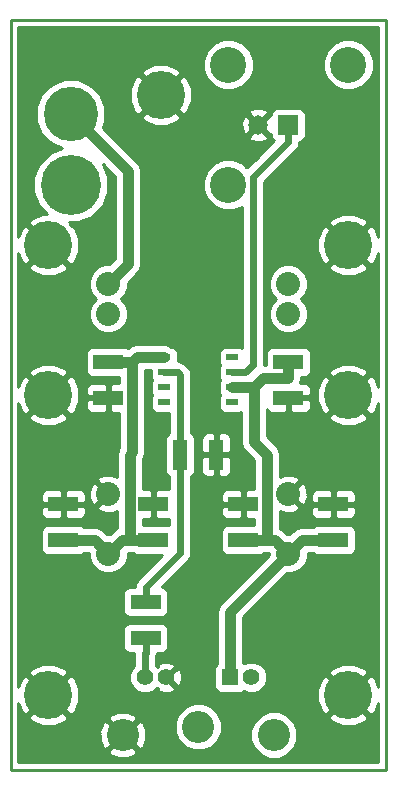
<source format=gbl>
G04 (created by PCBNEW-RS274X (2010-03-14)-final) date Sun 12 Jun 2011 03:53:41 PM PDT*
G01*
G70*
G90*
%MOIN*%
G04 Gerber Fmt 3.4, Leading zero omitted, Abs format*
%FSLAX34Y34*%
G04 APERTURE LIST*
%ADD10C,0.006000*%
%ADD11C,0.009000*%
%ADD12C,0.120000*%
%ADD13R,0.065000X0.065000*%
%ADD14C,0.065000*%
%ADD15R,0.040000X0.020000*%
%ADD16C,0.107000*%
%ADD17C,0.056000*%
%ADD18R,0.056000X0.056000*%
%ADD19C,0.200000*%
%ADD20C,0.181100*%
%ADD21C,0.080000*%
%ADD22C,0.160000*%
%ADD23R,0.100000X0.050000*%
%ADD24R,0.050000X0.100000*%
%ADD25C,0.046000*%
%ADD26C,0.036000*%
%ADD27C,0.024000*%
%ADD28C,0.010000*%
G04 APERTURE END LIST*
G54D10*
G54D11*
X52250Y-29000D02*
X52250Y-54000D01*
X64750Y-29000D02*
X52250Y-29000D01*
X64750Y-54000D02*
X64750Y-29000D01*
X52250Y-54000D02*
X64750Y-54000D01*
G54D12*
X59500Y-30500D03*
X63500Y-30500D03*
G54D13*
X61500Y-32500D03*
G54D14*
X60500Y-32500D03*
G54D12*
X59500Y-34500D03*
G54D15*
X57370Y-41750D03*
X57370Y-41250D03*
X57370Y-40750D03*
X57370Y-40250D03*
X59630Y-40250D03*
X59630Y-40750D03*
X59630Y-41250D03*
X59630Y-41750D03*
G54D16*
X55980Y-52840D03*
X61020Y-52840D03*
G54D17*
X56730Y-50920D03*
X60270Y-50920D03*
X57435Y-50920D03*
G54D18*
X59565Y-50920D03*
G54D16*
X58500Y-52570D03*
G54D19*
X54250Y-34500D03*
G54D20*
X54250Y-32138D03*
G54D21*
X61500Y-37800D03*
X61500Y-38800D03*
X55500Y-37800D03*
X55500Y-38800D03*
X61500Y-44800D03*
X55500Y-44800D03*
X55500Y-46800D03*
X61500Y-46800D03*
G54D22*
X63500Y-41500D03*
X53500Y-51500D03*
X63500Y-51500D03*
X53500Y-41500D03*
G54D23*
X55500Y-40400D03*
X55500Y-41600D03*
X61500Y-40400D03*
X61500Y-41600D03*
X60000Y-46350D03*
X60000Y-45150D03*
X63000Y-46350D03*
X63000Y-45150D03*
X57000Y-45150D03*
X57000Y-46350D03*
X54000Y-45150D03*
X54000Y-46350D03*
G54D22*
X63500Y-36500D03*
X57250Y-31500D03*
X53500Y-36500D03*
G54D23*
X56750Y-48400D03*
X56750Y-49600D03*
G54D24*
X57900Y-43500D03*
X59100Y-43500D03*
G54D25*
X57000Y-44250D03*
G54D26*
X56450Y-40250D02*
X57370Y-40250D01*
X56300Y-40400D02*
X56450Y-40250D01*
X55500Y-40400D02*
X56300Y-40400D01*
X57000Y-46350D02*
X56325Y-46350D01*
X55050Y-46350D02*
X55500Y-46800D01*
X54000Y-46350D02*
X55050Y-46350D01*
X56300Y-43409D02*
X56300Y-40400D01*
X56216Y-43493D02*
X56300Y-43409D01*
X56216Y-46350D02*
X56216Y-43493D01*
X56325Y-46350D02*
X56216Y-46350D01*
X55950Y-46350D02*
X55500Y-46800D01*
X56216Y-46350D02*
X55950Y-46350D01*
G54D27*
X57370Y-40750D02*
X57810Y-40750D01*
X57900Y-40840D02*
X57900Y-43500D01*
X57810Y-40750D02*
X57900Y-40840D01*
X57900Y-46760D02*
X56750Y-47910D01*
X57900Y-43500D02*
X57900Y-46760D01*
X56750Y-48400D02*
X56750Y-47910D01*
X56730Y-50110D02*
X56730Y-50920D01*
X56750Y-50090D02*
X56730Y-50110D01*
X56750Y-49600D02*
X56750Y-50090D01*
X60324Y-34241D02*
X61500Y-33065D01*
X60324Y-40496D02*
X60324Y-34241D01*
X60070Y-40750D02*
X60324Y-40496D01*
X59630Y-40750D02*
X60070Y-40750D01*
X61500Y-32500D02*
X61500Y-33065D01*
G54D26*
X56166Y-34054D02*
X54250Y-32138D01*
X56166Y-37134D02*
X56166Y-34054D01*
X55500Y-37800D02*
X56166Y-37134D01*
X59565Y-48735D02*
X59565Y-50920D01*
X61500Y-46800D02*
X59565Y-48735D01*
X59630Y-41250D02*
X60130Y-41250D01*
X61500Y-40400D02*
X61500Y-40950D01*
X60000Y-46350D02*
X60676Y-46350D01*
X60356Y-41250D02*
X60130Y-41250D01*
X60656Y-40950D02*
X61500Y-40950D01*
X60356Y-41250D02*
X60656Y-40950D01*
X61950Y-46350D02*
X61500Y-46800D01*
X63000Y-46350D02*
X61950Y-46350D01*
X60676Y-46350D02*
X60784Y-46350D01*
X60356Y-43065D02*
X60356Y-41250D01*
X60784Y-43493D02*
X60356Y-43065D01*
X60784Y-46350D02*
X60784Y-43493D01*
X61050Y-46350D02*
X61500Y-46800D01*
X60784Y-46350D02*
X61050Y-46350D01*
G54D28*
X52495Y-29245D02*
X64505Y-29245D01*
X52495Y-29325D02*
X64505Y-29325D01*
X52495Y-29405D02*
X64505Y-29405D01*
X52495Y-29485D02*
X64505Y-29485D01*
X52495Y-29565D02*
X64505Y-29565D01*
X52495Y-29645D02*
X64505Y-29645D01*
X52495Y-29725D02*
X59151Y-29725D01*
X59850Y-29725D02*
X63151Y-29725D01*
X63850Y-29725D02*
X64505Y-29725D01*
X52495Y-29805D02*
X58994Y-29805D01*
X60007Y-29805D02*
X62994Y-29805D01*
X64007Y-29805D02*
X64505Y-29805D01*
X52495Y-29885D02*
X58914Y-29885D01*
X60087Y-29885D02*
X62914Y-29885D01*
X64087Y-29885D02*
X64505Y-29885D01*
X52495Y-29965D02*
X58834Y-29965D01*
X60167Y-29965D02*
X62834Y-29965D01*
X64167Y-29965D02*
X64505Y-29965D01*
X52495Y-30045D02*
X58769Y-30045D01*
X60232Y-30045D02*
X62769Y-30045D01*
X64232Y-30045D02*
X64505Y-30045D01*
X52495Y-30125D02*
X58736Y-30125D01*
X60265Y-30125D02*
X62736Y-30125D01*
X64265Y-30125D02*
X64505Y-30125D01*
X52495Y-30205D02*
X58703Y-30205D01*
X60298Y-30205D02*
X62703Y-30205D01*
X64298Y-30205D02*
X64505Y-30205D01*
X52495Y-30285D02*
X58669Y-30285D01*
X60331Y-30285D02*
X62669Y-30285D01*
X64331Y-30285D02*
X64505Y-30285D01*
X52495Y-30365D02*
X58650Y-30365D01*
X60350Y-30365D02*
X62650Y-30365D01*
X64350Y-30365D02*
X64505Y-30365D01*
X52495Y-30445D02*
X58650Y-30445D01*
X60350Y-30445D02*
X62650Y-30445D01*
X64350Y-30445D02*
X64505Y-30445D01*
X52495Y-30525D02*
X56911Y-30525D01*
X57583Y-30525D02*
X58650Y-30525D01*
X60350Y-30525D02*
X62650Y-30525D01*
X64350Y-30525D02*
X64505Y-30525D01*
X52495Y-30605D02*
X56718Y-30605D01*
X57782Y-30605D02*
X58650Y-30605D01*
X60350Y-30605D02*
X62650Y-30605D01*
X64350Y-30605D02*
X64505Y-30605D01*
X52495Y-30685D02*
X56637Y-30685D01*
X57864Y-30685D02*
X58657Y-30685D01*
X60343Y-30685D02*
X62657Y-30685D01*
X64343Y-30685D02*
X64505Y-30685D01*
X52495Y-30765D02*
X56590Y-30765D01*
X57911Y-30765D02*
X58690Y-30765D01*
X60310Y-30765D02*
X62690Y-30765D01*
X64310Y-30765D02*
X64505Y-30765D01*
X52495Y-30845D02*
X56506Y-30845D01*
X56524Y-30845D02*
X56666Y-30845D01*
X57834Y-30845D02*
X57976Y-30845D01*
X57995Y-30845D02*
X58723Y-30845D01*
X60277Y-30845D02*
X62723Y-30845D01*
X64277Y-30845D02*
X64505Y-30845D01*
X52495Y-30925D02*
X56373Y-30925D01*
X56604Y-30925D02*
X56746Y-30925D01*
X57754Y-30925D02*
X57896Y-30925D01*
X58128Y-30925D02*
X58756Y-30925D01*
X60243Y-30925D02*
X62756Y-30925D01*
X64243Y-30925D02*
X64505Y-30925D01*
X52495Y-31005D02*
X53968Y-31005D01*
X54534Y-31005D02*
X56341Y-31005D01*
X56684Y-31005D02*
X56826Y-31005D01*
X57674Y-31005D02*
X57816Y-31005D01*
X58161Y-31005D02*
X58803Y-31005D01*
X60196Y-31005D02*
X62803Y-31005D01*
X64196Y-31005D02*
X64505Y-31005D01*
X52495Y-31085D02*
X53775Y-31085D01*
X54727Y-31085D02*
X56309Y-31085D01*
X56764Y-31085D02*
X56906Y-31085D01*
X57594Y-31085D02*
X57736Y-31085D01*
X58194Y-31085D02*
X58883Y-31085D01*
X60116Y-31085D02*
X62883Y-31085D01*
X64116Y-31085D02*
X64505Y-31085D01*
X52495Y-31165D02*
X53590Y-31165D01*
X54911Y-31165D02*
X56276Y-31165D01*
X56844Y-31165D02*
X56986Y-31165D01*
X57514Y-31165D02*
X57656Y-31165D01*
X58227Y-31165D02*
X58963Y-31165D01*
X60036Y-31165D02*
X62963Y-31165D01*
X64036Y-31165D02*
X64505Y-31165D01*
X52495Y-31245D02*
X53510Y-31245D01*
X54991Y-31245D02*
X56244Y-31245D01*
X56924Y-31245D02*
X57066Y-31245D01*
X57434Y-31245D02*
X57576Y-31245D01*
X58261Y-31245D02*
X59078Y-31245D01*
X59921Y-31245D02*
X63078Y-31245D01*
X63921Y-31245D02*
X64505Y-31245D01*
X52495Y-31325D02*
X53430Y-31325D01*
X55071Y-31325D02*
X56220Y-31325D01*
X57004Y-31325D02*
X57146Y-31325D01*
X57354Y-31325D02*
X57496Y-31325D01*
X58278Y-31325D02*
X59270Y-31325D01*
X59728Y-31325D02*
X63270Y-31325D01*
X63728Y-31325D02*
X64505Y-31325D01*
X52495Y-31405D02*
X53350Y-31405D01*
X55151Y-31405D02*
X56220Y-31405D01*
X57084Y-31405D02*
X57226Y-31405D01*
X57274Y-31405D02*
X57416Y-31405D01*
X58278Y-31405D02*
X64505Y-31405D01*
X52495Y-31485D02*
X53271Y-31485D01*
X55230Y-31485D02*
X56221Y-31485D01*
X57164Y-31485D02*
X57336Y-31485D01*
X58279Y-31485D02*
X64505Y-31485D01*
X52495Y-31565D02*
X53238Y-31565D01*
X55263Y-31565D02*
X56221Y-31565D01*
X57114Y-31565D02*
X57386Y-31565D01*
X58280Y-31565D02*
X64505Y-31565D01*
X52495Y-31645D02*
X53204Y-31645D01*
X55296Y-31645D02*
X56222Y-31645D01*
X57034Y-31645D02*
X57176Y-31645D01*
X57324Y-31645D02*
X57466Y-31645D01*
X58280Y-31645D02*
X64505Y-31645D01*
X52495Y-31725D02*
X53171Y-31725D01*
X55329Y-31725D02*
X56227Y-31725D01*
X56954Y-31725D02*
X57096Y-31725D01*
X57404Y-31725D02*
X57546Y-31725D01*
X58268Y-31725D02*
X64505Y-31725D01*
X52495Y-31805D02*
X53138Y-31805D01*
X55362Y-31805D02*
X56260Y-31805D01*
X56874Y-31805D02*
X57016Y-31805D01*
X57484Y-31805D02*
X57626Y-31805D01*
X58236Y-31805D02*
X64505Y-31805D01*
X52495Y-31885D02*
X53105Y-31885D01*
X55396Y-31885D02*
X56293Y-31885D01*
X56794Y-31885D02*
X56936Y-31885D01*
X57564Y-31885D02*
X57706Y-31885D01*
X58203Y-31885D02*
X64505Y-31885D01*
X52495Y-31965D02*
X53095Y-31965D01*
X55405Y-31965D02*
X56327Y-31965D01*
X56714Y-31965D02*
X56856Y-31965D01*
X57644Y-31965D02*
X57786Y-31965D01*
X58171Y-31965D02*
X60310Y-31965D01*
X60677Y-31965D02*
X61033Y-31965D01*
X61967Y-31965D02*
X64505Y-31965D01*
X52495Y-32045D02*
X53095Y-32045D01*
X55405Y-32045D02*
X56360Y-32045D01*
X56634Y-32045D02*
X56776Y-32045D01*
X57724Y-32045D02*
X57866Y-32045D01*
X58139Y-32045D02*
X60193Y-32045D01*
X60808Y-32045D02*
X60960Y-32045D01*
X62041Y-32045D02*
X64505Y-32045D01*
X52495Y-32125D02*
X53095Y-32125D01*
X55405Y-32125D02*
X56455Y-32125D01*
X56554Y-32125D02*
X56696Y-32125D01*
X57804Y-32125D02*
X57946Y-32125D01*
X58044Y-32125D02*
X60196Y-32125D01*
X60804Y-32125D02*
X60926Y-32125D01*
X62074Y-32125D02*
X64505Y-32125D01*
X52495Y-32205D02*
X53095Y-32205D01*
X55405Y-32205D02*
X56616Y-32205D01*
X57884Y-32205D02*
X60008Y-32205D01*
X60134Y-32205D02*
X60276Y-32205D01*
X60724Y-32205D02*
X60866Y-32205D01*
X62074Y-32205D02*
X64505Y-32205D01*
X52495Y-32285D02*
X53095Y-32285D01*
X55405Y-32285D02*
X56619Y-32285D01*
X57880Y-32285D02*
X59979Y-32285D01*
X60214Y-32285D02*
X60356Y-32285D01*
X60644Y-32285D02*
X60786Y-32285D01*
X62074Y-32285D02*
X64505Y-32285D01*
X52495Y-32365D02*
X53095Y-32365D01*
X55405Y-32365D02*
X56666Y-32365D01*
X57833Y-32365D02*
X59951Y-32365D01*
X60294Y-32365D02*
X60436Y-32365D01*
X60564Y-32365D02*
X60706Y-32365D01*
X62074Y-32365D02*
X64505Y-32365D01*
X52495Y-32445D02*
X53127Y-32445D01*
X55372Y-32445D02*
X56842Y-32445D01*
X57661Y-32445D02*
X59933Y-32445D01*
X60374Y-32445D02*
X60626Y-32445D01*
X62074Y-32445D02*
X64505Y-32445D01*
X52495Y-32525D02*
X53160Y-32525D01*
X55339Y-32525D02*
X57041Y-32525D01*
X57468Y-32525D02*
X59937Y-32525D01*
X60404Y-32525D02*
X60596Y-32525D01*
X62074Y-32525D02*
X64505Y-32525D01*
X52495Y-32605D02*
X53193Y-32605D01*
X55326Y-32605D02*
X59942Y-32605D01*
X60324Y-32605D02*
X60466Y-32605D01*
X60534Y-32605D02*
X60676Y-32605D01*
X62074Y-32605D02*
X64505Y-32605D01*
X52495Y-32685D02*
X53226Y-32685D01*
X55406Y-32685D02*
X59962Y-32685D01*
X60244Y-32685D02*
X60386Y-32685D01*
X60614Y-32685D02*
X60756Y-32685D01*
X62074Y-32685D02*
X64505Y-32685D01*
X52495Y-32765D02*
X53259Y-32765D01*
X55486Y-32765D02*
X59995Y-32765D01*
X60164Y-32765D02*
X60306Y-32765D01*
X60694Y-32765D02*
X60836Y-32765D01*
X62074Y-32765D02*
X64505Y-32765D01*
X52495Y-32845D02*
X53323Y-32845D01*
X55566Y-32845D02*
X60226Y-32845D01*
X60774Y-32845D02*
X60926Y-32845D01*
X62074Y-32845D02*
X64505Y-32845D01*
X52495Y-32925D02*
X53403Y-32925D01*
X55646Y-32925D02*
X60183Y-32925D01*
X60816Y-32925D02*
X60947Y-32925D01*
X62053Y-32925D02*
X64505Y-32925D01*
X52495Y-33005D02*
X53483Y-33005D01*
X55726Y-33005D02*
X60240Y-33005D01*
X60764Y-33005D02*
X61003Y-33005D01*
X61997Y-33005D02*
X64505Y-33005D01*
X52495Y-33085D02*
X53563Y-33085D01*
X55806Y-33085D02*
X60955Y-33085D01*
X61865Y-33085D02*
X64505Y-33085D01*
X52495Y-33165D02*
X53711Y-33165D01*
X55886Y-33165D02*
X60875Y-33165D01*
X61850Y-33165D02*
X64505Y-33165D01*
X52495Y-33245D02*
X53905Y-33245D01*
X55966Y-33245D02*
X60795Y-33245D01*
X61816Y-33245D02*
X64505Y-33245D01*
X52495Y-33325D02*
X53820Y-33325D01*
X56046Y-33325D02*
X60715Y-33325D01*
X61763Y-33325D02*
X64505Y-33325D01*
X52495Y-33405D02*
X53628Y-33405D01*
X56126Y-33405D02*
X60635Y-33405D01*
X61684Y-33405D02*
X64505Y-33405D01*
X52495Y-33485D02*
X53498Y-33485D01*
X56206Y-33485D02*
X60555Y-33485D01*
X61604Y-33485D02*
X64505Y-33485D01*
X52495Y-33565D02*
X53418Y-33565D01*
X56286Y-33565D02*
X60475Y-33565D01*
X61524Y-33565D02*
X64505Y-33565D01*
X52495Y-33645D02*
X53338Y-33645D01*
X56366Y-33645D02*
X60395Y-33645D01*
X61444Y-33645D02*
X64505Y-33645D01*
X52495Y-33725D02*
X53258Y-33725D01*
X56446Y-33725D02*
X59150Y-33725D01*
X59850Y-33725D02*
X60315Y-33725D01*
X61364Y-33725D02*
X64505Y-33725D01*
X52495Y-33805D02*
X53186Y-33805D01*
X56507Y-33805D02*
X58994Y-33805D01*
X60007Y-33805D02*
X60235Y-33805D01*
X61284Y-33805D02*
X64505Y-33805D01*
X52495Y-33885D02*
X53153Y-33885D01*
X55348Y-33885D02*
X55388Y-33885D01*
X56561Y-33885D02*
X58914Y-33885D01*
X60087Y-33885D02*
X60155Y-33885D01*
X61204Y-33885D02*
X64505Y-33885D01*
X52495Y-33965D02*
X53119Y-33965D01*
X55381Y-33965D02*
X55468Y-33965D01*
X56579Y-33965D02*
X58834Y-33965D01*
X61124Y-33965D02*
X64505Y-33965D01*
X52495Y-34045D02*
X53086Y-34045D01*
X55414Y-34045D02*
X55548Y-34045D01*
X56595Y-34045D02*
X58769Y-34045D01*
X61044Y-34045D02*
X64505Y-34045D01*
X52495Y-34125D02*
X53053Y-34125D01*
X55447Y-34125D02*
X55628Y-34125D01*
X56596Y-34125D02*
X58736Y-34125D01*
X60964Y-34125D02*
X64505Y-34125D01*
X52495Y-34205D02*
X53020Y-34205D01*
X55481Y-34205D02*
X55708Y-34205D01*
X56596Y-34205D02*
X58703Y-34205D01*
X60884Y-34205D02*
X64505Y-34205D01*
X52495Y-34285D02*
X53001Y-34285D01*
X55499Y-34285D02*
X55736Y-34285D01*
X56596Y-34285D02*
X58669Y-34285D01*
X60804Y-34285D02*
X64505Y-34285D01*
X52495Y-34365D02*
X53001Y-34365D01*
X55499Y-34365D02*
X55736Y-34365D01*
X56596Y-34365D02*
X58650Y-34365D01*
X60724Y-34365D02*
X64505Y-34365D01*
X52495Y-34445D02*
X53001Y-34445D01*
X55499Y-34445D02*
X55736Y-34445D01*
X56596Y-34445D02*
X58650Y-34445D01*
X60694Y-34445D02*
X64505Y-34445D01*
X52495Y-34525D02*
X53001Y-34525D01*
X55499Y-34525D02*
X55736Y-34525D01*
X56596Y-34525D02*
X58650Y-34525D01*
X60694Y-34525D02*
X64505Y-34525D01*
X52495Y-34605D02*
X53001Y-34605D01*
X55499Y-34605D02*
X55736Y-34605D01*
X56596Y-34605D02*
X58650Y-34605D01*
X60694Y-34605D02*
X64505Y-34605D01*
X52495Y-34685D02*
X53001Y-34685D01*
X55499Y-34685D02*
X55736Y-34685D01*
X56596Y-34685D02*
X58657Y-34685D01*
X60694Y-34685D02*
X64505Y-34685D01*
X52495Y-34765D02*
X53007Y-34765D01*
X55492Y-34765D02*
X55736Y-34765D01*
X56596Y-34765D02*
X58690Y-34765D01*
X60694Y-34765D02*
X64505Y-34765D01*
X52495Y-34845D02*
X53040Y-34845D01*
X55459Y-34845D02*
X55736Y-34845D01*
X56596Y-34845D02*
X58723Y-34845D01*
X60694Y-34845D02*
X64505Y-34845D01*
X52495Y-34925D02*
X53073Y-34925D01*
X55426Y-34925D02*
X55736Y-34925D01*
X56596Y-34925D02*
X58756Y-34925D01*
X60694Y-34925D02*
X64505Y-34925D01*
X52495Y-35005D02*
X53106Y-35005D01*
X55393Y-35005D02*
X55736Y-35005D01*
X56596Y-35005D02*
X58803Y-35005D01*
X60694Y-35005D02*
X64505Y-35005D01*
X52495Y-35085D02*
X53139Y-35085D01*
X55360Y-35085D02*
X55736Y-35085D01*
X56596Y-35085D02*
X58883Y-35085D01*
X60694Y-35085D02*
X64505Y-35085D01*
X52495Y-35165D02*
X53172Y-35165D01*
X55327Y-35165D02*
X55736Y-35165D01*
X56596Y-35165D02*
X58963Y-35165D01*
X60694Y-35165D02*
X64505Y-35165D01*
X52495Y-35245D02*
X53228Y-35245D01*
X55272Y-35245D02*
X55736Y-35245D01*
X56596Y-35245D02*
X59078Y-35245D01*
X59920Y-35245D02*
X59954Y-35245D01*
X60694Y-35245D02*
X64505Y-35245D01*
X52495Y-35325D02*
X53308Y-35325D01*
X55192Y-35325D02*
X55736Y-35325D01*
X56596Y-35325D02*
X59270Y-35325D01*
X59728Y-35325D02*
X59954Y-35325D01*
X60694Y-35325D02*
X64505Y-35325D01*
X52495Y-35405D02*
X53388Y-35405D01*
X55112Y-35405D02*
X55736Y-35405D01*
X56596Y-35405D02*
X59954Y-35405D01*
X60694Y-35405D02*
X64505Y-35405D01*
X52495Y-35485D02*
X53258Y-35485D01*
X55032Y-35485D02*
X55736Y-35485D01*
X56596Y-35485D02*
X59954Y-35485D01*
X60694Y-35485D02*
X63258Y-35485D01*
X63734Y-35485D02*
X64505Y-35485D01*
X52495Y-35565D02*
X53064Y-35565D01*
X54944Y-35565D02*
X55736Y-35565D01*
X56596Y-35565D02*
X59954Y-35565D01*
X60694Y-35565D02*
X63064Y-35565D01*
X63932Y-35565D02*
X64505Y-35565D01*
X52495Y-35645D02*
X52911Y-35645D01*
X54751Y-35645D02*
X55736Y-35645D01*
X56596Y-35645D02*
X59954Y-35645D01*
X60694Y-35645D02*
X62911Y-35645D01*
X64090Y-35645D02*
X64505Y-35645D01*
X52495Y-35725D02*
X52864Y-35725D01*
X54557Y-35725D02*
X55736Y-35725D01*
X56596Y-35725D02*
X59954Y-35725D01*
X60694Y-35725D02*
X62864Y-35725D01*
X64137Y-35725D02*
X64505Y-35725D01*
X52495Y-35805D02*
X52876Y-35805D01*
X54246Y-35805D02*
X55736Y-35805D01*
X56596Y-35805D02*
X59954Y-35805D01*
X60694Y-35805D02*
X62876Y-35805D01*
X64124Y-35805D02*
X64505Y-35805D01*
X52495Y-35885D02*
X52689Y-35885D01*
X52814Y-35885D02*
X52956Y-35885D01*
X54312Y-35885D02*
X55736Y-35885D01*
X56596Y-35885D02*
X59954Y-35885D01*
X60694Y-35885D02*
X62689Y-35885D01*
X62814Y-35885D02*
X62956Y-35885D01*
X64044Y-35885D02*
X64186Y-35885D01*
X64312Y-35885D02*
X64505Y-35885D01*
X52495Y-35965D02*
X52607Y-35965D01*
X52894Y-35965D02*
X53036Y-35965D01*
X54394Y-35965D02*
X55736Y-35965D01*
X56596Y-35965D02*
X59954Y-35965D01*
X60694Y-35965D02*
X62607Y-35965D01*
X62894Y-35965D02*
X63036Y-35965D01*
X63964Y-35965D02*
X64106Y-35965D01*
X64395Y-35965D02*
X64505Y-35965D01*
X52495Y-36045D02*
X52575Y-36045D01*
X52974Y-36045D02*
X53116Y-36045D01*
X54428Y-36045D02*
X55736Y-36045D01*
X56596Y-36045D02*
X59954Y-36045D01*
X60694Y-36045D02*
X62575Y-36045D01*
X62974Y-36045D02*
X63116Y-36045D01*
X63884Y-36045D02*
X64026Y-36045D01*
X64428Y-36045D02*
X64505Y-36045D01*
X52495Y-36125D02*
X52542Y-36125D01*
X53054Y-36125D02*
X53196Y-36125D01*
X54461Y-36125D02*
X55736Y-36125D01*
X56596Y-36125D02*
X59954Y-36125D01*
X60694Y-36125D02*
X62543Y-36125D01*
X63054Y-36125D02*
X63196Y-36125D01*
X63804Y-36125D02*
X63946Y-36125D01*
X64461Y-36125D02*
X64505Y-36125D01*
X52495Y-36205D02*
X52510Y-36205D01*
X53134Y-36205D02*
X53276Y-36205D01*
X54494Y-36205D02*
X55736Y-36205D01*
X56596Y-36205D02*
X59954Y-36205D01*
X60694Y-36205D02*
X62510Y-36205D01*
X63134Y-36205D02*
X63276Y-36205D01*
X63724Y-36205D02*
X63866Y-36205D01*
X64494Y-36205D02*
X64505Y-36205D01*
X53214Y-36285D02*
X53356Y-36285D01*
X54527Y-36285D02*
X55736Y-36285D01*
X56596Y-36285D02*
X59954Y-36285D01*
X60694Y-36285D02*
X62478Y-36285D01*
X63214Y-36285D02*
X63356Y-36285D01*
X63644Y-36285D02*
X63786Y-36285D01*
X53294Y-36365D02*
X53436Y-36365D01*
X54528Y-36365D02*
X55736Y-36365D01*
X56596Y-36365D02*
X59954Y-36365D01*
X60694Y-36365D02*
X62470Y-36365D01*
X63294Y-36365D02*
X63436Y-36365D01*
X63564Y-36365D02*
X63706Y-36365D01*
X53374Y-36445D02*
X53516Y-36445D01*
X54529Y-36445D02*
X55736Y-36445D01*
X56596Y-36445D02*
X59954Y-36445D01*
X60694Y-36445D02*
X62471Y-36445D01*
X63374Y-36445D02*
X63626Y-36445D01*
X53404Y-36525D02*
X53596Y-36525D01*
X54529Y-36525D02*
X55736Y-36525D01*
X56596Y-36525D02*
X59954Y-36525D01*
X60694Y-36525D02*
X62471Y-36525D01*
X63404Y-36525D02*
X63596Y-36525D01*
X53324Y-36605D02*
X53466Y-36605D01*
X53534Y-36605D02*
X53676Y-36605D01*
X54530Y-36605D02*
X55736Y-36605D01*
X56596Y-36605D02*
X59954Y-36605D01*
X60694Y-36605D02*
X62472Y-36605D01*
X63324Y-36605D02*
X63466Y-36605D01*
X63534Y-36605D02*
X63676Y-36605D01*
X53244Y-36685D02*
X53386Y-36685D01*
X53614Y-36685D02*
X53756Y-36685D01*
X54530Y-36685D02*
X55736Y-36685D01*
X56596Y-36685D02*
X59954Y-36685D01*
X60694Y-36685D02*
X62472Y-36685D01*
X63244Y-36685D02*
X63386Y-36685D01*
X63614Y-36685D02*
X63756Y-36685D01*
X53164Y-36765D02*
X53306Y-36765D01*
X53694Y-36765D02*
X53836Y-36765D01*
X54502Y-36765D02*
X55736Y-36765D01*
X56596Y-36765D02*
X59954Y-36765D01*
X60694Y-36765D02*
X62494Y-36765D01*
X63164Y-36765D02*
X63306Y-36765D01*
X63694Y-36765D02*
X63836Y-36765D01*
X64502Y-36765D02*
X64505Y-36765D01*
X52495Y-36845D02*
X52527Y-36845D01*
X53084Y-36845D02*
X53226Y-36845D01*
X53774Y-36845D02*
X53916Y-36845D01*
X54470Y-36845D02*
X55736Y-36845D01*
X56596Y-36845D02*
X59954Y-36845D01*
X60694Y-36845D02*
X62527Y-36845D01*
X63084Y-36845D02*
X63226Y-36845D01*
X63774Y-36845D02*
X63916Y-36845D01*
X64469Y-36845D02*
X64505Y-36845D01*
X52495Y-36925D02*
X52560Y-36925D01*
X53004Y-36925D02*
X53146Y-36925D01*
X53854Y-36925D02*
X53996Y-36925D01*
X54437Y-36925D02*
X55736Y-36925D01*
X56596Y-36925D02*
X59954Y-36925D01*
X60694Y-36925D02*
X62560Y-36925D01*
X63004Y-36925D02*
X63146Y-36925D01*
X63854Y-36925D02*
X63996Y-36925D01*
X64437Y-36925D02*
X64505Y-36925D01*
X52495Y-37005D02*
X52593Y-37005D01*
X52924Y-37005D02*
X53066Y-37005D01*
X53934Y-37005D02*
X54076Y-37005D01*
X54405Y-37005D02*
X55687Y-37005D01*
X56596Y-37005D02*
X59954Y-37005D01*
X60694Y-37005D02*
X62593Y-37005D01*
X62924Y-37005D02*
X63066Y-37005D01*
X63934Y-37005D02*
X64076Y-37005D01*
X64405Y-37005D02*
X64505Y-37005D01*
X52495Y-37085D02*
X52638Y-37085D01*
X52844Y-37085D02*
X52986Y-37085D01*
X54014Y-37085D02*
X54156Y-37085D01*
X54361Y-37085D02*
X55607Y-37085D01*
X56596Y-37085D02*
X59954Y-37085D01*
X60694Y-37085D02*
X62638Y-37085D01*
X62844Y-37085D02*
X62986Y-37085D01*
X64014Y-37085D02*
X64156Y-37085D01*
X64361Y-37085D02*
X64505Y-37085D01*
X52495Y-37165D02*
X52906Y-37165D01*
X54094Y-37165D02*
X55338Y-37165D01*
X56589Y-37165D02*
X59954Y-37165D01*
X60694Y-37165D02*
X61338Y-37165D01*
X61663Y-37165D02*
X62906Y-37165D01*
X64094Y-37165D02*
X64505Y-37165D01*
X52495Y-37245D02*
X52845Y-37245D01*
X54154Y-37245D02*
X55145Y-37245D01*
X56573Y-37245D02*
X59954Y-37245D01*
X60694Y-37245D02*
X61145Y-37245D01*
X61856Y-37245D02*
X62845Y-37245D01*
X64154Y-37245D02*
X64505Y-37245D01*
X52495Y-37325D02*
X52892Y-37325D01*
X54107Y-37325D02*
X55057Y-37325D01*
X56544Y-37325D02*
X59954Y-37325D01*
X60694Y-37325D02*
X61057Y-37325D01*
X61943Y-37325D02*
X62892Y-37325D01*
X64107Y-37325D02*
X64505Y-37325D01*
X52495Y-37405D02*
X52993Y-37405D01*
X54008Y-37405D02*
X54977Y-37405D01*
X56491Y-37405D02*
X59954Y-37405D01*
X60694Y-37405D02*
X60977Y-37405D01*
X62023Y-37405D02*
X62993Y-37405D01*
X64008Y-37405D02*
X64505Y-37405D01*
X52495Y-37485D02*
X53192Y-37485D01*
X53815Y-37485D02*
X54929Y-37485D01*
X56423Y-37485D02*
X59954Y-37485D01*
X60694Y-37485D02*
X60929Y-37485D01*
X62072Y-37485D02*
X63192Y-37485D01*
X63815Y-37485D02*
X64505Y-37485D01*
X52495Y-37565D02*
X54895Y-37565D01*
X56343Y-37565D02*
X59954Y-37565D01*
X60694Y-37565D02*
X60895Y-37565D01*
X62106Y-37565D02*
X64505Y-37565D01*
X52495Y-37645D02*
X54862Y-37645D01*
X56263Y-37645D02*
X59954Y-37645D01*
X60694Y-37645D02*
X60862Y-37645D01*
X62139Y-37645D02*
X64505Y-37645D01*
X52495Y-37725D02*
X54851Y-37725D01*
X56183Y-37725D02*
X59954Y-37725D01*
X60694Y-37725D02*
X60851Y-37725D01*
X62149Y-37725D02*
X64505Y-37725D01*
X52495Y-37805D02*
X54851Y-37805D01*
X56149Y-37805D02*
X59954Y-37805D01*
X60694Y-37805D02*
X60851Y-37805D01*
X62149Y-37805D02*
X64505Y-37805D01*
X52495Y-37885D02*
X54851Y-37885D01*
X56149Y-37885D02*
X59954Y-37885D01*
X60694Y-37885D02*
X60851Y-37885D01*
X62149Y-37885D02*
X64505Y-37885D01*
X52495Y-37965D02*
X54865Y-37965D01*
X56134Y-37965D02*
X59954Y-37965D01*
X60694Y-37965D02*
X60865Y-37965D01*
X62134Y-37965D02*
X64505Y-37965D01*
X52495Y-38045D02*
X54899Y-38045D01*
X56100Y-38045D02*
X59954Y-38045D01*
X60694Y-38045D02*
X60899Y-38045D01*
X62100Y-38045D02*
X64505Y-38045D01*
X52495Y-38125D02*
X54932Y-38125D01*
X56067Y-38125D02*
X59954Y-38125D01*
X60694Y-38125D02*
X60932Y-38125D01*
X62067Y-38125D02*
X64505Y-38125D01*
X52495Y-38205D02*
X54987Y-38205D01*
X56013Y-38205D02*
X59954Y-38205D01*
X60694Y-38205D02*
X60987Y-38205D01*
X62012Y-38205D02*
X64505Y-38205D01*
X52495Y-38285D02*
X55067Y-38285D01*
X55933Y-38285D02*
X59954Y-38285D01*
X60694Y-38285D02*
X61067Y-38285D01*
X61931Y-38285D02*
X64505Y-38285D01*
X52495Y-38365D02*
X55017Y-38365D01*
X55983Y-38365D02*
X59954Y-38365D01*
X60694Y-38365D02*
X61017Y-38365D01*
X61983Y-38365D02*
X64505Y-38365D01*
X52495Y-38445D02*
X54945Y-38445D01*
X56056Y-38445D02*
X59954Y-38445D01*
X60694Y-38445D02*
X60945Y-38445D01*
X62056Y-38445D02*
X64505Y-38445D01*
X52495Y-38525D02*
X54912Y-38525D01*
X56089Y-38525D02*
X59954Y-38525D01*
X60694Y-38525D02*
X60912Y-38525D01*
X62089Y-38525D02*
X64505Y-38525D01*
X52495Y-38605D02*
X54879Y-38605D01*
X56122Y-38605D02*
X59954Y-38605D01*
X60694Y-38605D02*
X60879Y-38605D01*
X62122Y-38605D02*
X64505Y-38605D01*
X52495Y-38685D02*
X54851Y-38685D01*
X56149Y-38685D02*
X59954Y-38685D01*
X60694Y-38685D02*
X60851Y-38685D01*
X62149Y-38685D02*
X64505Y-38685D01*
X52495Y-38765D02*
X54851Y-38765D01*
X56149Y-38765D02*
X59954Y-38765D01*
X60694Y-38765D02*
X60851Y-38765D01*
X62149Y-38765D02*
X64505Y-38765D01*
X52495Y-38845D02*
X54851Y-38845D01*
X56149Y-38845D02*
X59954Y-38845D01*
X60694Y-38845D02*
X60851Y-38845D01*
X62149Y-38845D02*
X64505Y-38845D01*
X52495Y-38925D02*
X54851Y-38925D01*
X56149Y-38925D02*
X59954Y-38925D01*
X60694Y-38925D02*
X60851Y-38925D01*
X62149Y-38925D02*
X64505Y-38925D01*
X52495Y-39005D02*
X54882Y-39005D01*
X56117Y-39005D02*
X59954Y-39005D01*
X60694Y-39005D02*
X60882Y-39005D01*
X62117Y-39005D02*
X64505Y-39005D01*
X52495Y-39085D02*
X54915Y-39085D01*
X56084Y-39085D02*
X59954Y-39085D01*
X60694Y-39085D02*
X60915Y-39085D01*
X62084Y-39085D02*
X64505Y-39085D01*
X52495Y-39165D02*
X54948Y-39165D01*
X56051Y-39165D02*
X59954Y-39165D01*
X60694Y-39165D02*
X60948Y-39165D01*
X62051Y-39165D02*
X64505Y-39165D01*
X52495Y-39245D02*
X55027Y-39245D01*
X55973Y-39245D02*
X59954Y-39245D01*
X60694Y-39245D02*
X61027Y-39245D01*
X61973Y-39245D02*
X64505Y-39245D01*
X52495Y-39325D02*
X55107Y-39325D01*
X55893Y-39325D02*
X59954Y-39325D01*
X60694Y-39325D02*
X61107Y-39325D01*
X61893Y-39325D02*
X64505Y-39325D01*
X52495Y-39405D02*
X55264Y-39405D01*
X55735Y-39405D02*
X59954Y-39405D01*
X60694Y-39405D02*
X61264Y-39405D01*
X61735Y-39405D02*
X64505Y-39405D01*
X52495Y-39485D02*
X59954Y-39485D01*
X60694Y-39485D02*
X64505Y-39485D01*
X52495Y-39565D02*
X59954Y-39565D01*
X60694Y-39565D02*
X64505Y-39565D01*
X52495Y-39645D02*
X59954Y-39645D01*
X60694Y-39645D02*
X64505Y-39645D01*
X52495Y-39725D02*
X59954Y-39725D01*
X60694Y-39725D02*
X64505Y-39725D01*
X52495Y-39805D02*
X59954Y-39805D01*
X60694Y-39805D02*
X64505Y-39805D01*
X52495Y-39885D02*
X56237Y-39885D01*
X57583Y-39885D02*
X59954Y-39885D01*
X60694Y-39885D02*
X64505Y-39885D01*
X52495Y-39965D02*
X54833Y-39965D01*
X57737Y-39965D02*
X59263Y-39965D01*
X60694Y-39965D02*
X60833Y-39965D01*
X62167Y-39965D02*
X64505Y-39965D01*
X52495Y-40045D02*
X54774Y-40045D01*
X57796Y-40045D02*
X59204Y-40045D01*
X60694Y-40045D02*
X60774Y-40045D01*
X62226Y-40045D02*
X64505Y-40045D01*
X52495Y-40125D02*
X54751Y-40125D01*
X57819Y-40125D02*
X59181Y-40125D01*
X60694Y-40125D02*
X60751Y-40125D01*
X62249Y-40125D02*
X64505Y-40125D01*
X52495Y-40205D02*
X54751Y-40205D01*
X57819Y-40205D02*
X59181Y-40205D01*
X60694Y-40205D02*
X60751Y-40205D01*
X62249Y-40205D02*
X64505Y-40205D01*
X52495Y-40285D02*
X54751Y-40285D01*
X57819Y-40285D02*
X59181Y-40285D01*
X60694Y-40285D02*
X60751Y-40285D01*
X62249Y-40285D02*
X64505Y-40285D01*
X52495Y-40365D02*
X54751Y-40365D01*
X57819Y-40365D02*
X59181Y-40365D01*
X60694Y-40365D02*
X60751Y-40365D01*
X62249Y-40365D02*
X64505Y-40365D01*
X52495Y-40445D02*
X54751Y-40445D01*
X58009Y-40445D02*
X59200Y-40445D01*
X60694Y-40445D02*
X60751Y-40445D01*
X62249Y-40445D02*
X64505Y-40445D01*
X52495Y-40525D02*
X53161Y-40525D01*
X53833Y-40525D02*
X54751Y-40525D01*
X58109Y-40525D02*
X59213Y-40525D01*
X62249Y-40525D02*
X63161Y-40525D01*
X63833Y-40525D02*
X64505Y-40525D01*
X52495Y-40605D02*
X52968Y-40605D01*
X54032Y-40605D02*
X54751Y-40605D01*
X58180Y-40605D02*
X59181Y-40605D01*
X62249Y-40605D02*
X62968Y-40605D01*
X64032Y-40605D02*
X64505Y-40605D01*
X52495Y-40685D02*
X52887Y-40685D01*
X54114Y-40685D02*
X54751Y-40685D01*
X58234Y-40685D02*
X59181Y-40685D01*
X62249Y-40685D02*
X62887Y-40685D01*
X64114Y-40685D02*
X64505Y-40685D01*
X52495Y-40765D02*
X52840Y-40765D01*
X54161Y-40765D02*
X54778Y-40765D01*
X58256Y-40765D02*
X59181Y-40765D01*
X62221Y-40765D02*
X62840Y-40765D01*
X64161Y-40765D02*
X64505Y-40765D01*
X52495Y-40845D02*
X52756Y-40845D01*
X52774Y-40845D02*
X52916Y-40845D01*
X54084Y-40845D02*
X54226Y-40845D01*
X54245Y-40845D02*
X54843Y-40845D01*
X58270Y-40845D02*
X59181Y-40845D01*
X62157Y-40845D02*
X62756Y-40845D01*
X62774Y-40845D02*
X62916Y-40845D01*
X64084Y-40845D02*
X64226Y-40845D01*
X64245Y-40845D02*
X64505Y-40845D01*
X52495Y-40925D02*
X52623Y-40925D01*
X52854Y-40925D02*
X52996Y-40925D01*
X54004Y-40925D02*
X54146Y-40925D01*
X54378Y-40925D02*
X55870Y-40925D01*
X58270Y-40925D02*
X59191Y-40925D01*
X61930Y-40925D02*
X62623Y-40925D01*
X62854Y-40925D02*
X62996Y-40925D01*
X64004Y-40925D02*
X64146Y-40925D01*
X64378Y-40925D02*
X64505Y-40925D01*
X52495Y-41005D02*
X52591Y-41005D01*
X52934Y-41005D02*
X53076Y-41005D01*
X53924Y-41005D02*
X54066Y-41005D01*
X54411Y-41005D02*
X55870Y-41005D01*
X58270Y-41005D02*
X59223Y-41005D01*
X61918Y-41005D02*
X62591Y-41005D01*
X62934Y-41005D02*
X63076Y-41005D01*
X63924Y-41005D02*
X64066Y-41005D01*
X64411Y-41005D02*
X64505Y-41005D01*
X52495Y-41085D02*
X52558Y-41085D01*
X53014Y-41085D02*
X53156Y-41085D01*
X53844Y-41085D02*
X53986Y-41085D01*
X54444Y-41085D02*
X55870Y-41085D01*
X58270Y-41085D02*
X59188Y-41085D01*
X61902Y-41085D02*
X62559Y-41085D01*
X63014Y-41085D02*
X63156Y-41085D01*
X63844Y-41085D02*
X63986Y-41085D01*
X64444Y-41085D02*
X64505Y-41085D01*
X52495Y-41165D02*
X52526Y-41165D01*
X53094Y-41165D02*
X53236Y-41165D01*
X53764Y-41165D02*
X53906Y-41165D01*
X54477Y-41165D02*
X54833Y-41165D01*
X55450Y-41165D02*
X55550Y-41165D01*
X58270Y-41165D02*
X59181Y-41165D01*
X62167Y-41165D02*
X62526Y-41165D01*
X63094Y-41165D02*
X63236Y-41165D01*
X63764Y-41165D02*
X63906Y-41165D01*
X64478Y-41165D02*
X64505Y-41165D01*
X53174Y-41245D02*
X53316Y-41245D01*
X53684Y-41245D02*
X53826Y-41245D01*
X54511Y-41245D02*
X54775Y-41245D01*
X55450Y-41245D02*
X55550Y-41245D01*
X58270Y-41245D02*
X59181Y-41245D01*
X62226Y-41245D02*
X62494Y-41245D01*
X63174Y-41245D02*
X63316Y-41245D01*
X63684Y-41245D02*
X63826Y-41245D01*
X53254Y-41325D02*
X53396Y-41325D01*
X53604Y-41325D02*
X53746Y-41325D01*
X54528Y-41325D02*
X54751Y-41325D01*
X55450Y-41325D02*
X55550Y-41325D01*
X58270Y-41325D02*
X59181Y-41325D01*
X62250Y-41325D02*
X62470Y-41325D01*
X63254Y-41325D02*
X63396Y-41325D01*
X63604Y-41325D02*
X63746Y-41325D01*
X53334Y-41405D02*
X53476Y-41405D01*
X53524Y-41405D02*
X53666Y-41405D01*
X54528Y-41405D02*
X54751Y-41405D01*
X55450Y-41405D02*
X55550Y-41405D01*
X58270Y-41405D02*
X59183Y-41405D01*
X62250Y-41405D02*
X62470Y-41405D01*
X63334Y-41405D02*
X63476Y-41405D01*
X63524Y-41405D02*
X63666Y-41405D01*
X53414Y-41485D02*
X53586Y-41485D01*
X54529Y-41485D02*
X54751Y-41485D01*
X55450Y-41485D02*
X55550Y-41485D01*
X58270Y-41485D02*
X59216Y-41485D01*
X62250Y-41485D02*
X62471Y-41485D01*
X63414Y-41485D02*
X63586Y-41485D01*
X53364Y-41565D02*
X53636Y-41565D01*
X54530Y-41565D02*
X55550Y-41565D01*
X58270Y-41565D02*
X59196Y-41565D01*
X61450Y-41565D02*
X62471Y-41565D01*
X63364Y-41565D02*
X63636Y-41565D01*
X53284Y-41645D02*
X53426Y-41645D01*
X53574Y-41645D02*
X53716Y-41645D01*
X54530Y-41645D02*
X55550Y-41645D01*
X58270Y-41645D02*
X59181Y-41645D01*
X61450Y-41645D02*
X62472Y-41645D01*
X63284Y-41645D02*
X63426Y-41645D01*
X63574Y-41645D02*
X63716Y-41645D01*
X53204Y-41725D02*
X53346Y-41725D01*
X53654Y-41725D02*
X53796Y-41725D01*
X54518Y-41725D02*
X54750Y-41725D01*
X55450Y-41725D02*
X55550Y-41725D01*
X58270Y-41725D02*
X59181Y-41725D01*
X61450Y-41725D02*
X61550Y-41725D01*
X62249Y-41725D02*
X62477Y-41725D01*
X63204Y-41725D02*
X63346Y-41725D01*
X63654Y-41725D02*
X63796Y-41725D01*
X52495Y-41805D02*
X52510Y-41805D01*
X53124Y-41805D02*
X53266Y-41805D01*
X53734Y-41805D02*
X53876Y-41805D01*
X54486Y-41805D02*
X54750Y-41805D01*
X55450Y-41805D02*
X55550Y-41805D01*
X58270Y-41805D02*
X59181Y-41805D01*
X61450Y-41805D02*
X61550Y-41805D01*
X62249Y-41805D02*
X62510Y-41805D01*
X63124Y-41805D02*
X63266Y-41805D01*
X63734Y-41805D02*
X63876Y-41805D01*
X64486Y-41805D02*
X64505Y-41805D01*
X52495Y-41885D02*
X52543Y-41885D01*
X53044Y-41885D02*
X53186Y-41885D01*
X53814Y-41885D02*
X53956Y-41885D01*
X54453Y-41885D02*
X54750Y-41885D01*
X55450Y-41885D02*
X55550Y-41885D01*
X58270Y-41885D02*
X59181Y-41885D01*
X61450Y-41885D02*
X61550Y-41885D01*
X62249Y-41885D02*
X62543Y-41885D01*
X63044Y-41885D02*
X63186Y-41885D01*
X63814Y-41885D02*
X63956Y-41885D01*
X64453Y-41885D02*
X64505Y-41885D01*
X52495Y-41965D02*
X52577Y-41965D01*
X52964Y-41965D02*
X53106Y-41965D01*
X53894Y-41965D02*
X54036Y-41965D01*
X54421Y-41965D02*
X54778Y-41965D01*
X55450Y-41965D02*
X55550Y-41965D01*
X58270Y-41965D02*
X59208Y-41965D01*
X61450Y-41965D02*
X61550Y-41965D01*
X62221Y-41965D02*
X62577Y-41965D01*
X62964Y-41965D02*
X63106Y-41965D01*
X63894Y-41965D02*
X64036Y-41965D01*
X64421Y-41965D02*
X64505Y-41965D01*
X52495Y-42045D02*
X52610Y-42045D01*
X52884Y-42045D02*
X53026Y-42045D01*
X53974Y-42045D02*
X54116Y-42045D01*
X54389Y-42045D02*
X54843Y-42045D01*
X55443Y-42045D02*
X55557Y-42045D01*
X58270Y-42045D02*
X59273Y-42045D01*
X60786Y-42045D02*
X60843Y-42045D01*
X61443Y-42045D02*
X61557Y-42045D01*
X62157Y-42045D02*
X62610Y-42045D01*
X62884Y-42045D02*
X63026Y-42045D01*
X63974Y-42045D02*
X64116Y-42045D01*
X64389Y-42045D02*
X64505Y-42045D01*
X52495Y-42125D02*
X52705Y-42125D01*
X52804Y-42125D02*
X52946Y-42125D01*
X54054Y-42125D02*
X54196Y-42125D01*
X54294Y-42125D02*
X55870Y-42125D01*
X58270Y-42125D02*
X59926Y-42125D01*
X60786Y-42125D02*
X62705Y-42125D01*
X62804Y-42125D02*
X62946Y-42125D01*
X64054Y-42125D02*
X64196Y-42125D01*
X64294Y-42125D02*
X64505Y-42125D01*
X52495Y-42205D02*
X52866Y-42205D01*
X54134Y-42205D02*
X55870Y-42205D01*
X58270Y-42205D02*
X59926Y-42205D01*
X60786Y-42205D02*
X62866Y-42205D01*
X64134Y-42205D02*
X64505Y-42205D01*
X52495Y-42285D02*
X52869Y-42285D01*
X54130Y-42285D02*
X55870Y-42285D01*
X58270Y-42285D02*
X59926Y-42285D01*
X60786Y-42285D02*
X62869Y-42285D01*
X64130Y-42285D02*
X64505Y-42285D01*
X52495Y-42365D02*
X52916Y-42365D01*
X54083Y-42365D02*
X55870Y-42365D01*
X58270Y-42365D02*
X59926Y-42365D01*
X60786Y-42365D02*
X62916Y-42365D01*
X64083Y-42365D02*
X64505Y-42365D01*
X52495Y-42445D02*
X53092Y-42445D01*
X53911Y-42445D02*
X55870Y-42445D01*
X58270Y-42445D02*
X59926Y-42445D01*
X60786Y-42445D02*
X63092Y-42445D01*
X63911Y-42445D02*
X64505Y-42445D01*
X52495Y-42525D02*
X53291Y-42525D01*
X53718Y-42525D02*
X55870Y-42525D01*
X58270Y-42525D02*
X59926Y-42525D01*
X60786Y-42525D02*
X63291Y-42525D01*
X63718Y-42525D02*
X64505Y-42525D01*
X52495Y-42605D02*
X55870Y-42605D01*
X58270Y-42605D02*
X59926Y-42605D01*
X60786Y-42605D02*
X64505Y-42605D01*
X52495Y-42685D02*
X55870Y-42685D01*
X58270Y-42685D02*
X59926Y-42685D01*
X60786Y-42685D02*
X64505Y-42685D01*
X52495Y-42765D02*
X55870Y-42765D01*
X58270Y-42765D02*
X58768Y-42765D01*
X59003Y-42765D02*
X59197Y-42765D01*
X59433Y-42765D02*
X59926Y-42765D01*
X60786Y-42765D02*
X64505Y-42765D01*
X52495Y-42845D02*
X55870Y-42845D01*
X58347Y-42845D02*
X58653Y-42845D01*
X59050Y-42845D02*
X59150Y-42845D01*
X59547Y-42845D02*
X59926Y-42845D01*
X60786Y-42845D02*
X64505Y-42845D01*
X52495Y-42925D02*
X55870Y-42925D01*
X58389Y-42925D02*
X58612Y-42925D01*
X59050Y-42925D02*
X59150Y-42925D01*
X59589Y-42925D02*
X59926Y-42925D01*
X60824Y-42925D02*
X64505Y-42925D01*
X52495Y-43005D02*
X55870Y-43005D01*
X58399Y-43005D02*
X58601Y-43005D01*
X59050Y-43005D02*
X59150Y-43005D01*
X59599Y-43005D02*
X59926Y-43005D01*
X60904Y-43005D02*
X64505Y-43005D01*
X52495Y-43085D02*
X55870Y-43085D01*
X58399Y-43085D02*
X58601Y-43085D01*
X59050Y-43085D02*
X59150Y-43085D01*
X59600Y-43085D02*
X59930Y-43085D01*
X60984Y-43085D02*
X64505Y-43085D01*
X52495Y-43165D02*
X55870Y-43165D01*
X58399Y-43165D02*
X58601Y-43165D01*
X59050Y-43165D02*
X59150Y-43165D01*
X59600Y-43165D02*
X59946Y-43165D01*
X61064Y-43165D02*
X64505Y-43165D01*
X52495Y-43245D02*
X55870Y-43245D01*
X58399Y-43245D02*
X58601Y-43245D01*
X59050Y-43245D02*
X59150Y-43245D01*
X59600Y-43245D02*
X59969Y-43245D01*
X61126Y-43245D02*
X64505Y-43245D01*
X52495Y-43325D02*
X55821Y-43325D01*
X58399Y-43325D02*
X58601Y-43325D01*
X59050Y-43325D02*
X59150Y-43325D01*
X59600Y-43325D02*
X60022Y-43325D01*
X61179Y-43325D02*
X64505Y-43325D01*
X52495Y-43405D02*
X55804Y-43405D01*
X58399Y-43405D02*
X58617Y-43405D01*
X59050Y-43405D02*
X59150Y-43405D01*
X59583Y-43405D02*
X60088Y-43405D01*
X61197Y-43405D02*
X64505Y-43405D01*
X52495Y-43485D02*
X55788Y-43485D01*
X58399Y-43485D02*
X60168Y-43485D01*
X61213Y-43485D02*
X64505Y-43485D01*
X52495Y-43565D02*
X55786Y-43565D01*
X58399Y-43565D02*
X58647Y-43565D01*
X59050Y-43565D02*
X59150Y-43565D01*
X59553Y-43565D02*
X60248Y-43565D01*
X61214Y-43565D02*
X64505Y-43565D01*
X52495Y-43645D02*
X55786Y-43645D01*
X58399Y-43645D02*
X58600Y-43645D01*
X59050Y-43645D02*
X59150Y-43645D01*
X59599Y-43645D02*
X60328Y-43645D01*
X61214Y-43645D02*
X64505Y-43645D01*
X52495Y-43725D02*
X55786Y-43725D01*
X58399Y-43725D02*
X58600Y-43725D01*
X59050Y-43725D02*
X59150Y-43725D01*
X59599Y-43725D02*
X60354Y-43725D01*
X61214Y-43725D02*
X64505Y-43725D01*
X52495Y-43805D02*
X55786Y-43805D01*
X58399Y-43805D02*
X58600Y-43805D01*
X59050Y-43805D02*
X59150Y-43805D01*
X59599Y-43805D02*
X60354Y-43805D01*
X61214Y-43805D02*
X64505Y-43805D01*
X52495Y-43885D02*
X55786Y-43885D01*
X58399Y-43885D02*
X58600Y-43885D01*
X59050Y-43885D02*
X59150Y-43885D01*
X59599Y-43885D02*
X60354Y-43885D01*
X61214Y-43885D02*
X64505Y-43885D01*
X52495Y-43965D02*
X55786Y-43965D01*
X58399Y-43965D02*
X58601Y-43965D01*
X59050Y-43965D02*
X59150Y-43965D01*
X59599Y-43965D02*
X60354Y-43965D01*
X61214Y-43965D02*
X64505Y-43965D01*
X52495Y-44045D02*
X55786Y-44045D01*
X58399Y-44045D02*
X58601Y-44045D01*
X59050Y-44045D02*
X59150Y-44045D01*
X59599Y-44045D02*
X60354Y-44045D01*
X61214Y-44045D02*
X64505Y-44045D01*
X52495Y-44125D02*
X55786Y-44125D01*
X58367Y-44125D02*
X58632Y-44125D01*
X59050Y-44125D02*
X59150Y-44125D01*
X59567Y-44125D02*
X60354Y-44125D01*
X61214Y-44125D02*
X64505Y-44125D01*
X52495Y-44205D02*
X55261Y-44205D01*
X55729Y-44205D02*
X55786Y-44205D01*
X58297Y-44205D02*
X58703Y-44205D01*
X59033Y-44205D02*
X59167Y-44205D01*
X59497Y-44205D02*
X60354Y-44205D01*
X61214Y-44205D02*
X61261Y-44205D01*
X61729Y-44205D02*
X64505Y-44205D01*
X52495Y-44285D02*
X55146Y-44285D01*
X58270Y-44285D02*
X60354Y-44285D01*
X61855Y-44285D02*
X64505Y-44285D01*
X52495Y-44365D02*
X55136Y-44365D01*
X58270Y-44365D02*
X60354Y-44365D01*
X61864Y-44365D02*
X64505Y-44365D01*
X52495Y-44445D02*
X54988Y-44445D01*
X55074Y-44445D02*
X55216Y-44445D01*
X58270Y-44445D02*
X60354Y-44445D01*
X61784Y-44445D02*
X61926Y-44445D01*
X62013Y-44445D02*
X64505Y-44445D01*
X52495Y-44525D02*
X54923Y-44525D01*
X55154Y-44525D02*
X55296Y-44525D01*
X58270Y-44525D02*
X60354Y-44525D01*
X61704Y-44525D02*
X61846Y-44525D01*
X62081Y-44525D02*
X64505Y-44525D01*
X52495Y-44605D02*
X54893Y-44605D01*
X55234Y-44605D02*
X55376Y-44605D01*
X58270Y-44605D02*
X60354Y-44605D01*
X61624Y-44605D02*
X61766Y-44605D01*
X62114Y-44605D02*
X64505Y-44605D01*
X52495Y-44685D02*
X53369Y-44685D01*
X53923Y-44685D02*
X54077Y-44685D01*
X54632Y-44685D02*
X54864Y-44685D01*
X55314Y-44685D02*
X55456Y-44685D01*
X58270Y-44685D02*
X59369Y-44685D01*
X59923Y-44685D02*
X60077Y-44685D01*
X61544Y-44685D02*
X61686Y-44685D01*
X62133Y-44685D02*
X62369Y-44685D01*
X62923Y-44685D02*
X63077Y-44685D01*
X63632Y-44685D02*
X64505Y-44685D01*
X52495Y-44765D02*
X53287Y-44765D01*
X53950Y-44765D02*
X54050Y-44765D01*
X54714Y-44765D02*
X54861Y-44765D01*
X55394Y-44765D02*
X55536Y-44765D01*
X58270Y-44765D02*
X59287Y-44765D01*
X59950Y-44765D02*
X60050Y-44765D01*
X61464Y-44765D02*
X61606Y-44765D01*
X62136Y-44765D02*
X62287Y-44765D01*
X62950Y-44765D02*
X63050Y-44765D01*
X63714Y-44765D02*
X64505Y-44765D01*
X52495Y-44845D02*
X53254Y-44845D01*
X53950Y-44845D02*
X54050Y-44845D01*
X54747Y-44845D02*
X54864Y-44845D01*
X55384Y-44845D02*
X55526Y-44845D01*
X58270Y-44845D02*
X59254Y-44845D01*
X59950Y-44845D02*
X60050Y-44845D01*
X61474Y-44845D02*
X61616Y-44845D01*
X62139Y-44845D02*
X62254Y-44845D01*
X62950Y-44845D02*
X63050Y-44845D01*
X63747Y-44845D02*
X64505Y-44845D01*
X52495Y-44925D02*
X53251Y-44925D01*
X53950Y-44925D02*
X54050Y-44925D01*
X54750Y-44925D02*
X54867Y-44925D01*
X55304Y-44925D02*
X55446Y-44925D01*
X58270Y-44925D02*
X59251Y-44925D01*
X59950Y-44925D02*
X60050Y-44925D01*
X61554Y-44925D02*
X61696Y-44925D01*
X62132Y-44925D02*
X62251Y-44925D01*
X62950Y-44925D02*
X63050Y-44925D01*
X63750Y-44925D02*
X64505Y-44925D01*
X52495Y-45005D02*
X53251Y-45005D01*
X53950Y-45005D02*
X54050Y-45005D01*
X54750Y-45005D02*
X54891Y-45005D01*
X55224Y-45005D02*
X55366Y-45005D01*
X58270Y-45005D02*
X59251Y-45005D01*
X59950Y-45005D02*
X60050Y-45005D01*
X61634Y-45005D02*
X61776Y-45005D01*
X62103Y-45005D02*
X62251Y-45005D01*
X62950Y-45005D02*
X63050Y-45005D01*
X63750Y-45005D02*
X64505Y-45005D01*
X52495Y-45085D02*
X53297Y-45085D01*
X53950Y-45085D02*
X54050Y-45085D01*
X54703Y-45085D02*
X54923Y-45085D01*
X55144Y-45085D02*
X55286Y-45085D01*
X58270Y-45085D02*
X59297Y-45085D01*
X59950Y-45085D02*
X60050Y-45085D01*
X61714Y-45085D02*
X61856Y-45085D01*
X62074Y-45085D02*
X62297Y-45085D01*
X62950Y-45085D02*
X63050Y-45085D01*
X63703Y-45085D02*
X64505Y-45085D01*
X52495Y-45165D02*
X55015Y-45165D01*
X55064Y-45165D02*
X55206Y-45165D01*
X58270Y-45165D02*
X60050Y-45165D01*
X61794Y-45165D02*
X61936Y-45165D01*
X61984Y-45165D02*
X64505Y-45165D01*
X52495Y-45245D02*
X53267Y-45245D01*
X53950Y-45245D02*
X54050Y-45245D01*
X54733Y-45245D02*
X55126Y-45245D01*
X58270Y-45245D02*
X59267Y-45245D01*
X59950Y-45245D02*
X60050Y-45245D01*
X61874Y-45245D02*
X62267Y-45245D01*
X62950Y-45245D02*
X63050Y-45245D01*
X63733Y-45245D02*
X64505Y-45245D01*
X52495Y-45325D02*
X53250Y-45325D01*
X53950Y-45325D02*
X54050Y-45325D01*
X54749Y-45325D02*
X55149Y-45325D01*
X58270Y-45325D02*
X59250Y-45325D01*
X59950Y-45325D02*
X60050Y-45325D01*
X61850Y-45325D02*
X62250Y-45325D01*
X62950Y-45325D02*
X63050Y-45325D01*
X63749Y-45325D02*
X64505Y-45325D01*
X52495Y-45405D02*
X53250Y-45405D01*
X53950Y-45405D02*
X54050Y-45405D01*
X54749Y-45405D02*
X55298Y-45405D01*
X55714Y-45405D02*
X55786Y-45405D01*
X58270Y-45405D02*
X59250Y-45405D01*
X59950Y-45405D02*
X60050Y-45405D01*
X61214Y-45405D02*
X61300Y-45405D01*
X61714Y-45405D02*
X62250Y-45405D01*
X62950Y-45405D02*
X63050Y-45405D01*
X63749Y-45405D02*
X64505Y-45405D01*
X52495Y-45485D02*
X53265Y-45485D01*
X53950Y-45485D02*
X54050Y-45485D01*
X54734Y-45485D02*
X55786Y-45485D01*
X58270Y-45485D02*
X59265Y-45485D01*
X59950Y-45485D02*
X60050Y-45485D01*
X61214Y-45485D02*
X62265Y-45485D01*
X62950Y-45485D02*
X63050Y-45485D01*
X63734Y-45485D02*
X64505Y-45485D01*
X52495Y-45565D02*
X53313Y-45565D01*
X53950Y-45565D02*
X54050Y-45565D01*
X54687Y-45565D02*
X55786Y-45565D01*
X58270Y-45565D02*
X59313Y-45565D01*
X59950Y-45565D02*
X60050Y-45565D01*
X61214Y-45565D02*
X62313Y-45565D01*
X62950Y-45565D02*
X63050Y-45565D01*
X63687Y-45565D02*
X64505Y-45565D01*
X52495Y-45645D02*
X53440Y-45645D01*
X53893Y-45645D02*
X54107Y-45645D01*
X54559Y-45645D02*
X55786Y-45645D01*
X58270Y-45645D02*
X59440Y-45645D01*
X59893Y-45645D02*
X60107Y-45645D01*
X61214Y-45645D02*
X62440Y-45645D01*
X62893Y-45645D02*
X63107Y-45645D01*
X63559Y-45645D02*
X64505Y-45645D01*
X52495Y-45725D02*
X55786Y-45725D01*
X58270Y-45725D02*
X60354Y-45725D01*
X61214Y-45725D02*
X64505Y-45725D01*
X52495Y-45805D02*
X55786Y-45805D01*
X58270Y-45805D02*
X60354Y-45805D01*
X61214Y-45805D02*
X64505Y-45805D01*
X52495Y-45885D02*
X53369Y-45885D01*
X54632Y-45885D02*
X55786Y-45885D01*
X58270Y-45885D02*
X59369Y-45885D01*
X61214Y-45885D02*
X62369Y-45885D01*
X63632Y-45885D02*
X64505Y-45885D01*
X52495Y-45965D02*
X53287Y-45965D01*
X55233Y-45965D02*
X55767Y-45965D01*
X58270Y-45965D02*
X59287Y-45965D01*
X61233Y-45965D02*
X61768Y-45965D01*
X63714Y-45965D02*
X64505Y-45965D01*
X52495Y-46045D02*
X53254Y-46045D01*
X55353Y-46045D02*
X55647Y-46045D01*
X58270Y-46045D02*
X59254Y-46045D01*
X61353Y-46045D02*
X61648Y-46045D01*
X63747Y-46045D02*
X64505Y-46045D01*
X52495Y-46125D02*
X53251Y-46125D01*
X55433Y-46125D02*
X55567Y-46125D01*
X58270Y-46125D02*
X59251Y-46125D01*
X61433Y-46125D02*
X61567Y-46125D01*
X63749Y-46125D02*
X64505Y-46125D01*
X52495Y-46205D02*
X53251Y-46205D01*
X58270Y-46205D02*
X59251Y-46205D01*
X63749Y-46205D02*
X64505Y-46205D01*
X52495Y-46285D02*
X53251Y-46285D01*
X58270Y-46285D02*
X59251Y-46285D01*
X63749Y-46285D02*
X64505Y-46285D01*
X52495Y-46365D02*
X53251Y-46365D01*
X58270Y-46365D02*
X59251Y-46365D01*
X63749Y-46365D02*
X64505Y-46365D01*
X52495Y-46445D02*
X53251Y-46445D01*
X58270Y-46445D02*
X59251Y-46445D01*
X63749Y-46445D02*
X64505Y-46445D01*
X52495Y-46525D02*
X53251Y-46525D01*
X58270Y-46525D02*
X59251Y-46525D01*
X63749Y-46525D02*
X64505Y-46525D01*
X52495Y-46605D02*
X53251Y-46605D01*
X58270Y-46605D02*
X59251Y-46605D01*
X63749Y-46605D02*
X64505Y-46605D01*
X52495Y-46685D02*
X53265Y-46685D01*
X58270Y-46685D02*
X59265Y-46685D01*
X63734Y-46685D02*
X64505Y-46685D01*
X52495Y-46765D02*
X53313Y-46765D01*
X58269Y-46765D02*
X59313Y-46765D01*
X63687Y-46765D02*
X64505Y-46765D01*
X52495Y-46845D02*
X53440Y-46845D01*
X54558Y-46845D02*
X54851Y-46845D01*
X56149Y-46845D02*
X56440Y-46845D01*
X58253Y-46845D02*
X59440Y-46845D01*
X60558Y-46845D02*
X60847Y-46845D01*
X62149Y-46845D02*
X62440Y-46845D01*
X63558Y-46845D02*
X64505Y-46845D01*
X52495Y-46925D02*
X54851Y-46925D01*
X56149Y-46925D02*
X57211Y-46925D01*
X58226Y-46925D02*
X60767Y-46925D01*
X62149Y-46925D02*
X64505Y-46925D01*
X52495Y-47005D02*
X54882Y-47005D01*
X56117Y-47005D02*
X57131Y-47005D01*
X58173Y-47005D02*
X60687Y-47005D01*
X62117Y-47005D02*
X64505Y-47005D01*
X52495Y-47085D02*
X54915Y-47085D01*
X56084Y-47085D02*
X57051Y-47085D01*
X58097Y-47085D02*
X60607Y-47085D01*
X62084Y-47085D02*
X64505Y-47085D01*
X52495Y-47165D02*
X54948Y-47165D01*
X56051Y-47165D02*
X56971Y-47165D01*
X58017Y-47165D02*
X60527Y-47165D01*
X62051Y-47165D02*
X64505Y-47165D01*
X52495Y-47245D02*
X55027Y-47245D01*
X55973Y-47245D02*
X56891Y-47245D01*
X57937Y-47245D02*
X60447Y-47245D01*
X61973Y-47245D02*
X64505Y-47245D01*
X52495Y-47325D02*
X55107Y-47325D01*
X55893Y-47325D02*
X56811Y-47325D01*
X57857Y-47325D02*
X60367Y-47325D01*
X61893Y-47325D02*
X64505Y-47325D01*
X52495Y-47405D02*
X55264Y-47405D01*
X55735Y-47405D02*
X56731Y-47405D01*
X57777Y-47405D02*
X60287Y-47405D01*
X61735Y-47405D02*
X64505Y-47405D01*
X52495Y-47485D02*
X56651Y-47485D01*
X57697Y-47485D02*
X60207Y-47485D01*
X61423Y-47485D02*
X64505Y-47485D01*
X52495Y-47565D02*
X56571Y-47565D01*
X57617Y-47565D02*
X60127Y-47565D01*
X61343Y-47565D02*
X64505Y-47565D01*
X52495Y-47645D02*
X56491Y-47645D01*
X57537Y-47645D02*
X60047Y-47645D01*
X61263Y-47645D02*
X64505Y-47645D01*
X52495Y-47725D02*
X56437Y-47725D01*
X57457Y-47725D02*
X59967Y-47725D01*
X61183Y-47725D02*
X64505Y-47725D01*
X52495Y-47805D02*
X56401Y-47805D01*
X57377Y-47805D02*
X59887Y-47805D01*
X61103Y-47805D02*
X64505Y-47805D01*
X52495Y-47885D02*
X56384Y-47885D01*
X57297Y-47885D02*
X59807Y-47885D01*
X61023Y-47885D02*
X64505Y-47885D01*
X52495Y-47965D02*
X56083Y-47965D01*
X57417Y-47965D02*
X59727Y-47965D01*
X60943Y-47965D02*
X64505Y-47965D01*
X52495Y-48045D02*
X56024Y-48045D01*
X57476Y-48045D02*
X59647Y-48045D01*
X60863Y-48045D02*
X64505Y-48045D01*
X52495Y-48125D02*
X56001Y-48125D01*
X57499Y-48125D02*
X59567Y-48125D01*
X60783Y-48125D02*
X64505Y-48125D01*
X52495Y-48205D02*
X56001Y-48205D01*
X57499Y-48205D02*
X59487Y-48205D01*
X60703Y-48205D02*
X64505Y-48205D01*
X52495Y-48285D02*
X56001Y-48285D01*
X57499Y-48285D02*
X59407Y-48285D01*
X60623Y-48285D02*
X64505Y-48285D01*
X52495Y-48365D02*
X56001Y-48365D01*
X57499Y-48365D02*
X59327Y-48365D01*
X60543Y-48365D02*
X64505Y-48365D01*
X52495Y-48445D02*
X56001Y-48445D01*
X57499Y-48445D02*
X59252Y-48445D01*
X60463Y-48445D02*
X64505Y-48445D01*
X52495Y-48525D02*
X56001Y-48525D01*
X57499Y-48525D02*
X59198Y-48525D01*
X60383Y-48525D02*
X64505Y-48525D01*
X52495Y-48605D02*
X56001Y-48605D01*
X57499Y-48605D02*
X59161Y-48605D01*
X60303Y-48605D02*
X64505Y-48605D01*
X52495Y-48685D02*
X56001Y-48685D01*
X57499Y-48685D02*
X59145Y-48685D01*
X60223Y-48685D02*
X64505Y-48685D01*
X52495Y-48765D02*
X56028Y-48765D01*
X57471Y-48765D02*
X59135Y-48765D01*
X60143Y-48765D02*
X64505Y-48765D01*
X52495Y-48845D02*
X56093Y-48845D01*
X57407Y-48845D02*
X59135Y-48845D01*
X60063Y-48845D02*
X64505Y-48845D01*
X52495Y-48925D02*
X59135Y-48925D01*
X59995Y-48925D02*
X64505Y-48925D01*
X52495Y-49005D02*
X59135Y-49005D01*
X59995Y-49005D02*
X64505Y-49005D01*
X52495Y-49085D02*
X59135Y-49085D01*
X59995Y-49085D02*
X64505Y-49085D01*
X52495Y-49165D02*
X56083Y-49165D01*
X57417Y-49165D02*
X59135Y-49165D01*
X59995Y-49165D02*
X64505Y-49165D01*
X52495Y-49245D02*
X56024Y-49245D01*
X57476Y-49245D02*
X59135Y-49245D01*
X59995Y-49245D02*
X64505Y-49245D01*
X52495Y-49325D02*
X56001Y-49325D01*
X57499Y-49325D02*
X59135Y-49325D01*
X59995Y-49325D02*
X64505Y-49325D01*
X52495Y-49405D02*
X56001Y-49405D01*
X57499Y-49405D02*
X59135Y-49405D01*
X59995Y-49405D02*
X64505Y-49405D01*
X52495Y-49485D02*
X56001Y-49485D01*
X57499Y-49485D02*
X59135Y-49485D01*
X59995Y-49485D02*
X64505Y-49485D01*
X52495Y-49565D02*
X56001Y-49565D01*
X57499Y-49565D02*
X59135Y-49565D01*
X59995Y-49565D02*
X64505Y-49565D01*
X52495Y-49645D02*
X56001Y-49645D01*
X57499Y-49645D02*
X59135Y-49645D01*
X59995Y-49645D02*
X64505Y-49645D01*
X52495Y-49725D02*
X56001Y-49725D01*
X57499Y-49725D02*
X59135Y-49725D01*
X59995Y-49725D02*
X64505Y-49725D01*
X52495Y-49805D02*
X56001Y-49805D01*
X57499Y-49805D02*
X59135Y-49805D01*
X59995Y-49805D02*
X64505Y-49805D01*
X52495Y-49885D02*
X56001Y-49885D01*
X57499Y-49885D02*
X59135Y-49885D01*
X59995Y-49885D02*
X64505Y-49885D01*
X52495Y-49965D02*
X56028Y-49965D01*
X57471Y-49965D02*
X59135Y-49965D01*
X59995Y-49965D02*
X64505Y-49965D01*
X52495Y-50045D02*
X56093Y-50045D01*
X57407Y-50045D02*
X59135Y-50045D01*
X59995Y-50045D02*
X64505Y-50045D01*
X52495Y-50125D02*
X56360Y-50125D01*
X57112Y-50125D02*
X59135Y-50125D01*
X59995Y-50125D02*
X64505Y-50125D01*
X52495Y-50205D02*
X56360Y-50205D01*
X57100Y-50205D02*
X59135Y-50205D01*
X59995Y-50205D02*
X64505Y-50205D01*
X52495Y-50285D02*
X56360Y-50285D01*
X57100Y-50285D02*
X59135Y-50285D01*
X59995Y-50285D02*
X64505Y-50285D01*
X52495Y-50365D02*
X56360Y-50365D01*
X57100Y-50365D02*
X59135Y-50365D01*
X59995Y-50365D02*
X64505Y-50365D01*
X52495Y-50445D02*
X56360Y-50445D01*
X57100Y-50445D02*
X57212Y-50445D01*
X57650Y-50445D02*
X59128Y-50445D01*
X60002Y-50445D02*
X60030Y-50445D01*
X60509Y-50445D02*
X64505Y-50445D01*
X52495Y-50525D02*
X53161Y-50525D01*
X53833Y-50525D02*
X56360Y-50525D01*
X57100Y-50525D02*
X57151Y-50525D01*
X57720Y-50525D02*
X59064Y-50525D01*
X60625Y-50525D02*
X63161Y-50525D01*
X63833Y-50525D02*
X64505Y-50525D01*
X52495Y-50605D02*
X52968Y-50605D01*
X54032Y-50605D02*
X56295Y-50605D01*
X57679Y-50605D02*
X59036Y-50605D01*
X60705Y-50605D02*
X62968Y-50605D01*
X64032Y-50605D02*
X64505Y-50605D01*
X52495Y-50685D02*
X52887Y-50685D01*
X54114Y-50685D02*
X56254Y-50685D01*
X57599Y-50685D02*
X57741Y-50685D01*
X57906Y-50685D02*
X59036Y-50685D01*
X60746Y-50685D02*
X62887Y-50685D01*
X64114Y-50685D02*
X64505Y-50685D01*
X52495Y-50765D02*
X52840Y-50765D01*
X54161Y-50765D02*
X56221Y-50765D01*
X57519Y-50765D02*
X57661Y-50765D01*
X57939Y-50765D02*
X59036Y-50765D01*
X60780Y-50765D02*
X62840Y-50765D01*
X64161Y-50765D02*
X64505Y-50765D01*
X52495Y-50845D02*
X52756Y-50845D01*
X52774Y-50845D02*
X52916Y-50845D01*
X54084Y-50845D02*
X54226Y-50845D01*
X54245Y-50845D02*
X56200Y-50845D01*
X57439Y-50845D02*
X57581Y-50845D01*
X57952Y-50845D02*
X59036Y-50845D01*
X60800Y-50845D02*
X62756Y-50845D01*
X62774Y-50845D02*
X62916Y-50845D01*
X64084Y-50845D02*
X64226Y-50845D01*
X64245Y-50845D02*
X64505Y-50845D01*
X52495Y-50925D02*
X52623Y-50925D01*
X52854Y-50925D02*
X52996Y-50925D01*
X54004Y-50925D02*
X54146Y-50925D01*
X54378Y-50925D02*
X56200Y-50925D01*
X57369Y-50925D02*
X57511Y-50925D01*
X57956Y-50925D02*
X59036Y-50925D01*
X60800Y-50925D02*
X62623Y-50925D01*
X62854Y-50925D02*
X62996Y-50925D01*
X64004Y-50925D02*
X64146Y-50925D01*
X64378Y-50925D02*
X64505Y-50925D01*
X52495Y-51005D02*
X52591Y-51005D01*
X52934Y-51005D02*
X53076Y-51005D01*
X53924Y-51005D02*
X54066Y-51005D01*
X54411Y-51005D02*
X56200Y-51005D01*
X57449Y-51005D02*
X57591Y-51005D01*
X57955Y-51005D02*
X59036Y-51005D01*
X60800Y-51005D02*
X62591Y-51005D01*
X62934Y-51005D02*
X63076Y-51005D01*
X63924Y-51005D02*
X64066Y-51005D01*
X64411Y-51005D02*
X64505Y-51005D01*
X52495Y-51085D02*
X52558Y-51085D01*
X53014Y-51085D02*
X53156Y-51085D01*
X53844Y-51085D02*
X53986Y-51085D01*
X54444Y-51085D02*
X56224Y-51085D01*
X57529Y-51085D02*
X57671Y-51085D01*
X57927Y-51085D02*
X59036Y-51085D01*
X60775Y-51085D02*
X62559Y-51085D01*
X63014Y-51085D02*
X63156Y-51085D01*
X63844Y-51085D02*
X63986Y-51085D01*
X64444Y-51085D02*
X64505Y-51085D01*
X52495Y-51165D02*
X52526Y-51165D01*
X53094Y-51165D02*
X53236Y-51165D01*
X53764Y-51165D02*
X53906Y-51165D01*
X54477Y-51165D02*
X56258Y-51165D01*
X57609Y-51165D02*
X57751Y-51165D01*
X57899Y-51165D02*
X59036Y-51165D01*
X60742Y-51165D02*
X62526Y-51165D01*
X63094Y-51165D02*
X63236Y-51165D01*
X63764Y-51165D02*
X63906Y-51165D01*
X64478Y-51165D02*
X64505Y-51165D01*
X53174Y-51245D02*
X53316Y-51245D01*
X53684Y-51245D02*
X53826Y-51245D01*
X54511Y-51245D02*
X56305Y-51245D01*
X57689Y-51245D02*
X59036Y-51245D01*
X60694Y-51245D02*
X62494Y-51245D01*
X63174Y-51245D02*
X63316Y-51245D01*
X63684Y-51245D02*
X63826Y-51245D01*
X53254Y-51325D02*
X53396Y-51325D01*
X53604Y-51325D02*
X53746Y-51325D01*
X54528Y-51325D02*
X56385Y-51325D01*
X57073Y-51325D02*
X57152Y-51325D01*
X57717Y-51325D02*
X59067Y-51325D01*
X60614Y-51325D02*
X62470Y-51325D01*
X63254Y-51325D02*
X63396Y-51325D01*
X63604Y-51325D02*
X63746Y-51325D01*
X53334Y-51405D02*
X53476Y-51405D01*
X53524Y-51405D02*
X53666Y-51405D01*
X54528Y-51405D02*
X56515Y-51405D01*
X56943Y-51405D02*
X57249Y-51405D01*
X57634Y-51405D02*
X59138Y-51405D01*
X59991Y-51405D02*
X60055Y-51405D01*
X60483Y-51405D02*
X62470Y-51405D01*
X63334Y-51405D02*
X63476Y-51405D01*
X63524Y-51405D02*
X63666Y-51405D01*
X53414Y-51485D02*
X53586Y-51485D01*
X54529Y-51485D02*
X62471Y-51485D01*
X63414Y-51485D02*
X63586Y-51485D01*
X53364Y-51565D02*
X53636Y-51565D01*
X54530Y-51565D02*
X62471Y-51565D01*
X63364Y-51565D02*
X63636Y-51565D01*
X53284Y-51645D02*
X53426Y-51645D01*
X53574Y-51645D02*
X53716Y-51645D01*
X54530Y-51645D02*
X62472Y-51645D01*
X63284Y-51645D02*
X63426Y-51645D01*
X63574Y-51645D02*
X63716Y-51645D01*
X53204Y-51725D02*
X53346Y-51725D01*
X53654Y-51725D02*
X53796Y-51725D01*
X54518Y-51725D02*
X62477Y-51725D01*
X63204Y-51725D02*
X63346Y-51725D01*
X63654Y-51725D02*
X63796Y-51725D01*
X52495Y-51805D02*
X52510Y-51805D01*
X53124Y-51805D02*
X53266Y-51805D01*
X53734Y-51805D02*
X53876Y-51805D01*
X54486Y-51805D02*
X58297Y-51805D01*
X58705Y-51805D02*
X62510Y-51805D01*
X63124Y-51805D02*
X63266Y-51805D01*
X63734Y-51805D02*
X63876Y-51805D01*
X64486Y-51805D02*
X64505Y-51805D01*
X52495Y-51885D02*
X52543Y-51885D01*
X53044Y-51885D02*
X53186Y-51885D01*
X53814Y-51885D02*
X53956Y-51885D01*
X54453Y-51885D02*
X58103Y-51885D01*
X58897Y-51885D02*
X62543Y-51885D01*
X63044Y-51885D02*
X63186Y-51885D01*
X63814Y-51885D02*
X63956Y-51885D01*
X64453Y-51885D02*
X64505Y-51885D01*
X52495Y-51965D02*
X52577Y-51965D01*
X52964Y-51965D02*
X53106Y-51965D01*
X53894Y-51965D02*
X54036Y-51965D01*
X54421Y-51965D02*
X57995Y-51965D01*
X59005Y-51965D02*
X62577Y-51965D01*
X62964Y-51965D02*
X63106Y-51965D01*
X63894Y-51965D02*
X64036Y-51965D01*
X64421Y-51965D02*
X64505Y-51965D01*
X52495Y-52045D02*
X52610Y-52045D01*
X52884Y-52045D02*
X53026Y-52045D01*
X53974Y-52045D02*
X54116Y-52045D01*
X54389Y-52045D02*
X57915Y-52045D01*
X59085Y-52045D02*
X62610Y-52045D01*
X62884Y-52045D02*
X63026Y-52045D01*
X63974Y-52045D02*
X64116Y-52045D01*
X64389Y-52045D02*
X64505Y-52045D01*
X52495Y-52125D02*
X52705Y-52125D01*
X52804Y-52125D02*
X52946Y-52125D01*
X54054Y-52125D02*
X54196Y-52125D01*
X54294Y-52125D02*
X55686Y-52125D01*
X56267Y-52125D02*
X57835Y-52125D01*
X59165Y-52125D02*
X60695Y-52125D01*
X61345Y-52125D02*
X62705Y-52125D01*
X62804Y-52125D02*
X62946Y-52125D01*
X64054Y-52125D02*
X64196Y-52125D01*
X64294Y-52125D02*
X64505Y-52125D01*
X52495Y-52205D02*
X52866Y-52205D01*
X54134Y-52205D02*
X55548Y-52205D01*
X56413Y-52205D02*
X57802Y-52205D01*
X59199Y-52205D02*
X60545Y-52205D01*
X61495Y-52205D02*
X62866Y-52205D01*
X64134Y-52205D02*
X64505Y-52205D01*
X52495Y-52285D02*
X52869Y-52285D01*
X54130Y-52285D02*
X55511Y-52285D01*
X56450Y-52285D02*
X57769Y-52285D01*
X59232Y-52285D02*
X60465Y-52285D01*
X61575Y-52285D02*
X62869Y-52285D01*
X64130Y-52285D02*
X64505Y-52285D01*
X52495Y-52365D02*
X52916Y-52365D01*
X54083Y-52365D02*
X55576Y-52365D01*
X56384Y-52365D02*
X57735Y-52365D01*
X59265Y-52365D02*
X60385Y-52365D01*
X61655Y-52365D02*
X62916Y-52365D01*
X64083Y-52365D02*
X64505Y-52365D01*
X52495Y-52445D02*
X53092Y-52445D01*
X53911Y-52445D02*
X55308Y-52445D01*
X55514Y-52445D02*
X55656Y-52445D01*
X56304Y-52445D02*
X56446Y-52445D01*
X56654Y-52445D02*
X57715Y-52445D01*
X59285Y-52445D02*
X60335Y-52445D01*
X61707Y-52445D02*
X63092Y-52445D01*
X63911Y-52445D02*
X64505Y-52445D01*
X52495Y-52525D02*
X53291Y-52525D01*
X53718Y-52525D02*
X55277Y-52525D01*
X55594Y-52525D02*
X55736Y-52525D01*
X56224Y-52525D02*
X56366Y-52525D01*
X56687Y-52525D02*
X57715Y-52525D01*
X59285Y-52525D02*
X60301Y-52525D01*
X61740Y-52525D02*
X63291Y-52525D01*
X63718Y-52525D02*
X64505Y-52525D01*
X52495Y-52605D02*
X55246Y-52605D01*
X55674Y-52605D02*
X55816Y-52605D01*
X56144Y-52605D02*
X56286Y-52605D01*
X56720Y-52605D02*
X57715Y-52605D01*
X59285Y-52605D02*
X60268Y-52605D01*
X61773Y-52605D02*
X64505Y-52605D01*
X52495Y-52685D02*
X55215Y-52685D01*
X55754Y-52685D02*
X55896Y-52685D01*
X56064Y-52685D02*
X56206Y-52685D01*
X56747Y-52685D02*
X57715Y-52685D01*
X59285Y-52685D02*
X60235Y-52685D01*
X61805Y-52685D02*
X64505Y-52685D01*
X52495Y-52765D02*
X55207Y-52765D01*
X55834Y-52765D02*
X55976Y-52765D01*
X55984Y-52765D02*
X56126Y-52765D01*
X56749Y-52765D02*
X57731Y-52765D01*
X59269Y-52765D02*
X60235Y-52765D01*
X61805Y-52765D02*
X64505Y-52765D01*
X52495Y-52845D02*
X55209Y-52845D01*
X55904Y-52845D02*
X56056Y-52845D01*
X56751Y-52845D02*
X57764Y-52845D01*
X59235Y-52845D02*
X60235Y-52845D01*
X61805Y-52845D02*
X64505Y-52845D01*
X52495Y-52925D02*
X55211Y-52925D01*
X55824Y-52925D02*
X55966Y-52925D01*
X55994Y-52925D02*
X56136Y-52925D01*
X56753Y-52925D02*
X57797Y-52925D01*
X59202Y-52925D02*
X60235Y-52925D01*
X61805Y-52925D02*
X64505Y-52925D01*
X52495Y-53005D02*
X55213Y-53005D01*
X55744Y-53005D02*
X55886Y-53005D01*
X56074Y-53005D02*
X56216Y-53005D01*
X56741Y-53005D02*
X57830Y-53005D01*
X59169Y-53005D02*
X60239Y-53005D01*
X61801Y-53005D02*
X64505Y-53005D01*
X52495Y-53085D02*
X55244Y-53085D01*
X55664Y-53085D02*
X55806Y-53085D01*
X56154Y-53085D02*
X56296Y-53085D01*
X56710Y-53085D02*
X57905Y-53085D01*
X59095Y-53085D02*
X60272Y-53085D01*
X61768Y-53085D02*
X64505Y-53085D01*
X52495Y-53165D02*
X55277Y-53165D01*
X55584Y-53165D02*
X55726Y-53165D01*
X56234Y-53165D02*
X56376Y-53165D01*
X56679Y-53165D02*
X57985Y-53165D01*
X59015Y-53165D02*
X60305Y-53165D01*
X61735Y-53165D02*
X64505Y-53165D01*
X52495Y-53245D02*
X55310Y-53245D01*
X55504Y-53245D02*
X55646Y-53245D01*
X56314Y-53245D02*
X56456Y-53245D01*
X56648Y-53245D02*
X58079Y-53245D01*
X58922Y-53245D02*
X60337Y-53245D01*
X61701Y-53245D02*
X64505Y-53245D01*
X52495Y-53325D02*
X55566Y-53325D01*
X56394Y-53325D02*
X58271Y-53325D01*
X58727Y-53325D02*
X60395Y-53325D01*
X61645Y-53325D02*
X64505Y-53325D01*
X52495Y-53405D02*
X55515Y-53405D01*
X56444Y-53405D02*
X60475Y-53405D01*
X61565Y-53405D02*
X64505Y-53405D01*
X52495Y-53485D02*
X55551Y-53485D01*
X56408Y-53485D02*
X60555Y-53485D01*
X61485Y-53485D02*
X64505Y-53485D01*
X52495Y-53565D02*
X55719Y-53565D01*
X56250Y-53565D02*
X60719Y-53565D01*
X61320Y-53565D02*
X64505Y-53565D01*
X52495Y-53645D02*
X64505Y-53645D01*
X52495Y-53725D02*
X64505Y-53725D01*
X56730Y-40680D02*
X56921Y-40680D01*
X56730Y-40760D02*
X56921Y-40760D01*
X56730Y-40840D02*
X56921Y-40840D01*
X56730Y-40920D02*
X56929Y-40920D01*
X56730Y-41000D02*
X56967Y-41000D01*
X56730Y-41080D02*
X56930Y-41080D01*
X56730Y-41160D02*
X56921Y-41160D01*
X56730Y-41240D02*
X56921Y-41240D01*
X56730Y-41320D02*
X56921Y-41320D01*
X56730Y-41400D02*
X56921Y-41400D01*
X56730Y-41480D02*
X56954Y-41480D01*
X56730Y-41560D02*
X56938Y-41560D01*
X56730Y-41640D02*
X56921Y-41640D01*
X56730Y-41720D02*
X56921Y-41720D01*
X56730Y-41800D02*
X56921Y-41800D01*
X56730Y-41880D02*
X56921Y-41880D01*
X56730Y-41960D02*
X56946Y-41960D01*
X56730Y-42040D02*
X57008Y-42040D01*
X56730Y-42120D02*
X57530Y-42120D01*
X56730Y-42200D02*
X57530Y-42200D01*
X56730Y-42280D02*
X57530Y-42280D01*
X56730Y-42360D02*
X57530Y-42360D01*
X56730Y-42440D02*
X57530Y-42440D01*
X56730Y-42520D02*
X57530Y-42520D01*
X56730Y-42600D02*
X57530Y-42600D01*
X56730Y-42680D02*
X57530Y-42680D01*
X56730Y-42760D02*
X57530Y-42760D01*
X56730Y-42840D02*
X57458Y-42840D01*
X56730Y-42920D02*
X57414Y-42920D01*
X56730Y-43000D02*
X57401Y-43000D01*
X56730Y-43080D02*
X57401Y-43080D01*
X56730Y-43160D02*
X57401Y-43160D01*
X56730Y-43240D02*
X57401Y-43240D01*
X56730Y-43320D02*
X57401Y-43320D01*
X56730Y-43400D02*
X57401Y-43400D01*
X56715Y-43480D02*
X57401Y-43480D01*
X56698Y-43560D02*
X57401Y-43560D01*
X56652Y-43640D02*
X57401Y-43640D01*
X56646Y-43720D02*
X57401Y-43720D01*
X56646Y-43800D02*
X57401Y-43800D01*
X56646Y-43880D02*
X57401Y-43880D01*
X56646Y-43960D02*
X57401Y-43960D01*
X56646Y-44040D02*
X57401Y-44040D01*
X56646Y-44120D02*
X57430Y-44120D01*
X56646Y-44200D02*
X57498Y-44200D01*
X56646Y-44280D02*
X57530Y-44280D01*
X56646Y-44360D02*
X57530Y-44360D01*
X56646Y-44440D02*
X57530Y-44440D01*
X56646Y-44520D02*
X57530Y-44520D01*
X56646Y-44600D02*
X57530Y-44600D01*
X56918Y-44680D02*
X57082Y-44680D01*
X56950Y-44760D02*
X57050Y-44760D01*
X56950Y-44840D02*
X57050Y-44840D01*
X56950Y-44920D02*
X57050Y-44920D01*
X56950Y-45000D02*
X57050Y-45000D01*
X56950Y-45080D02*
X57050Y-45080D01*
X56950Y-45160D02*
X57050Y-45160D01*
X56950Y-45240D02*
X57050Y-45240D01*
X56950Y-45320D02*
X57050Y-45320D01*
X56950Y-45400D02*
X57050Y-45400D01*
X56950Y-45480D02*
X57050Y-45480D01*
X56950Y-45560D02*
X57050Y-45560D01*
X56898Y-45640D02*
X57102Y-45640D01*
X56646Y-45720D02*
X57530Y-45720D01*
X56646Y-45800D02*
X57530Y-45800D01*
X64505Y-53755D02*
X64505Y-51758D01*
X64377Y-52076D01*
X64233Y-52162D01*
X63571Y-51500D01*
X64233Y-50838D01*
X64377Y-50924D01*
X64505Y-51232D01*
X64505Y-41758D01*
X64377Y-42076D01*
X64233Y-42162D01*
X63571Y-41500D01*
X64233Y-40838D01*
X64377Y-40924D01*
X64505Y-41232D01*
X64505Y-36758D01*
X64377Y-37076D01*
X64233Y-37162D01*
X63571Y-36500D01*
X64233Y-35838D01*
X64377Y-35924D01*
X64505Y-36232D01*
X64505Y-29245D01*
X52495Y-29245D01*
X52495Y-36241D01*
X52623Y-35924D01*
X52767Y-35838D01*
X53429Y-36500D01*
X52767Y-37162D01*
X52623Y-37076D01*
X52495Y-36767D01*
X52495Y-41241D01*
X52623Y-40924D01*
X52767Y-40838D01*
X53429Y-41500D01*
X52767Y-42162D01*
X52623Y-42076D01*
X52495Y-41767D01*
X52495Y-51241D01*
X52623Y-50924D01*
X52767Y-50838D01*
X53429Y-51500D01*
X52767Y-52162D01*
X52623Y-52076D01*
X52495Y-51767D01*
X52495Y-53755D01*
X53304Y-53755D01*
X53304Y-52530D01*
X52924Y-52377D01*
X52838Y-52233D01*
X53500Y-51571D01*
X53500Y-51429D01*
X52838Y-50767D01*
X52924Y-50623D01*
X53286Y-50473D01*
X53696Y-50470D01*
X54076Y-50623D01*
X54162Y-50767D01*
X53500Y-51429D01*
X53500Y-51571D01*
X54162Y-52233D01*
X54076Y-52377D01*
X53714Y-52527D01*
X53304Y-52530D01*
X53304Y-53755D01*
X54233Y-53755D01*
X54233Y-52162D01*
X53571Y-51500D01*
X54233Y-50838D01*
X54377Y-50924D01*
X54527Y-51286D01*
X54530Y-51696D01*
X54377Y-52076D01*
X54233Y-52162D01*
X54233Y-53755D01*
X55435Y-53755D01*
X55435Y-53314D01*
X55317Y-53260D01*
X55214Y-53012D01*
X55206Y-52706D01*
X55317Y-52420D01*
X55435Y-52366D01*
X55909Y-52840D01*
X55435Y-53314D01*
X55435Y-53755D01*
X55846Y-53755D01*
X55846Y-53614D01*
X55560Y-53503D01*
X55506Y-53385D01*
X55980Y-52911D01*
X55980Y-52769D01*
X55506Y-52295D01*
X55560Y-52177D01*
X55808Y-52074D01*
X56114Y-52066D01*
X56400Y-52177D01*
X56454Y-52295D01*
X55980Y-52769D01*
X55980Y-52911D01*
X56454Y-53385D01*
X56400Y-53503D01*
X56152Y-53606D01*
X55846Y-53614D01*
X55846Y-53755D01*
X56525Y-53755D01*
X56525Y-53314D01*
X56051Y-52840D01*
X56525Y-52366D01*
X56624Y-52411D01*
X56624Y-51450D01*
X56429Y-51369D01*
X56281Y-51220D01*
X56200Y-51025D01*
X56200Y-50814D01*
X56281Y-50619D01*
X56360Y-50540D01*
X56360Y-50114D01*
X56359Y-50110D01*
X56361Y-50099D01*
X56200Y-50099D01*
X56109Y-50061D01*
X56039Y-49991D01*
X56001Y-49899D01*
X56001Y-49300D01*
X56039Y-49209D01*
X56109Y-49139D01*
X56200Y-49101D01*
X56200Y-48899D01*
X56109Y-48861D01*
X56039Y-48791D01*
X56001Y-48699D01*
X56001Y-48100D01*
X56039Y-48009D01*
X56109Y-47939D01*
X56201Y-47901D01*
X56380Y-47901D01*
X56403Y-47792D01*
X56408Y-47768D01*
X56488Y-47648D01*
X57287Y-46849D01*
X56450Y-46849D01*
X56359Y-46811D01*
X56328Y-46780D01*
X56149Y-46780D01*
X56149Y-46929D01*
X56050Y-47168D01*
X55868Y-47350D01*
X55629Y-47449D01*
X55371Y-47449D01*
X55132Y-47350D01*
X54950Y-47168D01*
X54851Y-46929D01*
X54851Y-46780D01*
X54672Y-46780D01*
X54641Y-46811D01*
X54549Y-46849D01*
X53450Y-46849D01*
X53359Y-46811D01*
X53289Y-46741D01*
X53251Y-46649D01*
X53251Y-46050D01*
X53289Y-45959D01*
X53359Y-45889D01*
X53451Y-45851D01*
X53888Y-45851D01*
X53888Y-45650D01*
X53549Y-45649D01*
X53450Y-45649D01*
X53359Y-45611D01*
X53289Y-45541D01*
X53251Y-45449D01*
X53250Y-45262D01*
X53312Y-45200D01*
X53312Y-45100D01*
X53250Y-45038D01*
X53251Y-44851D01*
X53289Y-44759D01*
X53304Y-44744D01*
X53304Y-42530D01*
X52924Y-42377D01*
X52838Y-42233D01*
X53500Y-41571D01*
X53500Y-41429D01*
X52838Y-40767D01*
X52924Y-40623D01*
X53286Y-40473D01*
X53304Y-40472D01*
X53304Y-37530D01*
X52924Y-37377D01*
X52838Y-37233D01*
X53500Y-36571D01*
X54162Y-37233D01*
X54076Y-37377D01*
X53714Y-37527D01*
X53304Y-37530D01*
X53304Y-40472D01*
X53696Y-40470D01*
X54076Y-40623D01*
X54162Y-40767D01*
X53500Y-41429D01*
X53500Y-41571D01*
X54162Y-42233D01*
X54076Y-42377D01*
X53714Y-42527D01*
X53304Y-42530D01*
X53304Y-44744D01*
X53359Y-44689D01*
X53450Y-44651D01*
X53549Y-44651D01*
X53888Y-44650D01*
X53950Y-44712D01*
X53950Y-45100D01*
X53312Y-45100D01*
X53312Y-45200D01*
X53950Y-45200D01*
X53950Y-45588D01*
X53888Y-45650D01*
X53888Y-45851D01*
X54112Y-45851D01*
X54112Y-45650D01*
X54050Y-45588D01*
X54050Y-45200D01*
X54050Y-45100D01*
X54050Y-44712D01*
X54112Y-44650D01*
X54233Y-44650D01*
X54233Y-42162D01*
X53571Y-41500D01*
X54233Y-40838D01*
X54377Y-40924D01*
X54527Y-41286D01*
X54530Y-41696D01*
X54377Y-42076D01*
X54233Y-42162D01*
X54233Y-44650D01*
X54451Y-44651D01*
X54550Y-44651D01*
X54641Y-44689D01*
X54711Y-44759D01*
X54749Y-44851D01*
X54750Y-45038D01*
X54688Y-45100D01*
X54050Y-45100D01*
X54050Y-45200D01*
X54688Y-45200D01*
X54750Y-45262D01*
X54749Y-45449D01*
X54711Y-45541D01*
X54641Y-45611D01*
X54550Y-45649D01*
X54451Y-45649D01*
X54112Y-45650D01*
X54112Y-45851D01*
X54550Y-45851D01*
X54641Y-45889D01*
X54672Y-45920D01*
X55051Y-45920D01*
X55051Y-45178D01*
X54946Y-45140D01*
X54869Y-44951D01*
X54859Y-44697D01*
X54946Y-44460D01*
X55051Y-44422D01*
X55429Y-44800D01*
X55051Y-45178D01*
X55051Y-45920D01*
X55215Y-45953D01*
X55354Y-46046D01*
X55458Y-46151D01*
X55541Y-46151D01*
X55645Y-46046D01*
X55785Y-45953D01*
X55786Y-45952D01*
X55786Y-45376D01*
X55651Y-45431D01*
X55397Y-45441D01*
X55160Y-45354D01*
X55122Y-45249D01*
X55500Y-44871D01*
X55571Y-44800D01*
X55500Y-44729D01*
X55122Y-44351D01*
X55160Y-44246D01*
X55349Y-44169D01*
X55388Y-44167D01*
X55388Y-42100D01*
X55049Y-42099D01*
X54950Y-42099D01*
X54859Y-42061D01*
X54789Y-41991D01*
X54751Y-41899D01*
X54750Y-41712D01*
X54812Y-41650D01*
X54812Y-41550D01*
X54750Y-41488D01*
X54751Y-41301D01*
X54789Y-41209D01*
X54859Y-41139D01*
X54950Y-41101D01*
X55049Y-41101D01*
X55388Y-41100D01*
X55450Y-41162D01*
X55450Y-41550D01*
X54812Y-41550D01*
X54812Y-41650D01*
X55450Y-41650D01*
X55450Y-42038D01*
X55388Y-42100D01*
X55388Y-44167D01*
X55603Y-44159D01*
X55786Y-44226D01*
X55786Y-43493D01*
X55819Y-43328D01*
X55870Y-43251D01*
X55870Y-42099D01*
X55612Y-42100D01*
X55550Y-42038D01*
X55550Y-41650D01*
X55550Y-41550D01*
X55550Y-41162D01*
X55612Y-41100D01*
X55870Y-41100D01*
X55870Y-40899D01*
X54950Y-40899D01*
X54859Y-40861D01*
X54789Y-40791D01*
X54751Y-40699D01*
X54751Y-40100D01*
X54789Y-40009D01*
X54859Y-39939D01*
X54951Y-39901D01*
X55371Y-39901D01*
X55371Y-39449D01*
X55132Y-39350D01*
X54950Y-39168D01*
X54851Y-38929D01*
X54851Y-38671D01*
X54950Y-38432D01*
X55082Y-38300D01*
X54950Y-38168D01*
X54851Y-37929D01*
X54851Y-37671D01*
X54950Y-37432D01*
X55132Y-37250D01*
X55371Y-37151D01*
X55540Y-37151D01*
X55736Y-36956D01*
X55736Y-34232D01*
X55319Y-33816D01*
X55500Y-34253D01*
X55499Y-34750D01*
X55309Y-35209D01*
X54957Y-35560D01*
X54497Y-35750D01*
X54190Y-35749D01*
X54256Y-35815D01*
X54233Y-35838D01*
X54377Y-35924D01*
X54527Y-36286D01*
X54530Y-36696D01*
X54377Y-37076D01*
X54233Y-37162D01*
X53571Y-36500D01*
X53500Y-36429D01*
X52838Y-35767D01*
X52924Y-35623D01*
X53286Y-35473D01*
X53454Y-35471D01*
X53190Y-35207D01*
X53000Y-34747D01*
X53001Y-34250D01*
X53191Y-33791D01*
X53543Y-33440D01*
X53959Y-33267D01*
X53595Y-33117D01*
X53271Y-32792D01*
X53095Y-32367D01*
X53095Y-31908D01*
X53271Y-31483D01*
X53596Y-31159D01*
X54021Y-30983D01*
X54480Y-30983D01*
X54905Y-31159D01*
X55229Y-31484D01*
X55405Y-31909D01*
X55405Y-32368D01*
X55312Y-32591D01*
X56470Y-33749D01*
X56516Y-33819D01*
X56517Y-33820D01*
X56517Y-32162D01*
X56373Y-32076D01*
X56223Y-31714D01*
X56220Y-31304D01*
X56373Y-30924D01*
X56517Y-30838D01*
X57179Y-31500D01*
X56517Y-32162D01*
X56517Y-33820D01*
X56563Y-33889D01*
X56596Y-34054D01*
X56596Y-37134D01*
X56562Y-37299D01*
X56470Y-37438D01*
X56469Y-37438D01*
X56469Y-37439D01*
X56149Y-37759D01*
X56149Y-37929D01*
X56050Y-38168D01*
X55918Y-38300D01*
X56050Y-38432D01*
X56149Y-38671D01*
X56149Y-38929D01*
X56050Y-39168D01*
X55868Y-39350D01*
X55629Y-39449D01*
X55371Y-39449D01*
X55371Y-39901D01*
X56050Y-39901D01*
X56141Y-39939D01*
X56147Y-39945D01*
X56285Y-39853D01*
X56450Y-39820D01*
X57054Y-39820D01*
X57054Y-32530D01*
X56674Y-32377D01*
X56588Y-32233D01*
X57250Y-31571D01*
X57250Y-31429D01*
X56588Y-30767D01*
X56674Y-30623D01*
X57036Y-30473D01*
X57446Y-30470D01*
X57826Y-30623D01*
X57912Y-30767D01*
X57250Y-31429D01*
X57250Y-31571D01*
X57912Y-32233D01*
X57826Y-32377D01*
X57464Y-32527D01*
X57054Y-32530D01*
X57054Y-39820D01*
X57370Y-39820D01*
X57535Y-39853D01*
X57606Y-39901D01*
X57620Y-39901D01*
X57711Y-39939D01*
X57781Y-40009D01*
X57819Y-40101D01*
X57819Y-40380D01*
X57927Y-40403D01*
X57952Y-40408D01*
X57983Y-40428D01*
X57983Y-32162D01*
X57321Y-31500D01*
X57983Y-30838D01*
X58127Y-30924D01*
X58277Y-31286D01*
X58280Y-31696D01*
X58127Y-32076D01*
X57983Y-32162D01*
X57983Y-40428D01*
X58072Y-40488D01*
X58159Y-40576D01*
X58162Y-40578D01*
X58242Y-40698D01*
X58270Y-40840D01*
X58270Y-42780D01*
X58291Y-42789D01*
X58361Y-42859D01*
X58399Y-42951D01*
X58399Y-44050D01*
X58361Y-44141D01*
X58291Y-44211D01*
X58270Y-44219D01*
X58270Y-46760D01*
X58242Y-46902D01*
X58162Y-47022D01*
X58159Y-47023D01*
X57282Y-47901D01*
X57300Y-47901D01*
X57391Y-47939D01*
X57461Y-48009D01*
X57499Y-48101D01*
X57499Y-48700D01*
X57461Y-48791D01*
X57391Y-48861D01*
X57299Y-48899D01*
X56200Y-48899D01*
X56200Y-49101D01*
X57300Y-49101D01*
X57391Y-49139D01*
X57461Y-49209D01*
X57499Y-49301D01*
X57499Y-49900D01*
X57461Y-49991D01*
X57391Y-50061D01*
X57299Y-50099D01*
X57118Y-50099D01*
X57100Y-50191D01*
X57100Y-50540D01*
X57111Y-50552D01*
X57125Y-50539D01*
X57142Y-50556D01*
X57166Y-50464D01*
X57303Y-50407D01*
X57509Y-50396D01*
X57704Y-50464D01*
X57728Y-50556D01*
X57435Y-50849D01*
X57364Y-50920D01*
X57435Y-50991D01*
X57728Y-51284D01*
X57704Y-51376D01*
X57567Y-51433D01*
X57361Y-51444D01*
X57166Y-51376D01*
X57142Y-51284D01*
X57125Y-51301D01*
X57111Y-51287D01*
X57030Y-51369D01*
X56835Y-51450D01*
X56624Y-51450D01*
X56624Y-52411D01*
X56643Y-52420D01*
X56746Y-52668D01*
X56754Y-52974D01*
X56643Y-53260D01*
X56624Y-53268D01*
X56525Y-53314D01*
X56525Y-53755D01*
X57361Y-53755D01*
X58343Y-53755D01*
X58343Y-53355D01*
X58055Y-53235D01*
X57834Y-53014D01*
X57715Y-52725D01*
X57715Y-52413D01*
X57799Y-52211D01*
X57799Y-51213D01*
X57506Y-50920D01*
X57799Y-50627D01*
X57891Y-50651D01*
X57948Y-50788D01*
X57959Y-50994D01*
X57891Y-51189D01*
X57799Y-51213D01*
X57799Y-52211D01*
X57835Y-52125D01*
X58056Y-51904D01*
X58345Y-51785D01*
X58657Y-51785D01*
X58945Y-51905D01*
X58988Y-51948D01*
X58988Y-44250D01*
X58801Y-44249D01*
X58709Y-44211D01*
X58639Y-44141D01*
X58601Y-44050D01*
X58601Y-43951D01*
X58600Y-43612D01*
X58662Y-43550D01*
X58662Y-43450D01*
X58600Y-43388D01*
X58601Y-43049D01*
X58601Y-42950D01*
X58639Y-42859D01*
X58709Y-42789D01*
X58801Y-42751D01*
X58988Y-42750D01*
X59050Y-42812D01*
X59050Y-43450D01*
X58662Y-43450D01*
X58662Y-43550D01*
X59050Y-43550D01*
X59050Y-44188D01*
X58988Y-44250D01*
X58988Y-51948D01*
X59166Y-52126D01*
X59285Y-52415D01*
X59285Y-52727D01*
X59165Y-53015D01*
X58944Y-53236D01*
X58655Y-53355D01*
X58343Y-53355D01*
X58343Y-53755D01*
X60164Y-53755D01*
X60164Y-51450D01*
X60010Y-51386D01*
X59986Y-51411D01*
X59894Y-51449D01*
X59235Y-51449D01*
X59144Y-51411D01*
X59074Y-51341D01*
X59036Y-51249D01*
X59036Y-50590D01*
X59074Y-50499D01*
X59135Y-50438D01*
X59135Y-48735D01*
X59168Y-48570D01*
X59212Y-48504D01*
X59212Y-44250D01*
X59150Y-44188D01*
X59150Y-43550D01*
X59150Y-43450D01*
X59150Y-42812D01*
X59212Y-42750D01*
X59399Y-42751D01*
X59491Y-42789D01*
X59561Y-42859D01*
X59599Y-42950D01*
X59599Y-43049D01*
X59600Y-43388D01*
X59538Y-43450D01*
X59150Y-43450D01*
X59150Y-43550D01*
X59538Y-43550D01*
X59600Y-43612D01*
X59599Y-43951D01*
X59599Y-44050D01*
X59561Y-44141D01*
X59491Y-44211D01*
X59399Y-44249D01*
X59212Y-44250D01*
X59212Y-48504D01*
X59261Y-48431D01*
X60851Y-46841D01*
X60851Y-46780D01*
X60672Y-46780D01*
X60641Y-46811D01*
X60549Y-46849D01*
X59450Y-46849D01*
X59359Y-46811D01*
X59289Y-46741D01*
X59251Y-46649D01*
X59251Y-46050D01*
X59289Y-45959D01*
X59359Y-45889D01*
X59451Y-45851D01*
X59888Y-45851D01*
X59888Y-45650D01*
X59549Y-45649D01*
X59450Y-45649D01*
X59359Y-45611D01*
X59289Y-45541D01*
X59251Y-45449D01*
X59250Y-45262D01*
X59312Y-45200D01*
X59312Y-45100D01*
X59250Y-45038D01*
X59251Y-44851D01*
X59289Y-44759D01*
X59359Y-44689D01*
X59450Y-44651D01*
X59549Y-44651D01*
X59888Y-44650D01*
X59950Y-44712D01*
X59950Y-45100D01*
X59312Y-45100D01*
X59312Y-45200D01*
X59950Y-45200D01*
X59950Y-45588D01*
X59888Y-45650D01*
X59888Y-45851D01*
X60354Y-45851D01*
X60354Y-45649D01*
X60112Y-45650D01*
X60050Y-45588D01*
X60050Y-45200D01*
X60050Y-45100D01*
X60050Y-44712D01*
X60112Y-44650D01*
X60354Y-44650D01*
X60354Y-43671D01*
X60052Y-43369D01*
X59959Y-43230D01*
X59926Y-43065D01*
X59926Y-42079D01*
X59879Y-42099D01*
X59380Y-42099D01*
X59289Y-42061D01*
X59219Y-41991D01*
X59181Y-41899D01*
X59181Y-41600D01*
X59219Y-41509D01*
X59227Y-41499D01*
X59219Y-41491D01*
X59181Y-41399D01*
X59181Y-41100D01*
X59219Y-41009D01*
X59227Y-40999D01*
X59219Y-40991D01*
X59181Y-40899D01*
X59181Y-40600D01*
X59219Y-40509D01*
X59228Y-40500D01*
X59219Y-40491D01*
X59181Y-40399D01*
X59181Y-40100D01*
X59219Y-40009D01*
X59289Y-39939D01*
X59381Y-39901D01*
X59880Y-39901D01*
X59954Y-39931D01*
X59954Y-35231D01*
X59668Y-35350D01*
X59330Y-35350D01*
X59018Y-35220D01*
X58779Y-34980D01*
X58650Y-34668D01*
X58650Y-34330D01*
X58780Y-34018D01*
X59020Y-33779D01*
X59330Y-33650D01*
X59330Y-31350D01*
X59018Y-31220D01*
X58779Y-30980D01*
X58650Y-30668D01*
X58650Y-30330D01*
X58780Y-30018D01*
X59020Y-29779D01*
X59332Y-29650D01*
X59670Y-29650D01*
X59982Y-29780D01*
X60221Y-30020D01*
X60350Y-30332D01*
X60350Y-30670D01*
X60220Y-30982D01*
X59980Y-31221D01*
X59668Y-31350D01*
X59330Y-31350D01*
X59330Y-33650D01*
X59670Y-33650D01*
X59982Y-33780D01*
X60104Y-33902D01*
X60104Y-32825D01*
X60008Y-32796D01*
X59944Y-32639D01*
X59932Y-32416D01*
X60008Y-32204D01*
X60104Y-32175D01*
X60429Y-32500D01*
X60104Y-32825D01*
X60104Y-33902D01*
X60121Y-33919D01*
X60416Y-33623D01*
X60416Y-33068D01*
X60204Y-32992D01*
X60175Y-32896D01*
X60500Y-32571D01*
X60500Y-32429D01*
X60175Y-32104D01*
X60204Y-32008D01*
X60361Y-31944D01*
X60584Y-31932D01*
X60796Y-32008D01*
X60825Y-32104D01*
X60500Y-32429D01*
X60500Y-32571D01*
X60825Y-32896D01*
X60796Y-32992D01*
X60639Y-33056D01*
X60416Y-33068D01*
X60416Y-33623D01*
X61019Y-33021D01*
X60964Y-32966D01*
X60926Y-32874D01*
X60926Y-32815D01*
X60896Y-32825D01*
X60571Y-32500D01*
X60896Y-32175D01*
X60926Y-32184D01*
X60926Y-32125D01*
X60964Y-32034D01*
X61034Y-31964D01*
X61126Y-31926D01*
X61875Y-31926D01*
X61966Y-31964D01*
X62036Y-32034D01*
X62074Y-32126D01*
X62074Y-32875D01*
X62036Y-32966D01*
X61966Y-33036D01*
X61874Y-33074D01*
X61868Y-33074D01*
X61842Y-33207D01*
X61762Y-33327D01*
X60694Y-34395D01*
X60694Y-40496D01*
X60689Y-40520D01*
X60751Y-40520D01*
X60751Y-40100D01*
X60789Y-40009D01*
X60859Y-39939D01*
X60951Y-39901D01*
X61371Y-39901D01*
X61371Y-39449D01*
X61132Y-39350D01*
X60950Y-39168D01*
X60851Y-38929D01*
X60851Y-38671D01*
X60950Y-38432D01*
X61082Y-38300D01*
X60950Y-38168D01*
X60851Y-37929D01*
X60851Y-37671D01*
X60950Y-37432D01*
X61132Y-37250D01*
X61371Y-37151D01*
X61629Y-37151D01*
X61868Y-37250D01*
X62050Y-37432D01*
X62149Y-37671D01*
X62149Y-37929D01*
X62050Y-38168D01*
X61917Y-38299D01*
X62050Y-38432D01*
X62149Y-38671D01*
X62149Y-38929D01*
X62050Y-39168D01*
X61868Y-39350D01*
X61629Y-39449D01*
X61371Y-39449D01*
X61371Y-39901D01*
X62050Y-39901D01*
X62141Y-39939D01*
X62211Y-40009D01*
X62249Y-40101D01*
X62249Y-40700D01*
X62211Y-40791D01*
X62141Y-40861D01*
X62049Y-40899D01*
X61930Y-40899D01*
X61930Y-40950D01*
X61899Y-41100D01*
X61951Y-41101D01*
X62050Y-41101D01*
X62141Y-41139D01*
X62211Y-41209D01*
X62249Y-41301D01*
X62250Y-41488D01*
X62188Y-41550D01*
X61550Y-41550D01*
X61450Y-41550D01*
X61450Y-41650D01*
X61450Y-42038D01*
X61388Y-42100D01*
X61049Y-42099D01*
X60950Y-42099D01*
X60859Y-42061D01*
X60789Y-41991D01*
X60786Y-41983D01*
X60786Y-42887D01*
X61088Y-43189D01*
X61181Y-43328D01*
X61214Y-43493D01*
X61214Y-44224D01*
X61349Y-44169D01*
X61603Y-44159D01*
X61612Y-44162D01*
X61612Y-42100D01*
X61550Y-42038D01*
X61550Y-41650D01*
X62188Y-41650D01*
X62250Y-41712D01*
X62249Y-41899D01*
X62211Y-41991D01*
X62141Y-42061D01*
X62050Y-42099D01*
X61951Y-42099D01*
X61612Y-42100D01*
X61612Y-44162D01*
X61840Y-44246D01*
X61878Y-44351D01*
X61500Y-44729D01*
X61429Y-44800D01*
X61500Y-44871D01*
X61878Y-45249D01*
X61840Y-45354D01*
X61651Y-45431D01*
X61397Y-45441D01*
X61214Y-45373D01*
X61214Y-45952D01*
X61215Y-45953D01*
X61354Y-46046D01*
X61459Y-46151D01*
X61540Y-46151D01*
X61646Y-46046D01*
X61785Y-45953D01*
X61949Y-45920D01*
X61949Y-45178D01*
X61571Y-44800D01*
X61949Y-44422D01*
X62054Y-44460D01*
X62131Y-44649D01*
X62141Y-44903D01*
X62054Y-45140D01*
X61949Y-45178D01*
X61949Y-45920D01*
X62328Y-45920D01*
X62359Y-45889D01*
X62451Y-45851D01*
X62888Y-45851D01*
X62888Y-45650D01*
X62549Y-45649D01*
X62450Y-45649D01*
X62359Y-45611D01*
X62289Y-45541D01*
X62251Y-45449D01*
X62250Y-45262D01*
X62312Y-45200D01*
X62312Y-45100D01*
X62250Y-45038D01*
X62251Y-44851D01*
X62289Y-44759D01*
X62359Y-44689D01*
X62450Y-44651D01*
X62549Y-44651D01*
X62767Y-44650D01*
X62767Y-42162D01*
X62623Y-42076D01*
X62473Y-41714D01*
X62470Y-41304D01*
X62623Y-40924D01*
X62767Y-40838D01*
X62767Y-37162D01*
X62623Y-37076D01*
X62473Y-36714D01*
X62470Y-36304D01*
X62623Y-35924D01*
X62767Y-35838D01*
X63429Y-36500D01*
X62767Y-37162D01*
X62767Y-40838D01*
X63429Y-41500D01*
X62767Y-42162D01*
X62767Y-44650D01*
X62888Y-44650D01*
X62950Y-44712D01*
X62950Y-45100D01*
X62312Y-45100D01*
X62312Y-45200D01*
X62950Y-45200D01*
X62950Y-45588D01*
X62888Y-45650D01*
X62888Y-45851D01*
X63112Y-45851D01*
X63112Y-45650D01*
X63050Y-45588D01*
X63050Y-45200D01*
X63330Y-45200D01*
X63330Y-45100D01*
X63050Y-45100D01*
X63050Y-44712D01*
X63112Y-44650D01*
X63304Y-44650D01*
X63304Y-42530D01*
X62924Y-42377D01*
X62838Y-42233D01*
X63500Y-41571D01*
X63500Y-41429D01*
X62838Y-40767D01*
X62924Y-40623D01*
X63286Y-40473D01*
X63304Y-40472D01*
X63304Y-37530D01*
X62924Y-37377D01*
X62838Y-37233D01*
X63500Y-36571D01*
X63500Y-36429D01*
X62838Y-35767D01*
X62924Y-35623D01*
X63286Y-35473D01*
X63330Y-35472D01*
X63330Y-31350D01*
X63018Y-31220D01*
X62779Y-30980D01*
X62650Y-30668D01*
X62650Y-30330D01*
X62780Y-30018D01*
X63020Y-29779D01*
X63332Y-29650D01*
X63670Y-29650D01*
X63982Y-29780D01*
X64221Y-30020D01*
X64350Y-30332D01*
X64350Y-30670D01*
X64220Y-30982D01*
X63980Y-31221D01*
X63668Y-31350D01*
X63330Y-31350D01*
X63330Y-35472D01*
X63696Y-35470D01*
X64076Y-35623D01*
X64162Y-35767D01*
X63500Y-36429D01*
X63500Y-36571D01*
X64162Y-37233D01*
X64076Y-37377D01*
X63714Y-37527D01*
X63330Y-37529D01*
X63304Y-37530D01*
X63304Y-40472D01*
X63330Y-40472D01*
X63696Y-40470D01*
X64076Y-40623D01*
X64162Y-40767D01*
X63500Y-41429D01*
X63500Y-41571D01*
X64162Y-42233D01*
X64076Y-42377D01*
X63714Y-42527D01*
X63330Y-42529D01*
X63304Y-42530D01*
X63304Y-44650D01*
X63330Y-44650D01*
X63451Y-44651D01*
X63550Y-44651D01*
X63641Y-44689D01*
X63711Y-44759D01*
X63749Y-44851D01*
X63750Y-45038D01*
X63688Y-45100D01*
X63330Y-45100D01*
X63330Y-45200D01*
X63688Y-45200D01*
X63750Y-45262D01*
X63749Y-45449D01*
X63711Y-45541D01*
X63641Y-45611D01*
X63550Y-45649D01*
X63330Y-45649D01*
X63112Y-45650D01*
X63112Y-45851D01*
X63550Y-45851D01*
X63641Y-45889D01*
X63711Y-45959D01*
X63749Y-46051D01*
X63749Y-46650D01*
X63711Y-46741D01*
X63641Y-46811D01*
X63549Y-46849D01*
X62450Y-46849D01*
X62359Y-46811D01*
X62328Y-46780D01*
X62149Y-46780D01*
X62149Y-46929D01*
X62050Y-47168D01*
X61868Y-47350D01*
X61629Y-47449D01*
X61459Y-47449D01*
X59995Y-48913D01*
X59995Y-50438D01*
X60010Y-50453D01*
X60165Y-50390D01*
X60376Y-50390D01*
X60571Y-50471D01*
X60719Y-50620D01*
X60800Y-50815D01*
X60800Y-51026D01*
X60719Y-51221D01*
X60570Y-51369D01*
X60375Y-51450D01*
X60164Y-51450D01*
X60164Y-53755D01*
X60863Y-53755D01*
X60863Y-53625D01*
X60575Y-53505D01*
X60354Y-53284D01*
X60235Y-52995D01*
X60235Y-52683D01*
X60355Y-52395D01*
X60576Y-52174D01*
X60865Y-52055D01*
X61177Y-52055D01*
X61465Y-52175D01*
X61686Y-52396D01*
X61805Y-52685D01*
X61805Y-52997D01*
X61685Y-53285D01*
X61464Y-53506D01*
X61175Y-53625D01*
X60863Y-53625D01*
X60863Y-53755D01*
X62767Y-53755D01*
X62767Y-52162D01*
X62623Y-52076D01*
X62473Y-51714D01*
X62470Y-51304D01*
X62623Y-50924D01*
X62767Y-50838D01*
X63429Y-51500D01*
X62767Y-52162D01*
X62767Y-53755D01*
X63304Y-53755D01*
X63304Y-52530D01*
X62924Y-52377D01*
X62838Y-52233D01*
X63500Y-51571D01*
X63500Y-51429D01*
X62838Y-50767D01*
X62924Y-50623D01*
X63286Y-50473D01*
X63696Y-50470D01*
X64076Y-50623D01*
X64162Y-50767D01*
X63500Y-51429D01*
X63500Y-51571D01*
X64162Y-52233D01*
X64076Y-52377D01*
X63714Y-52527D01*
X63304Y-52530D01*
X63304Y-53755D01*
X64505Y-53755D01*
X52495Y-29245D02*
X64505Y-29245D01*
X52495Y-29325D02*
X64505Y-29325D01*
X52495Y-29405D02*
X64505Y-29405D01*
X52495Y-29485D02*
X64505Y-29485D01*
X52495Y-29565D02*
X64505Y-29565D01*
X52495Y-29645D02*
X64505Y-29645D01*
X52495Y-29725D02*
X59151Y-29725D01*
X59850Y-29725D02*
X63151Y-29725D01*
X63850Y-29725D02*
X64505Y-29725D01*
X52495Y-29805D02*
X58994Y-29805D01*
X60007Y-29805D02*
X62994Y-29805D01*
X64007Y-29805D02*
X64505Y-29805D01*
X52495Y-29885D02*
X58914Y-29885D01*
X60087Y-29885D02*
X62914Y-29885D01*
X64087Y-29885D02*
X64505Y-29885D01*
X52495Y-29965D02*
X58834Y-29965D01*
X60167Y-29965D02*
X62834Y-29965D01*
X64167Y-29965D02*
X64505Y-29965D01*
X52495Y-30045D02*
X58769Y-30045D01*
X60232Y-30045D02*
X62769Y-30045D01*
X64232Y-30045D02*
X64505Y-30045D01*
X52495Y-30125D02*
X58736Y-30125D01*
X60265Y-30125D02*
X62736Y-30125D01*
X64265Y-30125D02*
X64505Y-30125D01*
X52495Y-30205D02*
X58703Y-30205D01*
X60298Y-30205D02*
X62703Y-30205D01*
X64298Y-30205D02*
X64505Y-30205D01*
X52495Y-30285D02*
X58669Y-30285D01*
X60331Y-30285D02*
X62669Y-30285D01*
X64331Y-30285D02*
X64505Y-30285D01*
X52495Y-30365D02*
X58650Y-30365D01*
X60350Y-30365D02*
X62650Y-30365D01*
X64350Y-30365D02*
X64505Y-30365D01*
X52495Y-30445D02*
X58650Y-30445D01*
X60350Y-30445D02*
X62650Y-30445D01*
X64350Y-30445D02*
X64505Y-30445D01*
X52495Y-30525D02*
X56911Y-30525D01*
X57583Y-30525D02*
X58650Y-30525D01*
X60350Y-30525D02*
X62650Y-30525D01*
X64350Y-30525D02*
X64505Y-30525D01*
X52495Y-30605D02*
X56718Y-30605D01*
X57782Y-30605D02*
X58650Y-30605D01*
X60350Y-30605D02*
X62650Y-30605D01*
X64350Y-30605D02*
X64505Y-30605D01*
X52495Y-30685D02*
X56637Y-30685D01*
X57864Y-30685D02*
X58657Y-30685D01*
X60343Y-30685D02*
X62657Y-30685D01*
X64343Y-30685D02*
X64505Y-30685D01*
X52495Y-30765D02*
X56590Y-30765D01*
X57911Y-30765D02*
X58690Y-30765D01*
X60310Y-30765D02*
X62690Y-30765D01*
X64310Y-30765D02*
X64505Y-30765D01*
X52495Y-30845D02*
X56506Y-30845D01*
X56524Y-30845D02*
X56666Y-30845D01*
X57834Y-30845D02*
X57976Y-30845D01*
X57995Y-30845D02*
X58723Y-30845D01*
X60277Y-30845D02*
X62723Y-30845D01*
X64277Y-30845D02*
X64505Y-30845D01*
X52495Y-30925D02*
X56373Y-30925D01*
X56604Y-30925D02*
X56746Y-30925D01*
X57754Y-30925D02*
X57896Y-30925D01*
X58128Y-30925D02*
X58756Y-30925D01*
X60243Y-30925D02*
X62756Y-30925D01*
X64243Y-30925D02*
X64505Y-30925D01*
X52495Y-31005D02*
X53968Y-31005D01*
X54534Y-31005D02*
X56341Y-31005D01*
X56684Y-31005D02*
X56826Y-31005D01*
X57674Y-31005D02*
X57816Y-31005D01*
X58161Y-31005D02*
X58803Y-31005D01*
X60196Y-31005D02*
X62803Y-31005D01*
X64196Y-31005D02*
X64505Y-31005D01*
X52495Y-31085D02*
X53775Y-31085D01*
X54727Y-31085D02*
X56309Y-31085D01*
X56764Y-31085D02*
X56906Y-31085D01*
X57594Y-31085D02*
X57736Y-31085D01*
X58194Y-31085D02*
X58883Y-31085D01*
X60116Y-31085D02*
X62883Y-31085D01*
X64116Y-31085D02*
X64505Y-31085D01*
X52495Y-31165D02*
X53590Y-31165D01*
X54911Y-31165D02*
X56276Y-31165D01*
X56844Y-31165D02*
X56986Y-31165D01*
X57514Y-31165D02*
X57656Y-31165D01*
X58227Y-31165D02*
X58963Y-31165D01*
X60036Y-31165D02*
X62963Y-31165D01*
X64036Y-31165D02*
X64505Y-31165D01*
X52495Y-31245D02*
X53510Y-31245D01*
X54991Y-31245D02*
X56244Y-31245D01*
X56924Y-31245D02*
X57066Y-31245D01*
X57434Y-31245D02*
X57576Y-31245D01*
X58261Y-31245D02*
X59078Y-31245D01*
X59921Y-31245D02*
X63078Y-31245D01*
X63921Y-31245D02*
X64505Y-31245D01*
X52495Y-31325D02*
X53430Y-31325D01*
X55071Y-31325D02*
X56220Y-31325D01*
X57004Y-31325D02*
X57146Y-31325D01*
X57354Y-31325D02*
X57496Y-31325D01*
X58278Y-31325D02*
X59270Y-31325D01*
X59728Y-31325D02*
X63270Y-31325D01*
X63728Y-31325D02*
X64505Y-31325D01*
X52495Y-31405D02*
X53350Y-31405D01*
X55151Y-31405D02*
X56220Y-31405D01*
X57084Y-31405D02*
X57226Y-31405D01*
X57274Y-31405D02*
X57416Y-31405D01*
X58278Y-31405D02*
X64505Y-31405D01*
X52495Y-31485D02*
X53271Y-31485D01*
X55230Y-31485D02*
X56221Y-31485D01*
X57164Y-31485D02*
X57336Y-31485D01*
X58279Y-31485D02*
X64505Y-31485D01*
X52495Y-31565D02*
X53238Y-31565D01*
X55263Y-31565D02*
X56221Y-31565D01*
X57114Y-31565D02*
X57386Y-31565D01*
X58280Y-31565D02*
X64505Y-31565D01*
X52495Y-31645D02*
X53204Y-31645D01*
X55296Y-31645D02*
X56222Y-31645D01*
X57034Y-31645D02*
X57176Y-31645D01*
X57324Y-31645D02*
X57466Y-31645D01*
X58280Y-31645D02*
X64505Y-31645D01*
X52495Y-31725D02*
X53171Y-31725D01*
X55329Y-31725D02*
X56227Y-31725D01*
X56954Y-31725D02*
X57096Y-31725D01*
X57404Y-31725D02*
X57546Y-31725D01*
X58268Y-31725D02*
X64505Y-31725D01*
X52495Y-31805D02*
X53138Y-31805D01*
X55362Y-31805D02*
X56260Y-31805D01*
X56874Y-31805D02*
X57016Y-31805D01*
X57484Y-31805D02*
X57626Y-31805D01*
X58236Y-31805D02*
X64505Y-31805D01*
X52495Y-31885D02*
X53105Y-31885D01*
X55396Y-31885D02*
X56293Y-31885D01*
X56794Y-31885D02*
X56936Y-31885D01*
X57564Y-31885D02*
X57706Y-31885D01*
X58203Y-31885D02*
X64505Y-31885D01*
X52495Y-31965D02*
X53095Y-31965D01*
X55405Y-31965D02*
X56327Y-31965D01*
X56714Y-31965D02*
X56856Y-31965D01*
X57644Y-31965D02*
X57786Y-31965D01*
X58171Y-31965D02*
X60310Y-31965D01*
X60677Y-31965D02*
X61033Y-31965D01*
X61967Y-31965D02*
X64505Y-31965D01*
X52495Y-32045D02*
X53095Y-32045D01*
X55405Y-32045D02*
X56360Y-32045D01*
X56634Y-32045D02*
X56776Y-32045D01*
X57724Y-32045D02*
X57866Y-32045D01*
X58139Y-32045D02*
X60193Y-32045D01*
X60808Y-32045D02*
X60960Y-32045D01*
X62041Y-32045D02*
X64505Y-32045D01*
X52495Y-32125D02*
X53095Y-32125D01*
X55405Y-32125D02*
X56455Y-32125D01*
X56554Y-32125D02*
X56696Y-32125D01*
X57804Y-32125D02*
X57946Y-32125D01*
X58044Y-32125D02*
X60196Y-32125D01*
X60804Y-32125D02*
X60926Y-32125D01*
X62074Y-32125D02*
X64505Y-32125D01*
X52495Y-32205D02*
X53095Y-32205D01*
X55405Y-32205D02*
X56616Y-32205D01*
X57884Y-32205D02*
X60008Y-32205D01*
X60134Y-32205D02*
X60276Y-32205D01*
X60724Y-32205D02*
X60866Y-32205D01*
X62074Y-32205D02*
X64505Y-32205D01*
X52495Y-32285D02*
X53095Y-32285D01*
X55405Y-32285D02*
X56619Y-32285D01*
X57880Y-32285D02*
X59979Y-32285D01*
X60214Y-32285D02*
X60356Y-32285D01*
X60644Y-32285D02*
X60786Y-32285D01*
X62074Y-32285D02*
X64505Y-32285D01*
X52495Y-32365D02*
X53095Y-32365D01*
X55405Y-32365D02*
X56666Y-32365D01*
X57833Y-32365D02*
X59951Y-32365D01*
X60294Y-32365D02*
X60436Y-32365D01*
X60564Y-32365D02*
X60706Y-32365D01*
X62074Y-32365D02*
X64505Y-32365D01*
X52495Y-32445D02*
X53127Y-32445D01*
X55372Y-32445D02*
X56842Y-32445D01*
X57661Y-32445D02*
X59933Y-32445D01*
X60374Y-32445D02*
X60626Y-32445D01*
X62074Y-32445D02*
X64505Y-32445D01*
X52495Y-32525D02*
X53160Y-32525D01*
X55339Y-32525D02*
X57041Y-32525D01*
X57468Y-32525D02*
X59937Y-32525D01*
X60404Y-32525D02*
X60596Y-32525D01*
X62074Y-32525D02*
X64505Y-32525D01*
X52495Y-32605D02*
X53193Y-32605D01*
X55326Y-32605D02*
X59942Y-32605D01*
X60324Y-32605D02*
X60466Y-32605D01*
X60534Y-32605D02*
X60676Y-32605D01*
X62074Y-32605D02*
X64505Y-32605D01*
X52495Y-32685D02*
X53226Y-32685D01*
X55406Y-32685D02*
X59962Y-32685D01*
X60244Y-32685D02*
X60386Y-32685D01*
X60614Y-32685D02*
X60756Y-32685D01*
X62074Y-32685D02*
X64505Y-32685D01*
X52495Y-32765D02*
X53259Y-32765D01*
X55486Y-32765D02*
X59995Y-32765D01*
X60164Y-32765D02*
X60306Y-32765D01*
X60694Y-32765D02*
X60836Y-32765D01*
X62074Y-32765D02*
X64505Y-32765D01*
X52495Y-32845D02*
X53323Y-32845D01*
X55566Y-32845D02*
X60226Y-32845D01*
X60774Y-32845D02*
X60926Y-32845D01*
X62074Y-32845D02*
X64505Y-32845D01*
X52495Y-32925D02*
X53403Y-32925D01*
X55646Y-32925D02*
X60183Y-32925D01*
X60816Y-32925D02*
X60947Y-32925D01*
X62053Y-32925D02*
X64505Y-32925D01*
X52495Y-33005D02*
X53483Y-33005D01*
X55726Y-33005D02*
X60240Y-33005D01*
X60764Y-33005D02*
X61003Y-33005D01*
X61997Y-33005D02*
X64505Y-33005D01*
X52495Y-33085D02*
X53563Y-33085D01*
X55806Y-33085D02*
X60955Y-33085D01*
X61865Y-33085D02*
X64505Y-33085D01*
X52495Y-33165D02*
X53711Y-33165D01*
X55886Y-33165D02*
X60875Y-33165D01*
X61850Y-33165D02*
X64505Y-33165D01*
X52495Y-33245D02*
X53905Y-33245D01*
X55966Y-33245D02*
X60795Y-33245D01*
X61816Y-33245D02*
X64505Y-33245D01*
X52495Y-33325D02*
X53820Y-33325D01*
X56046Y-33325D02*
X60715Y-33325D01*
X61763Y-33325D02*
X64505Y-33325D01*
X52495Y-33405D02*
X53628Y-33405D01*
X56126Y-33405D02*
X60635Y-33405D01*
X61684Y-33405D02*
X64505Y-33405D01*
X52495Y-33485D02*
X53498Y-33485D01*
X56206Y-33485D02*
X60555Y-33485D01*
X61604Y-33485D02*
X64505Y-33485D01*
X52495Y-33565D02*
X53418Y-33565D01*
X56286Y-33565D02*
X60475Y-33565D01*
X61524Y-33565D02*
X64505Y-33565D01*
X52495Y-33645D02*
X53338Y-33645D01*
X56366Y-33645D02*
X60395Y-33645D01*
X61444Y-33645D02*
X64505Y-33645D01*
X52495Y-33725D02*
X53258Y-33725D01*
X56446Y-33725D02*
X59150Y-33725D01*
X59850Y-33725D02*
X60315Y-33725D01*
X61364Y-33725D02*
X64505Y-33725D01*
X52495Y-33805D02*
X53186Y-33805D01*
X56507Y-33805D02*
X58994Y-33805D01*
X60007Y-33805D02*
X60235Y-33805D01*
X61284Y-33805D02*
X64505Y-33805D01*
X52495Y-33885D02*
X53153Y-33885D01*
X55348Y-33885D02*
X55388Y-33885D01*
X56561Y-33885D02*
X58914Y-33885D01*
X60087Y-33885D02*
X60155Y-33885D01*
X61204Y-33885D02*
X64505Y-33885D01*
X52495Y-33965D02*
X53119Y-33965D01*
X55381Y-33965D02*
X55468Y-33965D01*
X56579Y-33965D02*
X58834Y-33965D01*
X61124Y-33965D02*
X64505Y-33965D01*
X52495Y-34045D02*
X53086Y-34045D01*
X55414Y-34045D02*
X55548Y-34045D01*
X56595Y-34045D02*
X58769Y-34045D01*
X61044Y-34045D02*
X64505Y-34045D01*
X52495Y-34125D02*
X53053Y-34125D01*
X55447Y-34125D02*
X55628Y-34125D01*
X56596Y-34125D02*
X58736Y-34125D01*
X60964Y-34125D02*
X64505Y-34125D01*
X52495Y-34205D02*
X53020Y-34205D01*
X55481Y-34205D02*
X55708Y-34205D01*
X56596Y-34205D02*
X58703Y-34205D01*
X60884Y-34205D02*
X64505Y-34205D01*
X52495Y-34285D02*
X53001Y-34285D01*
X55499Y-34285D02*
X55736Y-34285D01*
X56596Y-34285D02*
X58669Y-34285D01*
X60804Y-34285D02*
X64505Y-34285D01*
X52495Y-34365D02*
X53001Y-34365D01*
X55499Y-34365D02*
X55736Y-34365D01*
X56596Y-34365D02*
X58650Y-34365D01*
X60724Y-34365D02*
X64505Y-34365D01*
X52495Y-34445D02*
X53001Y-34445D01*
X55499Y-34445D02*
X55736Y-34445D01*
X56596Y-34445D02*
X58650Y-34445D01*
X60694Y-34445D02*
X64505Y-34445D01*
X52495Y-34525D02*
X53001Y-34525D01*
X55499Y-34525D02*
X55736Y-34525D01*
X56596Y-34525D02*
X58650Y-34525D01*
X60694Y-34525D02*
X64505Y-34525D01*
X52495Y-34605D02*
X53001Y-34605D01*
X55499Y-34605D02*
X55736Y-34605D01*
X56596Y-34605D02*
X58650Y-34605D01*
X60694Y-34605D02*
X64505Y-34605D01*
X52495Y-34685D02*
X53001Y-34685D01*
X55499Y-34685D02*
X55736Y-34685D01*
X56596Y-34685D02*
X58657Y-34685D01*
X60694Y-34685D02*
X64505Y-34685D01*
X52495Y-34765D02*
X53007Y-34765D01*
X55492Y-34765D02*
X55736Y-34765D01*
X56596Y-34765D02*
X58690Y-34765D01*
X60694Y-34765D02*
X64505Y-34765D01*
X52495Y-34845D02*
X53040Y-34845D01*
X55459Y-34845D02*
X55736Y-34845D01*
X56596Y-34845D02*
X58723Y-34845D01*
X60694Y-34845D02*
X64505Y-34845D01*
X52495Y-34925D02*
X53073Y-34925D01*
X55426Y-34925D02*
X55736Y-34925D01*
X56596Y-34925D02*
X58756Y-34925D01*
X60694Y-34925D02*
X64505Y-34925D01*
X52495Y-35005D02*
X53106Y-35005D01*
X55393Y-35005D02*
X55736Y-35005D01*
X56596Y-35005D02*
X58803Y-35005D01*
X60694Y-35005D02*
X64505Y-35005D01*
X52495Y-35085D02*
X53139Y-35085D01*
X55360Y-35085D02*
X55736Y-35085D01*
X56596Y-35085D02*
X58883Y-35085D01*
X60694Y-35085D02*
X64505Y-35085D01*
X52495Y-35165D02*
X53172Y-35165D01*
X55327Y-35165D02*
X55736Y-35165D01*
X56596Y-35165D02*
X58963Y-35165D01*
X60694Y-35165D02*
X64505Y-35165D01*
X52495Y-35245D02*
X53228Y-35245D01*
X55272Y-35245D02*
X55736Y-35245D01*
X56596Y-35245D02*
X59078Y-35245D01*
X59920Y-35245D02*
X59954Y-35245D01*
X60694Y-35245D02*
X64505Y-35245D01*
X52495Y-35325D02*
X53308Y-35325D01*
X55192Y-35325D02*
X55736Y-35325D01*
X56596Y-35325D02*
X59270Y-35325D01*
X59728Y-35325D02*
X59954Y-35325D01*
X60694Y-35325D02*
X64505Y-35325D01*
X52495Y-35405D02*
X53388Y-35405D01*
X55112Y-35405D02*
X55736Y-35405D01*
X56596Y-35405D02*
X59954Y-35405D01*
X60694Y-35405D02*
X64505Y-35405D01*
X52495Y-35485D02*
X53258Y-35485D01*
X55032Y-35485D02*
X55736Y-35485D01*
X56596Y-35485D02*
X59954Y-35485D01*
X60694Y-35485D02*
X63258Y-35485D01*
X63734Y-35485D02*
X64505Y-35485D01*
X52495Y-35565D02*
X53064Y-35565D01*
X54944Y-35565D02*
X55736Y-35565D01*
X56596Y-35565D02*
X59954Y-35565D01*
X60694Y-35565D02*
X63064Y-35565D01*
X63932Y-35565D02*
X64505Y-35565D01*
X52495Y-35645D02*
X52911Y-35645D01*
X54751Y-35645D02*
X55736Y-35645D01*
X56596Y-35645D02*
X59954Y-35645D01*
X60694Y-35645D02*
X62911Y-35645D01*
X64090Y-35645D02*
X64505Y-35645D01*
X52495Y-35725D02*
X52864Y-35725D01*
X54557Y-35725D02*
X55736Y-35725D01*
X56596Y-35725D02*
X59954Y-35725D01*
X60694Y-35725D02*
X62864Y-35725D01*
X64137Y-35725D02*
X64505Y-35725D01*
X52495Y-35805D02*
X52876Y-35805D01*
X54246Y-35805D02*
X55736Y-35805D01*
X56596Y-35805D02*
X59954Y-35805D01*
X60694Y-35805D02*
X62876Y-35805D01*
X64124Y-35805D02*
X64505Y-35805D01*
X52495Y-35885D02*
X52689Y-35885D01*
X52814Y-35885D02*
X52956Y-35885D01*
X54312Y-35885D02*
X55736Y-35885D01*
X56596Y-35885D02*
X59954Y-35885D01*
X60694Y-35885D02*
X62689Y-35885D01*
X62814Y-35885D02*
X62956Y-35885D01*
X64044Y-35885D02*
X64186Y-35885D01*
X64312Y-35885D02*
X64505Y-35885D01*
X52495Y-35965D02*
X52607Y-35965D01*
X52894Y-35965D02*
X53036Y-35965D01*
X54394Y-35965D02*
X55736Y-35965D01*
X56596Y-35965D02*
X59954Y-35965D01*
X60694Y-35965D02*
X62607Y-35965D01*
X62894Y-35965D02*
X63036Y-35965D01*
X63964Y-35965D02*
X64106Y-35965D01*
X64395Y-35965D02*
X64505Y-35965D01*
X52495Y-36045D02*
X52575Y-36045D01*
X52974Y-36045D02*
X53116Y-36045D01*
X54428Y-36045D02*
X55736Y-36045D01*
X56596Y-36045D02*
X59954Y-36045D01*
X60694Y-36045D02*
X62575Y-36045D01*
X62974Y-36045D02*
X63116Y-36045D01*
X63884Y-36045D02*
X64026Y-36045D01*
X64428Y-36045D02*
X64505Y-36045D01*
X52495Y-36125D02*
X52542Y-36125D01*
X53054Y-36125D02*
X53196Y-36125D01*
X54461Y-36125D02*
X55736Y-36125D01*
X56596Y-36125D02*
X59954Y-36125D01*
X60694Y-36125D02*
X62543Y-36125D01*
X63054Y-36125D02*
X63196Y-36125D01*
X63804Y-36125D02*
X63946Y-36125D01*
X64461Y-36125D02*
X64505Y-36125D01*
X52495Y-36205D02*
X52510Y-36205D01*
X53134Y-36205D02*
X53276Y-36205D01*
X54494Y-36205D02*
X55736Y-36205D01*
X56596Y-36205D02*
X59954Y-36205D01*
X60694Y-36205D02*
X62510Y-36205D01*
X63134Y-36205D02*
X63276Y-36205D01*
X63724Y-36205D02*
X63866Y-36205D01*
X64494Y-36205D02*
X64505Y-36205D01*
X53214Y-36285D02*
X53356Y-36285D01*
X54527Y-36285D02*
X55736Y-36285D01*
X56596Y-36285D02*
X59954Y-36285D01*
X60694Y-36285D02*
X62478Y-36285D01*
X63214Y-36285D02*
X63356Y-36285D01*
X63644Y-36285D02*
X63786Y-36285D01*
X53294Y-36365D02*
X53436Y-36365D01*
X54528Y-36365D02*
X55736Y-36365D01*
X56596Y-36365D02*
X59954Y-36365D01*
X60694Y-36365D02*
X62470Y-36365D01*
X63294Y-36365D02*
X63436Y-36365D01*
X63564Y-36365D02*
X63706Y-36365D01*
X53374Y-36445D02*
X53516Y-36445D01*
X54529Y-36445D02*
X55736Y-36445D01*
X56596Y-36445D02*
X59954Y-36445D01*
X60694Y-36445D02*
X62471Y-36445D01*
X63374Y-36445D02*
X63626Y-36445D01*
X53404Y-36525D02*
X53596Y-36525D01*
X54529Y-36525D02*
X55736Y-36525D01*
X56596Y-36525D02*
X59954Y-36525D01*
X60694Y-36525D02*
X62471Y-36525D01*
X63404Y-36525D02*
X63596Y-36525D01*
X53324Y-36605D02*
X53466Y-36605D01*
X53534Y-36605D02*
X53676Y-36605D01*
X54530Y-36605D02*
X55736Y-36605D01*
X56596Y-36605D02*
X59954Y-36605D01*
X60694Y-36605D02*
X62472Y-36605D01*
X63324Y-36605D02*
X63466Y-36605D01*
X63534Y-36605D02*
X63676Y-36605D01*
X53244Y-36685D02*
X53386Y-36685D01*
X53614Y-36685D02*
X53756Y-36685D01*
X54530Y-36685D02*
X55736Y-36685D01*
X56596Y-36685D02*
X59954Y-36685D01*
X60694Y-36685D02*
X62472Y-36685D01*
X63244Y-36685D02*
X63386Y-36685D01*
X63614Y-36685D02*
X63756Y-36685D01*
X53164Y-36765D02*
X53306Y-36765D01*
X53694Y-36765D02*
X53836Y-36765D01*
X54502Y-36765D02*
X55736Y-36765D01*
X56596Y-36765D02*
X59954Y-36765D01*
X60694Y-36765D02*
X62494Y-36765D01*
X63164Y-36765D02*
X63306Y-36765D01*
X63694Y-36765D02*
X63836Y-36765D01*
X64502Y-36765D02*
X64505Y-36765D01*
X52495Y-36845D02*
X52527Y-36845D01*
X53084Y-36845D02*
X53226Y-36845D01*
X53774Y-36845D02*
X53916Y-36845D01*
X54470Y-36845D02*
X55736Y-36845D01*
X56596Y-36845D02*
X59954Y-36845D01*
X60694Y-36845D02*
X62527Y-36845D01*
X63084Y-36845D02*
X63226Y-36845D01*
X63774Y-36845D02*
X63916Y-36845D01*
X64469Y-36845D02*
X64505Y-36845D01*
X52495Y-36925D02*
X52560Y-36925D01*
X53004Y-36925D02*
X53146Y-36925D01*
X53854Y-36925D02*
X53996Y-36925D01*
X54437Y-36925D02*
X55736Y-36925D01*
X56596Y-36925D02*
X59954Y-36925D01*
X60694Y-36925D02*
X62560Y-36925D01*
X63004Y-36925D02*
X63146Y-36925D01*
X63854Y-36925D02*
X63996Y-36925D01*
X64437Y-36925D02*
X64505Y-36925D01*
X52495Y-37005D02*
X52593Y-37005D01*
X52924Y-37005D02*
X53066Y-37005D01*
X53934Y-37005D02*
X54076Y-37005D01*
X54405Y-37005D02*
X55687Y-37005D01*
X56596Y-37005D02*
X59954Y-37005D01*
X60694Y-37005D02*
X62593Y-37005D01*
X62924Y-37005D02*
X63066Y-37005D01*
X63934Y-37005D02*
X64076Y-37005D01*
X64405Y-37005D02*
X64505Y-37005D01*
X52495Y-37085D02*
X52638Y-37085D01*
X52844Y-37085D02*
X52986Y-37085D01*
X54014Y-37085D02*
X54156Y-37085D01*
X54361Y-37085D02*
X55607Y-37085D01*
X56596Y-37085D02*
X59954Y-37085D01*
X60694Y-37085D02*
X62638Y-37085D01*
X62844Y-37085D02*
X62986Y-37085D01*
X64014Y-37085D02*
X64156Y-37085D01*
X64361Y-37085D02*
X64505Y-37085D01*
X52495Y-37165D02*
X52906Y-37165D01*
X54094Y-37165D02*
X55338Y-37165D01*
X56589Y-37165D02*
X59954Y-37165D01*
X60694Y-37165D02*
X61338Y-37165D01*
X61663Y-37165D02*
X62906Y-37165D01*
X64094Y-37165D02*
X64505Y-37165D01*
X52495Y-37245D02*
X52845Y-37245D01*
X54154Y-37245D02*
X55145Y-37245D01*
X56573Y-37245D02*
X59954Y-37245D01*
X60694Y-37245D02*
X61145Y-37245D01*
X61856Y-37245D02*
X62845Y-37245D01*
X64154Y-37245D02*
X64505Y-37245D01*
X52495Y-37325D02*
X52892Y-37325D01*
X54107Y-37325D02*
X55057Y-37325D01*
X56544Y-37325D02*
X59954Y-37325D01*
X60694Y-37325D02*
X61057Y-37325D01*
X61943Y-37325D02*
X62892Y-37325D01*
X64107Y-37325D02*
X64505Y-37325D01*
X52495Y-37405D02*
X52993Y-37405D01*
X54008Y-37405D02*
X54977Y-37405D01*
X56491Y-37405D02*
X59954Y-37405D01*
X60694Y-37405D02*
X60977Y-37405D01*
X62023Y-37405D02*
X62993Y-37405D01*
X64008Y-37405D02*
X64505Y-37405D01*
X52495Y-37485D02*
X53192Y-37485D01*
X53815Y-37485D02*
X54929Y-37485D01*
X56423Y-37485D02*
X59954Y-37485D01*
X60694Y-37485D02*
X60929Y-37485D01*
X62072Y-37485D02*
X63192Y-37485D01*
X63815Y-37485D02*
X64505Y-37485D01*
X52495Y-37565D02*
X54895Y-37565D01*
X56343Y-37565D02*
X59954Y-37565D01*
X60694Y-37565D02*
X60895Y-37565D01*
X62106Y-37565D02*
X64505Y-37565D01*
X52495Y-37645D02*
X54862Y-37645D01*
X56263Y-37645D02*
X59954Y-37645D01*
X60694Y-37645D02*
X60862Y-37645D01*
X62139Y-37645D02*
X64505Y-37645D01*
X52495Y-37725D02*
X54851Y-37725D01*
X56183Y-37725D02*
X59954Y-37725D01*
X60694Y-37725D02*
X60851Y-37725D01*
X62149Y-37725D02*
X64505Y-37725D01*
X52495Y-37805D02*
X54851Y-37805D01*
X56149Y-37805D02*
X59954Y-37805D01*
X60694Y-37805D02*
X60851Y-37805D01*
X62149Y-37805D02*
X64505Y-37805D01*
X52495Y-37885D02*
X54851Y-37885D01*
X56149Y-37885D02*
X59954Y-37885D01*
X60694Y-37885D02*
X60851Y-37885D01*
X62149Y-37885D02*
X64505Y-37885D01*
X52495Y-37965D02*
X54865Y-37965D01*
X56134Y-37965D02*
X59954Y-37965D01*
X60694Y-37965D02*
X60865Y-37965D01*
X62134Y-37965D02*
X64505Y-37965D01*
X52495Y-38045D02*
X54899Y-38045D01*
X56100Y-38045D02*
X59954Y-38045D01*
X60694Y-38045D02*
X60899Y-38045D01*
X62100Y-38045D02*
X64505Y-38045D01*
X52495Y-38125D02*
X54932Y-38125D01*
X56067Y-38125D02*
X59954Y-38125D01*
X60694Y-38125D02*
X60932Y-38125D01*
X62067Y-38125D02*
X64505Y-38125D01*
X52495Y-38205D02*
X54987Y-38205D01*
X56013Y-38205D02*
X59954Y-38205D01*
X60694Y-38205D02*
X60987Y-38205D01*
X62012Y-38205D02*
X64505Y-38205D01*
X52495Y-38285D02*
X55067Y-38285D01*
X55933Y-38285D02*
X59954Y-38285D01*
X60694Y-38285D02*
X61067Y-38285D01*
X61931Y-38285D02*
X64505Y-38285D01*
X52495Y-38365D02*
X55017Y-38365D01*
X55983Y-38365D02*
X59954Y-38365D01*
X60694Y-38365D02*
X61017Y-38365D01*
X61983Y-38365D02*
X64505Y-38365D01*
X52495Y-38445D02*
X54945Y-38445D01*
X56056Y-38445D02*
X59954Y-38445D01*
X60694Y-38445D02*
X60945Y-38445D01*
X62056Y-38445D02*
X64505Y-38445D01*
X52495Y-38525D02*
X54912Y-38525D01*
X56089Y-38525D02*
X59954Y-38525D01*
X60694Y-38525D02*
X60912Y-38525D01*
X62089Y-38525D02*
X64505Y-38525D01*
X52495Y-38605D02*
X54879Y-38605D01*
X56122Y-38605D02*
X59954Y-38605D01*
X60694Y-38605D02*
X60879Y-38605D01*
X62122Y-38605D02*
X64505Y-38605D01*
X52495Y-38685D02*
X54851Y-38685D01*
X56149Y-38685D02*
X59954Y-38685D01*
X60694Y-38685D02*
X60851Y-38685D01*
X62149Y-38685D02*
X64505Y-38685D01*
X52495Y-38765D02*
X54851Y-38765D01*
X56149Y-38765D02*
X59954Y-38765D01*
X60694Y-38765D02*
X60851Y-38765D01*
X62149Y-38765D02*
X64505Y-38765D01*
X52495Y-38845D02*
X54851Y-38845D01*
X56149Y-38845D02*
X59954Y-38845D01*
X60694Y-38845D02*
X60851Y-38845D01*
X62149Y-38845D02*
X64505Y-38845D01*
X52495Y-38925D02*
X54851Y-38925D01*
X56149Y-38925D02*
X59954Y-38925D01*
X60694Y-38925D02*
X60851Y-38925D01*
X62149Y-38925D02*
X64505Y-38925D01*
X52495Y-39005D02*
X54882Y-39005D01*
X56117Y-39005D02*
X59954Y-39005D01*
X60694Y-39005D02*
X60882Y-39005D01*
X62117Y-39005D02*
X64505Y-39005D01*
X52495Y-39085D02*
X54915Y-39085D01*
X56084Y-39085D02*
X59954Y-39085D01*
X60694Y-39085D02*
X60915Y-39085D01*
X62084Y-39085D02*
X64505Y-39085D01*
X52495Y-39165D02*
X54948Y-39165D01*
X56051Y-39165D02*
X59954Y-39165D01*
X60694Y-39165D02*
X60948Y-39165D01*
X62051Y-39165D02*
X64505Y-39165D01*
X52495Y-39245D02*
X55027Y-39245D01*
X55973Y-39245D02*
X59954Y-39245D01*
X60694Y-39245D02*
X61027Y-39245D01*
X61973Y-39245D02*
X64505Y-39245D01*
X52495Y-39325D02*
X55107Y-39325D01*
X55893Y-39325D02*
X59954Y-39325D01*
X60694Y-39325D02*
X61107Y-39325D01*
X61893Y-39325D02*
X64505Y-39325D01*
X52495Y-39405D02*
X55264Y-39405D01*
X55735Y-39405D02*
X59954Y-39405D01*
X60694Y-39405D02*
X61264Y-39405D01*
X61735Y-39405D02*
X64505Y-39405D01*
X52495Y-39485D02*
X59954Y-39485D01*
X60694Y-39485D02*
X64505Y-39485D01*
X52495Y-39565D02*
X59954Y-39565D01*
X60694Y-39565D02*
X64505Y-39565D01*
X52495Y-39645D02*
X59954Y-39645D01*
X60694Y-39645D02*
X64505Y-39645D01*
X52495Y-39725D02*
X59954Y-39725D01*
X60694Y-39725D02*
X64505Y-39725D01*
X52495Y-39805D02*
X59954Y-39805D01*
X60694Y-39805D02*
X64505Y-39805D01*
X52495Y-39885D02*
X56237Y-39885D01*
X57583Y-39885D02*
X59954Y-39885D01*
X60694Y-39885D02*
X64505Y-39885D01*
X52495Y-39965D02*
X54833Y-39965D01*
X57737Y-39965D02*
X59263Y-39965D01*
X60694Y-39965D02*
X60833Y-39965D01*
X62167Y-39965D02*
X64505Y-39965D01*
X52495Y-40045D02*
X54774Y-40045D01*
X57796Y-40045D02*
X59204Y-40045D01*
X60694Y-40045D02*
X60774Y-40045D01*
X62226Y-40045D02*
X64505Y-40045D01*
X52495Y-40125D02*
X54751Y-40125D01*
X57819Y-40125D02*
X59181Y-40125D01*
X60694Y-40125D02*
X60751Y-40125D01*
X62249Y-40125D02*
X64505Y-40125D01*
X52495Y-40205D02*
X54751Y-40205D01*
X57819Y-40205D02*
X59181Y-40205D01*
X60694Y-40205D02*
X60751Y-40205D01*
X62249Y-40205D02*
X64505Y-40205D01*
X52495Y-40285D02*
X54751Y-40285D01*
X57819Y-40285D02*
X59181Y-40285D01*
X60694Y-40285D02*
X60751Y-40285D01*
X62249Y-40285D02*
X64505Y-40285D01*
X52495Y-40365D02*
X54751Y-40365D01*
X57819Y-40365D02*
X59181Y-40365D01*
X60694Y-40365D02*
X60751Y-40365D01*
X62249Y-40365D02*
X64505Y-40365D01*
X52495Y-40445D02*
X54751Y-40445D01*
X58009Y-40445D02*
X59200Y-40445D01*
X60694Y-40445D02*
X60751Y-40445D01*
X62249Y-40445D02*
X64505Y-40445D01*
X52495Y-40525D02*
X53161Y-40525D01*
X53833Y-40525D02*
X54751Y-40525D01*
X58109Y-40525D02*
X59213Y-40525D01*
X62249Y-40525D02*
X63161Y-40525D01*
X63833Y-40525D02*
X64505Y-40525D01*
X52495Y-40605D02*
X52968Y-40605D01*
X54032Y-40605D02*
X54751Y-40605D01*
X58180Y-40605D02*
X59181Y-40605D01*
X62249Y-40605D02*
X62968Y-40605D01*
X64032Y-40605D02*
X64505Y-40605D01*
X52495Y-40685D02*
X52887Y-40685D01*
X54114Y-40685D02*
X54751Y-40685D01*
X58234Y-40685D02*
X59181Y-40685D01*
X62249Y-40685D02*
X62887Y-40685D01*
X64114Y-40685D02*
X64505Y-40685D01*
X52495Y-40765D02*
X52840Y-40765D01*
X54161Y-40765D02*
X54778Y-40765D01*
X58256Y-40765D02*
X59181Y-40765D01*
X62221Y-40765D02*
X62840Y-40765D01*
X64161Y-40765D02*
X64505Y-40765D01*
X52495Y-40845D02*
X52756Y-40845D01*
X52774Y-40845D02*
X52916Y-40845D01*
X54084Y-40845D02*
X54226Y-40845D01*
X54245Y-40845D02*
X54843Y-40845D01*
X58270Y-40845D02*
X59181Y-40845D01*
X62157Y-40845D02*
X62756Y-40845D01*
X62774Y-40845D02*
X62916Y-40845D01*
X64084Y-40845D02*
X64226Y-40845D01*
X64245Y-40845D02*
X64505Y-40845D01*
X52495Y-40925D02*
X52623Y-40925D01*
X52854Y-40925D02*
X52996Y-40925D01*
X54004Y-40925D02*
X54146Y-40925D01*
X54378Y-40925D02*
X55870Y-40925D01*
X58270Y-40925D02*
X59191Y-40925D01*
X61930Y-40925D02*
X62623Y-40925D01*
X62854Y-40925D02*
X62996Y-40925D01*
X64004Y-40925D02*
X64146Y-40925D01*
X64378Y-40925D02*
X64505Y-40925D01*
X52495Y-41005D02*
X52591Y-41005D01*
X52934Y-41005D02*
X53076Y-41005D01*
X53924Y-41005D02*
X54066Y-41005D01*
X54411Y-41005D02*
X55870Y-41005D01*
X58270Y-41005D02*
X59223Y-41005D01*
X61918Y-41005D02*
X62591Y-41005D01*
X62934Y-41005D02*
X63076Y-41005D01*
X63924Y-41005D02*
X64066Y-41005D01*
X64411Y-41005D02*
X64505Y-41005D01*
X52495Y-41085D02*
X52558Y-41085D01*
X53014Y-41085D02*
X53156Y-41085D01*
X53844Y-41085D02*
X53986Y-41085D01*
X54444Y-41085D02*
X55870Y-41085D01*
X58270Y-41085D02*
X59188Y-41085D01*
X61902Y-41085D02*
X62559Y-41085D01*
X63014Y-41085D02*
X63156Y-41085D01*
X63844Y-41085D02*
X63986Y-41085D01*
X64444Y-41085D02*
X64505Y-41085D01*
X52495Y-41165D02*
X52526Y-41165D01*
X53094Y-41165D02*
X53236Y-41165D01*
X53764Y-41165D02*
X53906Y-41165D01*
X54477Y-41165D02*
X54833Y-41165D01*
X55450Y-41165D02*
X55550Y-41165D01*
X58270Y-41165D02*
X59181Y-41165D01*
X62167Y-41165D02*
X62526Y-41165D01*
X63094Y-41165D02*
X63236Y-41165D01*
X63764Y-41165D02*
X63906Y-41165D01*
X64478Y-41165D02*
X64505Y-41165D01*
X53174Y-41245D02*
X53316Y-41245D01*
X53684Y-41245D02*
X53826Y-41245D01*
X54511Y-41245D02*
X54775Y-41245D01*
X55450Y-41245D02*
X55550Y-41245D01*
X58270Y-41245D02*
X59181Y-41245D01*
X62226Y-41245D02*
X62494Y-41245D01*
X63174Y-41245D02*
X63316Y-41245D01*
X63684Y-41245D02*
X63826Y-41245D01*
X53254Y-41325D02*
X53396Y-41325D01*
X53604Y-41325D02*
X53746Y-41325D01*
X54528Y-41325D02*
X54751Y-41325D01*
X55450Y-41325D02*
X55550Y-41325D01*
X58270Y-41325D02*
X59181Y-41325D01*
X62250Y-41325D02*
X62470Y-41325D01*
X63254Y-41325D02*
X63396Y-41325D01*
X63604Y-41325D02*
X63746Y-41325D01*
X53334Y-41405D02*
X53476Y-41405D01*
X53524Y-41405D02*
X53666Y-41405D01*
X54528Y-41405D02*
X54751Y-41405D01*
X55450Y-41405D02*
X55550Y-41405D01*
X58270Y-41405D02*
X59183Y-41405D01*
X62250Y-41405D02*
X62470Y-41405D01*
X63334Y-41405D02*
X63476Y-41405D01*
X63524Y-41405D02*
X63666Y-41405D01*
X53414Y-41485D02*
X53586Y-41485D01*
X54529Y-41485D02*
X54751Y-41485D01*
X55450Y-41485D02*
X55550Y-41485D01*
X58270Y-41485D02*
X59216Y-41485D01*
X62250Y-41485D02*
X62471Y-41485D01*
X63414Y-41485D02*
X63586Y-41485D01*
X53364Y-41565D02*
X53636Y-41565D01*
X54530Y-41565D02*
X55550Y-41565D01*
X58270Y-41565D02*
X59196Y-41565D01*
X61450Y-41565D02*
X62471Y-41565D01*
X63364Y-41565D02*
X63636Y-41565D01*
X53284Y-41645D02*
X53426Y-41645D01*
X53574Y-41645D02*
X53716Y-41645D01*
X54530Y-41645D02*
X55550Y-41645D01*
X58270Y-41645D02*
X59181Y-41645D01*
X61450Y-41645D02*
X62472Y-41645D01*
X63284Y-41645D02*
X63426Y-41645D01*
X63574Y-41645D02*
X63716Y-41645D01*
X53204Y-41725D02*
X53346Y-41725D01*
X53654Y-41725D02*
X53796Y-41725D01*
X54518Y-41725D02*
X54750Y-41725D01*
X55450Y-41725D02*
X55550Y-41725D01*
X58270Y-41725D02*
X59181Y-41725D01*
X61450Y-41725D02*
X61550Y-41725D01*
X62249Y-41725D02*
X62477Y-41725D01*
X63204Y-41725D02*
X63346Y-41725D01*
X63654Y-41725D02*
X63796Y-41725D01*
X52495Y-41805D02*
X52510Y-41805D01*
X53124Y-41805D02*
X53266Y-41805D01*
X53734Y-41805D02*
X53876Y-41805D01*
X54486Y-41805D02*
X54750Y-41805D01*
X55450Y-41805D02*
X55550Y-41805D01*
X58270Y-41805D02*
X59181Y-41805D01*
X61450Y-41805D02*
X61550Y-41805D01*
X62249Y-41805D02*
X62510Y-41805D01*
X63124Y-41805D02*
X63266Y-41805D01*
X63734Y-41805D02*
X63876Y-41805D01*
X64486Y-41805D02*
X64505Y-41805D01*
X52495Y-41885D02*
X52543Y-41885D01*
X53044Y-41885D02*
X53186Y-41885D01*
X53814Y-41885D02*
X53956Y-41885D01*
X54453Y-41885D02*
X54750Y-41885D01*
X55450Y-41885D02*
X55550Y-41885D01*
X58270Y-41885D02*
X59181Y-41885D01*
X61450Y-41885D02*
X61550Y-41885D01*
X62249Y-41885D02*
X62543Y-41885D01*
X63044Y-41885D02*
X63186Y-41885D01*
X63814Y-41885D02*
X63956Y-41885D01*
X64453Y-41885D02*
X64505Y-41885D01*
X52495Y-41965D02*
X52577Y-41965D01*
X52964Y-41965D02*
X53106Y-41965D01*
X53894Y-41965D02*
X54036Y-41965D01*
X54421Y-41965D02*
X54778Y-41965D01*
X55450Y-41965D02*
X55550Y-41965D01*
X58270Y-41965D02*
X59208Y-41965D01*
X61450Y-41965D02*
X61550Y-41965D01*
X62221Y-41965D02*
X62577Y-41965D01*
X62964Y-41965D02*
X63106Y-41965D01*
X63894Y-41965D02*
X64036Y-41965D01*
X64421Y-41965D02*
X64505Y-41965D01*
X52495Y-42045D02*
X52610Y-42045D01*
X52884Y-42045D02*
X53026Y-42045D01*
X53974Y-42045D02*
X54116Y-42045D01*
X54389Y-42045D02*
X54843Y-42045D01*
X55443Y-42045D02*
X55557Y-42045D01*
X58270Y-42045D02*
X59273Y-42045D01*
X60786Y-42045D02*
X60843Y-42045D01*
X61443Y-42045D02*
X61557Y-42045D01*
X62157Y-42045D02*
X62610Y-42045D01*
X62884Y-42045D02*
X63026Y-42045D01*
X63974Y-42045D02*
X64116Y-42045D01*
X64389Y-42045D02*
X64505Y-42045D01*
X52495Y-42125D02*
X52705Y-42125D01*
X52804Y-42125D02*
X52946Y-42125D01*
X54054Y-42125D02*
X54196Y-42125D01*
X54294Y-42125D02*
X55870Y-42125D01*
X58270Y-42125D02*
X59926Y-42125D01*
X60786Y-42125D02*
X62705Y-42125D01*
X62804Y-42125D02*
X62946Y-42125D01*
X64054Y-42125D02*
X64196Y-42125D01*
X64294Y-42125D02*
X64505Y-42125D01*
X52495Y-42205D02*
X52866Y-42205D01*
X54134Y-42205D02*
X55870Y-42205D01*
X58270Y-42205D02*
X59926Y-42205D01*
X60786Y-42205D02*
X62866Y-42205D01*
X64134Y-42205D02*
X64505Y-42205D01*
X52495Y-42285D02*
X52869Y-42285D01*
X54130Y-42285D02*
X55870Y-42285D01*
X58270Y-42285D02*
X59926Y-42285D01*
X60786Y-42285D02*
X62869Y-42285D01*
X64130Y-42285D02*
X64505Y-42285D01*
X52495Y-42365D02*
X52916Y-42365D01*
X54083Y-42365D02*
X55870Y-42365D01*
X58270Y-42365D02*
X59926Y-42365D01*
X60786Y-42365D02*
X62916Y-42365D01*
X64083Y-42365D02*
X64505Y-42365D01*
X52495Y-42445D02*
X53092Y-42445D01*
X53911Y-42445D02*
X55870Y-42445D01*
X58270Y-42445D02*
X59926Y-42445D01*
X60786Y-42445D02*
X63092Y-42445D01*
X63911Y-42445D02*
X64505Y-42445D01*
X52495Y-42525D02*
X53291Y-42525D01*
X53718Y-42525D02*
X55870Y-42525D01*
X58270Y-42525D02*
X59926Y-42525D01*
X60786Y-42525D02*
X63291Y-42525D01*
X63718Y-42525D02*
X64505Y-42525D01*
X52495Y-42605D02*
X55870Y-42605D01*
X58270Y-42605D02*
X59926Y-42605D01*
X60786Y-42605D02*
X64505Y-42605D01*
X52495Y-42685D02*
X55870Y-42685D01*
X58270Y-42685D02*
X59926Y-42685D01*
X60786Y-42685D02*
X64505Y-42685D01*
X52495Y-42765D02*
X55870Y-42765D01*
X58270Y-42765D02*
X58768Y-42765D01*
X59003Y-42765D02*
X59197Y-42765D01*
X59433Y-42765D02*
X59926Y-42765D01*
X60786Y-42765D02*
X64505Y-42765D01*
X52495Y-42845D02*
X55870Y-42845D01*
X58347Y-42845D02*
X58653Y-42845D01*
X59050Y-42845D02*
X59150Y-42845D01*
X59547Y-42845D02*
X59926Y-42845D01*
X60786Y-42845D02*
X64505Y-42845D01*
X52495Y-42925D02*
X55870Y-42925D01*
X58389Y-42925D02*
X58612Y-42925D01*
X59050Y-42925D02*
X59150Y-42925D01*
X59589Y-42925D02*
X59926Y-42925D01*
X60824Y-42925D02*
X64505Y-42925D01*
X52495Y-43005D02*
X55870Y-43005D01*
X58399Y-43005D02*
X58601Y-43005D01*
X59050Y-43005D02*
X59150Y-43005D01*
X59599Y-43005D02*
X59926Y-43005D01*
X60904Y-43005D02*
X64505Y-43005D01*
X52495Y-43085D02*
X55870Y-43085D01*
X58399Y-43085D02*
X58601Y-43085D01*
X59050Y-43085D02*
X59150Y-43085D01*
X59600Y-43085D02*
X59930Y-43085D01*
X60984Y-43085D02*
X64505Y-43085D01*
X52495Y-43165D02*
X55870Y-43165D01*
X58399Y-43165D02*
X58601Y-43165D01*
X59050Y-43165D02*
X59150Y-43165D01*
X59600Y-43165D02*
X59946Y-43165D01*
X61064Y-43165D02*
X64505Y-43165D01*
X52495Y-43245D02*
X55870Y-43245D01*
X58399Y-43245D02*
X58601Y-43245D01*
X59050Y-43245D02*
X59150Y-43245D01*
X59600Y-43245D02*
X59969Y-43245D01*
X61126Y-43245D02*
X64505Y-43245D01*
X52495Y-43325D02*
X55821Y-43325D01*
X58399Y-43325D02*
X58601Y-43325D01*
X59050Y-43325D02*
X59150Y-43325D01*
X59600Y-43325D02*
X60022Y-43325D01*
X61179Y-43325D02*
X64505Y-43325D01*
X52495Y-43405D02*
X55804Y-43405D01*
X58399Y-43405D02*
X58617Y-43405D01*
X59050Y-43405D02*
X59150Y-43405D01*
X59583Y-43405D02*
X60088Y-43405D01*
X61197Y-43405D02*
X64505Y-43405D01*
X52495Y-43485D02*
X55788Y-43485D01*
X58399Y-43485D02*
X60168Y-43485D01*
X61213Y-43485D02*
X64505Y-43485D01*
X52495Y-43565D02*
X55786Y-43565D01*
X58399Y-43565D02*
X58647Y-43565D01*
X59050Y-43565D02*
X59150Y-43565D01*
X59553Y-43565D02*
X60248Y-43565D01*
X61214Y-43565D02*
X64505Y-43565D01*
X52495Y-43645D02*
X55786Y-43645D01*
X58399Y-43645D02*
X58600Y-43645D01*
X59050Y-43645D02*
X59150Y-43645D01*
X59599Y-43645D02*
X60328Y-43645D01*
X61214Y-43645D02*
X64505Y-43645D01*
X52495Y-43725D02*
X55786Y-43725D01*
X58399Y-43725D02*
X58600Y-43725D01*
X59050Y-43725D02*
X59150Y-43725D01*
X59599Y-43725D02*
X60354Y-43725D01*
X61214Y-43725D02*
X64505Y-43725D01*
X52495Y-43805D02*
X55786Y-43805D01*
X58399Y-43805D02*
X58600Y-43805D01*
X59050Y-43805D02*
X59150Y-43805D01*
X59599Y-43805D02*
X60354Y-43805D01*
X61214Y-43805D02*
X64505Y-43805D01*
X52495Y-43885D02*
X55786Y-43885D01*
X58399Y-43885D02*
X58600Y-43885D01*
X59050Y-43885D02*
X59150Y-43885D01*
X59599Y-43885D02*
X60354Y-43885D01*
X61214Y-43885D02*
X64505Y-43885D01*
X52495Y-43965D02*
X55786Y-43965D01*
X58399Y-43965D02*
X58601Y-43965D01*
X59050Y-43965D02*
X59150Y-43965D01*
X59599Y-43965D02*
X60354Y-43965D01*
X61214Y-43965D02*
X64505Y-43965D01*
X52495Y-44045D02*
X55786Y-44045D01*
X58399Y-44045D02*
X58601Y-44045D01*
X59050Y-44045D02*
X59150Y-44045D01*
X59599Y-44045D02*
X60354Y-44045D01*
X61214Y-44045D02*
X64505Y-44045D01*
X52495Y-44125D02*
X55786Y-44125D01*
X58367Y-44125D02*
X58632Y-44125D01*
X59050Y-44125D02*
X59150Y-44125D01*
X59567Y-44125D02*
X60354Y-44125D01*
X61214Y-44125D02*
X64505Y-44125D01*
X52495Y-44205D02*
X55261Y-44205D01*
X55729Y-44205D02*
X55786Y-44205D01*
X58297Y-44205D02*
X58703Y-44205D01*
X59033Y-44205D02*
X59167Y-44205D01*
X59497Y-44205D02*
X60354Y-44205D01*
X61214Y-44205D02*
X61261Y-44205D01*
X61729Y-44205D02*
X64505Y-44205D01*
X52495Y-44285D02*
X55146Y-44285D01*
X58270Y-44285D02*
X60354Y-44285D01*
X61855Y-44285D02*
X64505Y-44285D01*
X52495Y-44365D02*
X55136Y-44365D01*
X58270Y-44365D02*
X60354Y-44365D01*
X61864Y-44365D02*
X64505Y-44365D01*
X52495Y-44445D02*
X54988Y-44445D01*
X55074Y-44445D02*
X55216Y-44445D01*
X58270Y-44445D02*
X60354Y-44445D01*
X61784Y-44445D02*
X61926Y-44445D01*
X62013Y-44445D02*
X64505Y-44445D01*
X52495Y-44525D02*
X54923Y-44525D01*
X55154Y-44525D02*
X55296Y-44525D01*
X58270Y-44525D02*
X60354Y-44525D01*
X61704Y-44525D02*
X61846Y-44525D01*
X62081Y-44525D02*
X64505Y-44525D01*
X52495Y-44605D02*
X54893Y-44605D01*
X55234Y-44605D02*
X55376Y-44605D01*
X58270Y-44605D02*
X60354Y-44605D01*
X61624Y-44605D02*
X61766Y-44605D01*
X62114Y-44605D02*
X64505Y-44605D01*
X52495Y-44685D02*
X53369Y-44685D01*
X53923Y-44685D02*
X54077Y-44685D01*
X54632Y-44685D02*
X54864Y-44685D01*
X55314Y-44685D02*
X55456Y-44685D01*
X58270Y-44685D02*
X59369Y-44685D01*
X59923Y-44685D02*
X60077Y-44685D01*
X61544Y-44685D02*
X61686Y-44685D01*
X62133Y-44685D02*
X62369Y-44685D01*
X62923Y-44685D02*
X63077Y-44685D01*
X63632Y-44685D02*
X64505Y-44685D01*
X52495Y-44765D02*
X53287Y-44765D01*
X53950Y-44765D02*
X54050Y-44765D01*
X54714Y-44765D02*
X54861Y-44765D01*
X55394Y-44765D02*
X55536Y-44765D01*
X58270Y-44765D02*
X59287Y-44765D01*
X59950Y-44765D02*
X60050Y-44765D01*
X61464Y-44765D02*
X61606Y-44765D01*
X62136Y-44765D02*
X62287Y-44765D01*
X62950Y-44765D02*
X63050Y-44765D01*
X63714Y-44765D02*
X64505Y-44765D01*
X52495Y-44845D02*
X53254Y-44845D01*
X53950Y-44845D02*
X54050Y-44845D01*
X54747Y-44845D02*
X54864Y-44845D01*
X55384Y-44845D02*
X55526Y-44845D01*
X58270Y-44845D02*
X59254Y-44845D01*
X59950Y-44845D02*
X60050Y-44845D01*
X61474Y-44845D02*
X61616Y-44845D01*
X62139Y-44845D02*
X62254Y-44845D01*
X62950Y-44845D02*
X63050Y-44845D01*
X63747Y-44845D02*
X64505Y-44845D01*
X52495Y-44925D02*
X53251Y-44925D01*
X53950Y-44925D02*
X54050Y-44925D01*
X54750Y-44925D02*
X54867Y-44925D01*
X55304Y-44925D02*
X55446Y-44925D01*
X58270Y-44925D02*
X59251Y-44925D01*
X59950Y-44925D02*
X60050Y-44925D01*
X61554Y-44925D02*
X61696Y-44925D01*
X62132Y-44925D02*
X62251Y-44925D01*
X62950Y-44925D02*
X63050Y-44925D01*
X63750Y-44925D02*
X64505Y-44925D01*
X52495Y-45005D02*
X53251Y-45005D01*
X53950Y-45005D02*
X54050Y-45005D01*
X54750Y-45005D02*
X54891Y-45005D01*
X55224Y-45005D02*
X55366Y-45005D01*
X58270Y-45005D02*
X59251Y-45005D01*
X59950Y-45005D02*
X60050Y-45005D01*
X61634Y-45005D02*
X61776Y-45005D01*
X62103Y-45005D02*
X62251Y-45005D01*
X62950Y-45005D02*
X63050Y-45005D01*
X63750Y-45005D02*
X64505Y-45005D01*
X52495Y-45085D02*
X53297Y-45085D01*
X53950Y-45085D02*
X54050Y-45085D01*
X54703Y-45085D02*
X54923Y-45085D01*
X55144Y-45085D02*
X55286Y-45085D01*
X58270Y-45085D02*
X59297Y-45085D01*
X59950Y-45085D02*
X60050Y-45085D01*
X61714Y-45085D02*
X61856Y-45085D01*
X62074Y-45085D02*
X62297Y-45085D01*
X62950Y-45085D02*
X63050Y-45085D01*
X63703Y-45085D02*
X64505Y-45085D01*
X52495Y-45165D02*
X55015Y-45165D01*
X55064Y-45165D02*
X55206Y-45165D01*
X58270Y-45165D02*
X60050Y-45165D01*
X61794Y-45165D02*
X61936Y-45165D01*
X61984Y-45165D02*
X64505Y-45165D01*
X52495Y-45245D02*
X53267Y-45245D01*
X53950Y-45245D02*
X54050Y-45245D01*
X54733Y-45245D02*
X55126Y-45245D01*
X58270Y-45245D02*
X59267Y-45245D01*
X59950Y-45245D02*
X60050Y-45245D01*
X61874Y-45245D02*
X62267Y-45245D01*
X62950Y-45245D02*
X63050Y-45245D01*
X63733Y-45245D02*
X64505Y-45245D01*
X52495Y-45325D02*
X53250Y-45325D01*
X53950Y-45325D02*
X54050Y-45325D01*
X54749Y-45325D02*
X55149Y-45325D01*
X58270Y-45325D02*
X59250Y-45325D01*
X59950Y-45325D02*
X60050Y-45325D01*
X61850Y-45325D02*
X62250Y-45325D01*
X62950Y-45325D02*
X63050Y-45325D01*
X63749Y-45325D02*
X64505Y-45325D01*
X52495Y-45405D02*
X53250Y-45405D01*
X53950Y-45405D02*
X54050Y-45405D01*
X54749Y-45405D02*
X55298Y-45405D01*
X55714Y-45405D02*
X55786Y-45405D01*
X58270Y-45405D02*
X59250Y-45405D01*
X59950Y-45405D02*
X60050Y-45405D01*
X61214Y-45405D02*
X61300Y-45405D01*
X61714Y-45405D02*
X62250Y-45405D01*
X62950Y-45405D02*
X63050Y-45405D01*
X63749Y-45405D02*
X64505Y-45405D01*
X52495Y-45485D02*
X53265Y-45485D01*
X53950Y-45485D02*
X54050Y-45485D01*
X54734Y-45485D02*
X55786Y-45485D01*
X58270Y-45485D02*
X59265Y-45485D01*
X59950Y-45485D02*
X60050Y-45485D01*
X61214Y-45485D02*
X62265Y-45485D01*
X62950Y-45485D02*
X63050Y-45485D01*
X63734Y-45485D02*
X64505Y-45485D01*
X52495Y-45565D02*
X53313Y-45565D01*
X53950Y-45565D02*
X54050Y-45565D01*
X54687Y-45565D02*
X55786Y-45565D01*
X58270Y-45565D02*
X59313Y-45565D01*
X59950Y-45565D02*
X60050Y-45565D01*
X61214Y-45565D02*
X62313Y-45565D01*
X62950Y-45565D02*
X63050Y-45565D01*
X63687Y-45565D02*
X64505Y-45565D01*
X52495Y-45645D02*
X53440Y-45645D01*
X53893Y-45645D02*
X54107Y-45645D01*
X54559Y-45645D02*
X55786Y-45645D01*
X58270Y-45645D02*
X59440Y-45645D01*
X59893Y-45645D02*
X60107Y-45645D01*
X61214Y-45645D02*
X62440Y-45645D01*
X62893Y-45645D02*
X63107Y-45645D01*
X63559Y-45645D02*
X64505Y-45645D01*
X52495Y-45725D02*
X55786Y-45725D01*
X58270Y-45725D02*
X60354Y-45725D01*
X61214Y-45725D02*
X64505Y-45725D01*
X52495Y-45805D02*
X55786Y-45805D01*
X58270Y-45805D02*
X60354Y-45805D01*
X61214Y-45805D02*
X64505Y-45805D01*
X52495Y-45885D02*
X53369Y-45885D01*
X54632Y-45885D02*
X55786Y-45885D01*
X58270Y-45885D02*
X59369Y-45885D01*
X61214Y-45885D02*
X62369Y-45885D01*
X63632Y-45885D02*
X64505Y-45885D01*
X52495Y-45965D02*
X53287Y-45965D01*
X55233Y-45965D02*
X55767Y-45965D01*
X58270Y-45965D02*
X59287Y-45965D01*
X61233Y-45965D02*
X61768Y-45965D01*
X63714Y-45965D02*
X64505Y-45965D01*
X52495Y-46045D02*
X53254Y-46045D01*
X55353Y-46045D02*
X55647Y-46045D01*
X58270Y-46045D02*
X59254Y-46045D01*
X61353Y-46045D02*
X61648Y-46045D01*
X63747Y-46045D02*
X64505Y-46045D01*
X52495Y-46125D02*
X53251Y-46125D01*
X55433Y-46125D02*
X55567Y-46125D01*
X58270Y-46125D02*
X59251Y-46125D01*
X61433Y-46125D02*
X61567Y-46125D01*
X63749Y-46125D02*
X64505Y-46125D01*
X52495Y-46205D02*
X53251Y-46205D01*
X58270Y-46205D02*
X59251Y-46205D01*
X63749Y-46205D02*
X64505Y-46205D01*
X52495Y-46285D02*
X53251Y-46285D01*
X58270Y-46285D02*
X59251Y-46285D01*
X63749Y-46285D02*
X64505Y-46285D01*
X52495Y-46365D02*
X53251Y-46365D01*
X58270Y-46365D02*
X59251Y-46365D01*
X63749Y-46365D02*
X64505Y-46365D01*
X52495Y-46445D02*
X53251Y-46445D01*
X58270Y-46445D02*
X59251Y-46445D01*
X63749Y-46445D02*
X64505Y-46445D01*
X52495Y-46525D02*
X53251Y-46525D01*
X58270Y-46525D02*
X59251Y-46525D01*
X63749Y-46525D02*
X64505Y-46525D01*
X52495Y-46605D02*
X53251Y-46605D01*
X58270Y-46605D02*
X59251Y-46605D01*
X63749Y-46605D02*
X64505Y-46605D01*
X52495Y-46685D02*
X53265Y-46685D01*
X58270Y-46685D02*
X59265Y-46685D01*
X63734Y-46685D02*
X64505Y-46685D01*
X52495Y-46765D02*
X53313Y-46765D01*
X58269Y-46765D02*
X59313Y-46765D01*
X63687Y-46765D02*
X64505Y-46765D01*
X52495Y-46845D02*
X53440Y-46845D01*
X54558Y-46845D02*
X54851Y-46845D01*
X56149Y-46845D02*
X56440Y-46845D01*
X58253Y-46845D02*
X59440Y-46845D01*
X60558Y-46845D02*
X60847Y-46845D01*
X62149Y-46845D02*
X62440Y-46845D01*
X63558Y-46845D02*
X64505Y-46845D01*
X52495Y-46925D02*
X54851Y-46925D01*
X56149Y-46925D02*
X57211Y-46925D01*
X58226Y-46925D02*
X60767Y-46925D01*
X62149Y-46925D02*
X64505Y-46925D01*
X52495Y-47005D02*
X54882Y-47005D01*
X56117Y-47005D02*
X57131Y-47005D01*
X58173Y-47005D02*
X60687Y-47005D01*
X62117Y-47005D02*
X64505Y-47005D01*
X52495Y-47085D02*
X54915Y-47085D01*
X56084Y-47085D02*
X57051Y-47085D01*
X58097Y-47085D02*
X60607Y-47085D01*
X62084Y-47085D02*
X64505Y-47085D01*
X52495Y-47165D02*
X54948Y-47165D01*
X56051Y-47165D02*
X56971Y-47165D01*
X58017Y-47165D02*
X60527Y-47165D01*
X62051Y-47165D02*
X64505Y-47165D01*
X52495Y-47245D02*
X55027Y-47245D01*
X55973Y-47245D02*
X56891Y-47245D01*
X57937Y-47245D02*
X60447Y-47245D01*
X61973Y-47245D02*
X64505Y-47245D01*
X52495Y-47325D02*
X55107Y-47325D01*
X55893Y-47325D02*
X56811Y-47325D01*
X57857Y-47325D02*
X60367Y-47325D01*
X61893Y-47325D02*
X64505Y-47325D01*
X52495Y-47405D02*
X55264Y-47405D01*
X55735Y-47405D02*
X56731Y-47405D01*
X57777Y-47405D02*
X60287Y-47405D01*
X61735Y-47405D02*
X64505Y-47405D01*
X52495Y-47485D02*
X56651Y-47485D01*
X57697Y-47485D02*
X60207Y-47485D01*
X61423Y-47485D02*
X64505Y-47485D01*
X52495Y-47565D02*
X56571Y-47565D01*
X57617Y-47565D02*
X60127Y-47565D01*
X61343Y-47565D02*
X64505Y-47565D01*
X52495Y-47645D02*
X56491Y-47645D01*
X57537Y-47645D02*
X60047Y-47645D01*
X61263Y-47645D02*
X64505Y-47645D01*
X52495Y-47725D02*
X56437Y-47725D01*
X57457Y-47725D02*
X59967Y-47725D01*
X61183Y-47725D02*
X64505Y-47725D01*
X52495Y-47805D02*
X56401Y-47805D01*
X57377Y-47805D02*
X59887Y-47805D01*
X61103Y-47805D02*
X64505Y-47805D01*
X52495Y-47885D02*
X56384Y-47885D01*
X57297Y-47885D02*
X59807Y-47885D01*
X61023Y-47885D02*
X64505Y-47885D01*
X52495Y-47965D02*
X56083Y-47965D01*
X57417Y-47965D02*
X59727Y-47965D01*
X60943Y-47965D02*
X64505Y-47965D01*
X52495Y-48045D02*
X56024Y-48045D01*
X57476Y-48045D02*
X59647Y-48045D01*
X60863Y-48045D02*
X64505Y-48045D01*
X52495Y-48125D02*
X56001Y-48125D01*
X57499Y-48125D02*
X59567Y-48125D01*
X60783Y-48125D02*
X64505Y-48125D01*
X52495Y-48205D02*
X56001Y-48205D01*
X57499Y-48205D02*
X59487Y-48205D01*
X60703Y-48205D02*
X64505Y-48205D01*
X52495Y-48285D02*
X56001Y-48285D01*
X57499Y-48285D02*
X59407Y-48285D01*
X60623Y-48285D02*
X64505Y-48285D01*
X52495Y-48365D02*
X56001Y-48365D01*
X57499Y-48365D02*
X59327Y-48365D01*
X60543Y-48365D02*
X64505Y-48365D01*
X52495Y-48445D02*
X56001Y-48445D01*
X57499Y-48445D02*
X59252Y-48445D01*
X60463Y-48445D02*
X64505Y-48445D01*
X52495Y-48525D02*
X56001Y-48525D01*
X57499Y-48525D02*
X59198Y-48525D01*
X60383Y-48525D02*
X64505Y-48525D01*
X52495Y-48605D02*
X56001Y-48605D01*
X57499Y-48605D02*
X59161Y-48605D01*
X60303Y-48605D02*
X64505Y-48605D01*
X52495Y-48685D02*
X56001Y-48685D01*
X57499Y-48685D02*
X59145Y-48685D01*
X60223Y-48685D02*
X64505Y-48685D01*
X52495Y-48765D02*
X56028Y-48765D01*
X57471Y-48765D02*
X59135Y-48765D01*
X60143Y-48765D02*
X64505Y-48765D01*
X52495Y-48845D02*
X56093Y-48845D01*
X57407Y-48845D02*
X59135Y-48845D01*
X60063Y-48845D02*
X64505Y-48845D01*
X52495Y-48925D02*
X59135Y-48925D01*
X59995Y-48925D02*
X64505Y-48925D01*
X52495Y-49005D02*
X59135Y-49005D01*
X59995Y-49005D02*
X64505Y-49005D01*
X52495Y-49085D02*
X59135Y-49085D01*
X59995Y-49085D02*
X64505Y-49085D01*
X52495Y-49165D02*
X56083Y-49165D01*
X57417Y-49165D02*
X59135Y-49165D01*
X59995Y-49165D02*
X64505Y-49165D01*
X52495Y-49245D02*
X56024Y-49245D01*
X57476Y-49245D02*
X59135Y-49245D01*
X59995Y-49245D02*
X64505Y-49245D01*
X52495Y-49325D02*
X56001Y-49325D01*
X57499Y-49325D02*
X59135Y-49325D01*
X59995Y-49325D02*
X64505Y-49325D01*
X52495Y-49405D02*
X56001Y-49405D01*
X57499Y-49405D02*
X59135Y-49405D01*
X59995Y-49405D02*
X64505Y-49405D01*
X52495Y-49485D02*
X56001Y-49485D01*
X57499Y-49485D02*
X59135Y-49485D01*
X59995Y-49485D02*
X64505Y-49485D01*
X52495Y-49565D02*
X56001Y-49565D01*
X57499Y-49565D02*
X59135Y-49565D01*
X59995Y-49565D02*
X64505Y-49565D01*
X52495Y-49645D02*
X56001Y-49645D01*
X57499Y-49645D02*
X59135Y-49645D01*
X59995Y-49645D02*
X64505Y-49645D01*
X52495Y-49725D02*
X56001Y-49725D01*
X57499Y-49725D02*
X59135Y-49725D01*
X59995Y-49725D02*
X64505Y-49725D01*
X52495Y-49805D02*
X56001Y-49805D01*
X57499Y-49805D02*
X59135Y-49805D01*
X59995Y-49805D02*
X64505Y-49805D01*
X52495Y-49885D02*
X56001Y-49885D01*
X57499Y-49885D02*
X59135Y-49885D01*
X59995Y-49885D02*
X64505Y-49885D01*
X52495Y-49965D02*
X56028Y-49965D01*
X57471Y-49965D02*
X59135Y-49965D01*
X59995Y-49965D02*
X64505Y-49965D01*
X52495Y-50045D02*
X56093Y-50045D01*
X57407Y-50045D02*
X59135Y-50045D01*
X59995Y-50045D02*
X64505Y-50045D01*
X52495Y-50125D02*
X56360Y-50125D01*
X57112Y-50125D02*
X59135Y-50125D01*
X59995Y-50125D02*
X64505Y-50125D01*
X52495Y-50205D02*
X56360Y-50205D01*
X57100Y-50205D02*
X59135Y-50205D01*
X59995Y-50205D02*
X64505Y-50205D01*
X52495Y-50285D02*
X56360Y-50285D01*
X57100Y-50285D02*
X59135Y-50285D01*
X59995Y-50285D02*
X64505Y-50285D01*
X52495Y-50365D02*
X56360Y-50365D01*
X57100Y-50365D02*
X59135Y-50365D01*
X59995Y-50365D02*
X64505Y-50365D01*
X52495Y-50445D02*
X56360Y-50445D01*
X57100Y-50445D02*
X57212Y-50445D01*
X57650Y-50445D02*
X59128Y-50445D01*
X60002Y-50445D02*
X60030Y-50445D01*
X60509Y-50445D02*
X64505Y-50445D01*
X52495Y-50525D02*
X53161Y-50525D01*
X53833Y-50525D02*
X56360Y-50525D01*
X57100Y-50525D02*
X57151Y-50525D01*
X57720Y-50525D02*
X59064Y-50525D01*
X60625Y-50525D02*
X63161Y-50525D01*
X63833Y-50525D02*
X64505Y-50525D01*
X52495Y-50605D02*
X52968Y-50605D01*
X54032Y-50605D02*
X56295Y-50605D01*
X57679Y-50605D02*
X59036Y-50605D01*
X60705Y-50605D02*
X62968Y-50605D01*
X64032Y-50605D02*
X64505Y-50605D01*
X52495Y-50685D02*
X52887Y-50685D01*
X54114Y-50685D02*
X56254Y-50685D01*
X57599Y-50685D02*
X57741Y-50685D01*
X57906Y-50685D02*
X59036Y-50685D01*
X60746Y-50685D02*
X62887Y-50685D01*
X64114Y-50685D02*
X64505Y-50685D01*
X52495Y-50765D02*
X52840Y-50765D01*
X54161Y-50765D02*
X56221Y-50765D01*
X57519Y-50765D02*
X57661Y-50765D01*
X57939Y-50765D02*
X59036Y-50765D01*
X60780Y-50765D02*
X62840Y-50765D01*
X64161Y-50765D02*
X64505Y-50765D01*
X52495Y-50845D02*
X52756Y-50845D01*
X52774Y-50845D02*
X52916Y-50845D01*
X54084Y-50845D02*
X54226Y-50845D01*
X54245Y-50845D02*
X56200Y-50845D01*
X57439Y-50845D02*
X57581Y-50845D01*
X57952Y-50845D02*
X59036Y-50845D01*
X60800Y-50845D02*
X62756Y-50845D01*
X62774Y-50845D02*
X62916Y-50845D01*
X64084Y-50845D02*
X64226Y-50845D01*
X64245Y-50845D02*
X64505Y-50845D01*
X52495Y-50925D02*
X52623Y-50925D01*
X52854Y-50925D02*
X52996Y-50925D01*
X54004Y-50925D02*
X54146Y-50925D01*
X54378Y-50925D02*
X56200Y-50925D01*
X57369Y-50925D02*
X57511Y-50925D01*
X57956Y-50925D02*
X59036Y-50925D01*
X60800Y-50925D02*
X62623Y-50925D01*
X62854Y-50925D02*
X62996Y-50925D01*
X64004Y-50925D02*
X64146Y-50925D01*
X64378Y-50925D02*
X64505Y-50925D01*
X52495Y-51005D02*
X52591Y-51005D01*
X52934Y-51005D02*
X53076Y-51005D01*
X53924Y-51005D02*
X54066Y-51005D01*
X54411Y-51005D02*
X56200Y-51005D01*
X57449Y-51005D02*
X57591Y-51005D01*
X57955Y-51005D02*
X59036Y-51005D01*
X60800Y-51005D02*
X62591Y-51005D01*
X62934Y-51005D02*
X63076Y-51005D01*
X63924Y-51005D02*
X64066Y-51005D01*
X64411Y-51005D02*
X64505Y-51005D01*
X52495Y-51085D02*
X52558Y-51085D01*
X53014Y-51085D02*
X53156Y-51085D01*
X53844Y-51085D02*
X53986Y-51085D01*
X54444Y-51085D02*
X56224Y-51085D01*
X57529Y-51085D02*
X57671Y-51085D01*
X57927Y-51085D02*
X59036Y-51085D01*
X60775Y-51085D02*
X62559Y-51085D01*
X63014Y-51085D02*
X63156Y-51085D01*
X63844Y-51085D02*
X63986Y-51085D01*
X64444Y-51085D02*
X64505Y-51085D01*
X52495Y-51165D02*
X52526Y-51165D01*
X53094Y-51165D02*
X53236Y-51165D01*
X53764Y-51165D02*
X53906Y-51165D01*
X54477Y-51165D02*
X56258Y-51165D01*
X57609Y-51165D02*
X57751Y-51165D01*
X57899Y-51165D02*
X59036Y-51165D01*
X60742Y-51165D02*
X62526Y-51165D01*
X63094Y-51165D02*
X63236Y-51165D01*
X63764Y-51165D02*
X63906Y-51165D01*
X64478Y-51165D02*
X64505Y-51165D01*
X53174Y-51245D02*
X53316Y-51245D01*
X53684Y-51245D02*
X53826Y-51245D01*
X54511Y-51245D02*
X56305Y-51245D01*
X57689Y-51245D02*
X59036Y-51245D01*
X60694Y-51245D02*
X62494Y-51245D01*
X63174Y-51245D02*
X63316Y-51245D01*
X63684Y-51245D02*
X63826Y-51245D01*
X53254Y-51325D02*
X53396Y-51325D01*
X53604Y-51325D02*
X53746Y-51325D01*
X54528Y-51325D02*
X56385Y-51325D01*
X57073Y-51325D02*
X57152Y-51325D01*
X57717Y-51325D02*
X59067Y-51325D01*
X60614Y-51325D02*
X62470Y-51325D01*
X63254Y-51325D02*
X63396Y-51325D01*
X63604Y-51325D02*
X63746Y-51325D01*
X53334Y-51405D02*
X53476Y-51405D01*
X53524Y-51405D02*
X53666Y-51405D01*
X54528Y-51405D02*
X56515Y-51405D01*
X56943Y-51405D02*
X57249Y-51405D01*
X57634Y-51405D02*
X59138Y-51405D01*
X59991Y-51405D02*
X60055Y-51405D01*
X60483Y-51405D02*
X62470Y-51405D01*
X63334Y-51405D02*
X63476Y-51405D01*
X63524Y-51405D02*
X63666Y-51405D01*
X53414Y-51485D02*
X53586Y-51485D01*
X54529Y-51485D02*
X62471Y-51485D01*
X63414Y-51485D02*
X63586Y-51485D01*
X53364Y-51565D02*
X53636Y-51565D01*
X54530Y-51565D02*
X62471Y-51565D01*
X63364Y-51565D02*
X63636Y-51565D01*
X53284Y-51645D02*
X53426Y-51645D01*
X53574Y-51645D02*
X53716Y-51645D01*
X54530Y-51645D02*
X62472Y-51645D01*
X63284Y-51645D02*
X63426Y-51645D01*
X63574Y-51645D02*
X63716Y-51645D01*
X53204Y-51725D02*
X53346Y-51725D01*
X53654Y-51725D02*
X53796Y-51725D01*
X54518Y-51725D02*
X62477Y-51725D01*
X63204Y-51725D02*
X63346Y-51725D01*
X63654Y-51725D02*
X63796Y-51725D01*
X52495Y-51805D02*
X52510Y-51805D01*
X53124Y-51805D02*
X53266Y-51805D01*
X53734Y-51805D02*
X53876Y-51805D01*
X54486Y-51805D02*
X58297Y-51805D01*
X58705Y-51805D02*
X62510Y-51805D01*
X63124Y-51805D02*
X63266Y-51805D01*
X63734Y-51805D02*
X63876Y-51805D01*
X64486Y-51805D02*
X64505Y-51805D01*
X52495Y-51885D02*
X52543Y-51885D01*
X53044Y-51885D02*
X53186Y-51885D01*
X53814Y-51885D02*
X53956Y-51885D01*
X54453Y-51885D02*
X58103Y-51885D01*
X58897Y-51885D02*
X62543Y-51885D01*
X63044Y-51885D02*
X63186Y-51885D01*
X63814Y-51885D02*
X63956Y-51885D01*
X64453Y-51885D02*
X64505Y-51885D01*
X52495Y-51965D02*
X52577Y-51965D01*
X52964Y-51965D02*
X53106Y-51965D01*
X53894Y-51965D02*
X54036Y-51965D01*
X54421Y-51965D02*
X57995Y-51965D01*
X59005Y-51965D02*
X62577Y-51965D01*
X62964Y-51965D02*
X63106Y-51965D01*
X63894Y-51965D02*
X64036Y-51965D01*
X64421Y-51965D02*
X64505Y-51965D01*
X52495Y-52045D02*
X52610Y-52045D01*
X52884Y-52045D02*
X53026Y-52045D01*
X53974Y-52045D02*
X54116Y-52045D01*
X54389Y-52045D02*
X57915Y-52045D01*
X59085Y-52045D02*
X62610Y-52045D01*
X62884Y-52045D02*
X63026Y-52045D01*
X63974Y-52045D02*
X64116Y-52045D01*
X64389Y-52045D02*
X64505Y-52045D01*
X52495Y-52125D02*
X52705Y-52125D01*
X52804Y-52125D02*
X52946Y-52125D01*
X54054Y-52125D02*
X54196Y-52125D01*
X54294Y-52125D02*
X55686Y-52125D01*
X56267Y-52125D02*
X57835Y-52125D01*
X59165Y-52125D02*
X60695Y-52125D01*
X61345Y-52125D02*
X62705Y-52125D01*
X62804Y-52125D02*
X62946Y-52125D01*
X64054Y-52125D02*
X64196Y-52125D01*
X64294Y-52125D02*
X64505Y-52125D01*
X52495Y-52205D02*
X52866Y-52205D01*
X54134Y-52205D02*
X55548Y-52205D01*
X56413Y-52205D02*
X57802Y-52205D01*
X59199Y-52205D02*
X60545Y-52205D01*
X61495Y-52205D02*
X62866Y-52205D01*
X64134Y-52205D02*
X64505Y-52205D01*
X52495Y-52285D02*
X52869Y-52285D01*
X54130Y-52285D02*
X55511Y-52285D01*
X56450Y-52285D02*
X57769Y-52285D01*
X59232Y-52285D02*
X60465Y-52285D01*
X61575Y-52285D02*
X62869Y-52285D01*
X64130Y-52285D02*
X64505Y-52285D01*
X52495Y-52365D02*
X52916Y-52365D01*
X54083Y-52365D02*
X55576Y-52365D01*
X56384Y-52365D02*
X57735Y-52365D01*
X59265Y-52365D02*
X60385Y-52365D01*
X61655Y-52365D02*
X62916Y-52365D01*
X64083Y-52365D02*
X64505Y-52365D01*
X52495Y-52445D02*
X53092Y-52445D01*
X53911Y-52445D02*
X55308Y-52445D01*
X55514Y-52445D02*
X55656Y-52445D01*
X56304Y-52445D02*
X56446Y-52445D01*
X56654Y-52445D02*
X57715Y-52445D01*
X59285Y-52445D02*
X60335Y-52445D01*
X61707Y-52445D02*
X63092Y-52445D01*
X63911Y-52445D02*
X64505Y-52445D01*
X52495Y-52525D02*
X53291Y-52525D01*
X53718Y-52525D02*
X55277Y-52525D01*
X55594Y-52525D02*
X55736Y-52525D01*
X56224Y-52525D02*
X56366Y-52525D01*
X56687Y-52525D02*
X57715Y-52525D01*
X59285Y-52525D02*
X60301Y-52525D01*
X61740Y-52525D02*
X63291Y-52525D01*
X63718Y-52525D02*
X64505Y-52525D01*
X52495Y-52605D02*
X55246Y-52605D01*
X55674Y-52605D02*
X55816Y-52605D01*
X56144Y-52605D02*
X56286Y-52605D01*
X56720Y-52605D02*
X57715Y-52605D01*
X59285Y-52605D02*
X60268Y-52605D01*
X61773Y-52605D02*
X64505Y-52605D01*
X52495Y-52685D02*
X55215Y-52685D01*
X55754Y-52685D02*
X55896Y-52685D01*
X56064Y-52685D02*
X56206Y-52685D01*
X56747Y-52685D02*
X57715Y-52685D01*
X59285Y-52685D02*
X60235Y-52685D01*
X61805Y-52685D02*
X64505Y-52685D01*
X52495Y-52765D02*
X55207Y-52765D01*
X55834Y-52765D02*
X55976Y-52765D01*
X55984Y-52765D02*
X56126Y-52765D01*
X56749Y-52765D02*
X57731Y-52765D01*
X59269Y-52765D02*
X60235Y-52765D01*
X61805Y-52765D02*
X64505Y-52765D01*
X52495Y-52845D02*
X55209Y-52845D01*
X55904Y-52845D02*
X56056Y-52845D01*
X56751Y-52845D02*
X57764Y-52845D01*
X59235Y-52845D02*
X60235Y-52845D01*
X61805Y-52845D02*
X64505Y-52845D01*
X52495Y-52925D02*
X55211Y-52925D01*
X55824Y-52925D02*
X55966Y-52925D01*
X55994Y-52925D02*
X56136Y-52925D01*
X56753Y-52925D02*
X57797Y-52925D01*
X59202Y-52925D02*
X60235Y-52925D01*
X61805Y-52925D02*
X64505Y-52925D01*
X52495Y-53005D02*
X55213Y-53005D01*
X55744Y-53005D02*
X55886Y-53005D01*
X56074Y-53005D02*
X56216Y-53005D01*
X56741Y-53005D02*
X57830Y-53005D01*
X59169Y-53005D02*
X60239Y-53005D01*
X61801Y-53005D02*
X64505Y-53005D01*
X52495Y-53085D02*
X55244Y-53085D01*
X55664Y-53085D02*
X55806Y-53085D01*
X56154Y-53085D02*
X56296Y-53085D01*
X56710Y-53085D02*
X57905Y-53085D01*
X59095Y-53085D02*
X60272Y-53085D01*
X61768Y-53085D02*
X64505Y-53085D01*
X52495Y-53165D02*
X55277Y-53165D01*
X55584Y-53165D02*
X55726Y-53165D01*
X56234Y-53165D02*
X56376Y-53165D01*
X56679Y-53165D02*
X57985Y-53165D01*
X59015Y-53165D02*
X60305Y-53165D01*
X61735Y-53165D02*
X64505Y-53165D01*
X52495Y-53245D02*
X55310Y-53245D01*
X55504Y-53245D02*
X55646Y-53245D01*
X56314Y-53245D02*
X56456Y-53245D01*
X56648Y-53245D02*
X58079Y-53245D01*
X58922Y-53245D02*
X60337Y-53245D01*
X61701Y-53245D02*
X64505Y-53245D01*
X52495Y-53325D02*
X55566Y-53325D01*
X56394Y-53325D02*
X58271Y-53325D01*
X58727Y-53325D02*
X60395Y-53325D01*
X61645Y-53325D02*
X64505Y-53325D01*
X52495Y-53405D02*
X55515Y-53405D01*
X56444Y-53405D02*
X60475Y-53405D01*
X61565Y-53405D02*
X64505Y-53405D01*
X52495Y-53485D02*
X55551Y-53485D01*
X56408Y-53485D02*
X60555Y-53485D01*
X61485Y-53485D02*
X64505Y-53485D01*
X52495Y-53565D02*
X55719Y-53565D01*
X56250Y-53565D02*
X60719Y-53565D01*
X61320Y-53565D02*
X64505Y-53565D01*
X52495Y-53645D02*
X64505Y-53645D01*
X52495Y-53725D02*
X64505Y-53725D01*
X56730Y-40680D02*
X56921Y-40680D01*
X56730Y-40760D02*
X56921Y-40760D01*
X56730Y-40840D02*
X56921Y-40840D01*
X56730Y-40920D02*
X56929Y-40920D01*
X56730Y-41000D02*
X56967Y-41000D01*
X56730Y-41080D02*
X56930Y-41080D01*
X56730Y-41160D02*
X56921Y-41160D01*
X56730Y-41240D02*
X56921Y-41240D01*
X56730Y-41320D02*
X56921Y-41320D01*
X56730Y-41400D02*
X56921Y-41400D01*
X56730Y-41480D02*
X56954Y-41480D01*
X56730Y-41560D02*
X56938Y-41560D01*
X56730Y-41640D02*
X56921Y-41640D01*
X56730Y-41720D02*
X56921Y-41720D01*
X56730Y-41800D02*
X56921Y-41800D01*
X56730Y-41880D02*
X56921Y-41880D01*
X56730Y-41960D02*
X56946Y-41960D01*
X56730Y-42040D02*
X57008Y-42040D01*
X56730Y-42120D02*
X57530Y-42120D01*
X56730Y-42200D02*
X57530Y-42200D01*
X56730Y-42280D02*
X57530Y-42280D01*
X56730Y-42360D02*
X57530Y-42360D01*
X56730Y-42440D02*
X57530Y-42440D01*
X56730Y-42520D02*
X57530Y-42520D01*
X56730Y-42600D02*
X57530Y-42600D01*
X56730Y-42680D02*
X57530Y-42680D01*
X56730Y-42760D02*
X57530Y-42760D01*
X56730Y-42840D02*
X57458Y-42840D01*
X56730Y-42920D02*
X57414Y-42920D01*
X56730Y-43000D02*
X57401Y-43000D01*
X56730Y-43080D02*
X57401Y-43080D01*
X56730Y-43160D02*
X57401Y-43160D01*
X56730Y-43240D02*
X57401Y-43240D01*
X56730Y-43320D02*
X57401Y-43320D01*
X56730Y-43400D02*
X57401Y-43400D01*
X56715Y-43480D02*
X57401Y-43480D01*
X56698Y-43560D02*
X57401Y-43560D01*
X56652Y-43640D02*
X57401Y-43640D01*
X56646Y-43720D02*
X57401Y-43720D01*
X56646Y-43800D02*
X57401Y-43800D01*
X56646Y-43880D02*
X57401Y-43880D01*
X56646Y-43960D02*
X57401Y-43960D01*
X56646Y-44040D02*
X57401Y-44040D01*
X56646Y-44120D02*
X57430Y-44120D01*
X56646Y-44200D02*
X57498Y-44200D01*
X56646Y-44280D02*
X57530Y-44280D01*
X56646Y-44360D02*
X57530Y-44360D01*
X56646Y-44440D02*
X57530Y-44440D01*
X56646Y-44520D02*
X57530Y-44520D01*
X56646Y-44600D02*
X57530Y-44600D01*
X56918Y-44680D02*
X57082Y-44680D01*
X56950Y-44760D02*
X57050Y-44760D01*
X56950Y-44840D02*
X57050Y-44840D01*
X56950Y-44920D02*
X57050Y-44920D01*
X56950Y-45000D02*
X57050Y-45000D01*
X56950Y-45080D02*
X57050Y-45080D01*
X56950Y-45160D02*
X57050Y-45160D01*
X56950Y-45240D02*
X57050Y-45240D01*
X56950Y-45320D02*
X57050Y-45320D01*
X56950Y-45400D02*
X57050Y-45400D01*
X56950Y-45480D02*
X57050Y-45480D01*
X56950Y-45560D02*
X57050Y-45560D01*
X56898Y-45640D02*
X57102Y-45640D01*
X56646Y-45720D02*
X57530Y-45720D01*
X56646Y-45800D02*
X57530Y-45800D01*
X57530Y-45851D02*
X57530Y-45649D01*
X57451Y-45649D01*
X57112Y-45650D01*
X57050Y-45588D01*
X57050Y-45200D01*
X57050Y-45100D01*
X57050Y-44712D01*
X57112Y-44650D01*
X57451Y-44651D01*
X57530Y-44651D01*
X57530Y-44219D01*
X57509Y-44211D01*
X57439Y-44141D01*
X57401Y-44049D01*
X57401Y-42950D01*
X57439Y-42859D01*
X57509Y-42789D01*
X57530Y-42780D01*
X57530Y-42099D01*
X57120Y-42099D01*
X57029Y-42061D01*
X56959Y-41991D01*
X56921Y-41899D01*
X56921Y-41600D01*
X56959Y-41509D01*
X56968Y-41500D01*
X56959Y-41491D01*
X56921Y-41399D01*
X56921Y-41100D01*
X56959Y-41009D01*
X56967Y-40999D01*
X56959Y-40991D01*
X56921Y-40899D01*
X56921Y-40680D01*
X56730Y-40680D01*
X56730Y-43409D01*
X56696Y-43573D01*
X56646Y-43650D01*
X56646Y-44650D01*
X56888Y-44650D01*
X56950Y-44712D01*
X56950Y-45100D01*
X56950Y-45200D01*
X56950Y-45588D01*
X56888Y-45650D01*
X56646Y-45649D01*
X56646Y-45851D01*
X57530Y-45851D01*
M02*

</source>
